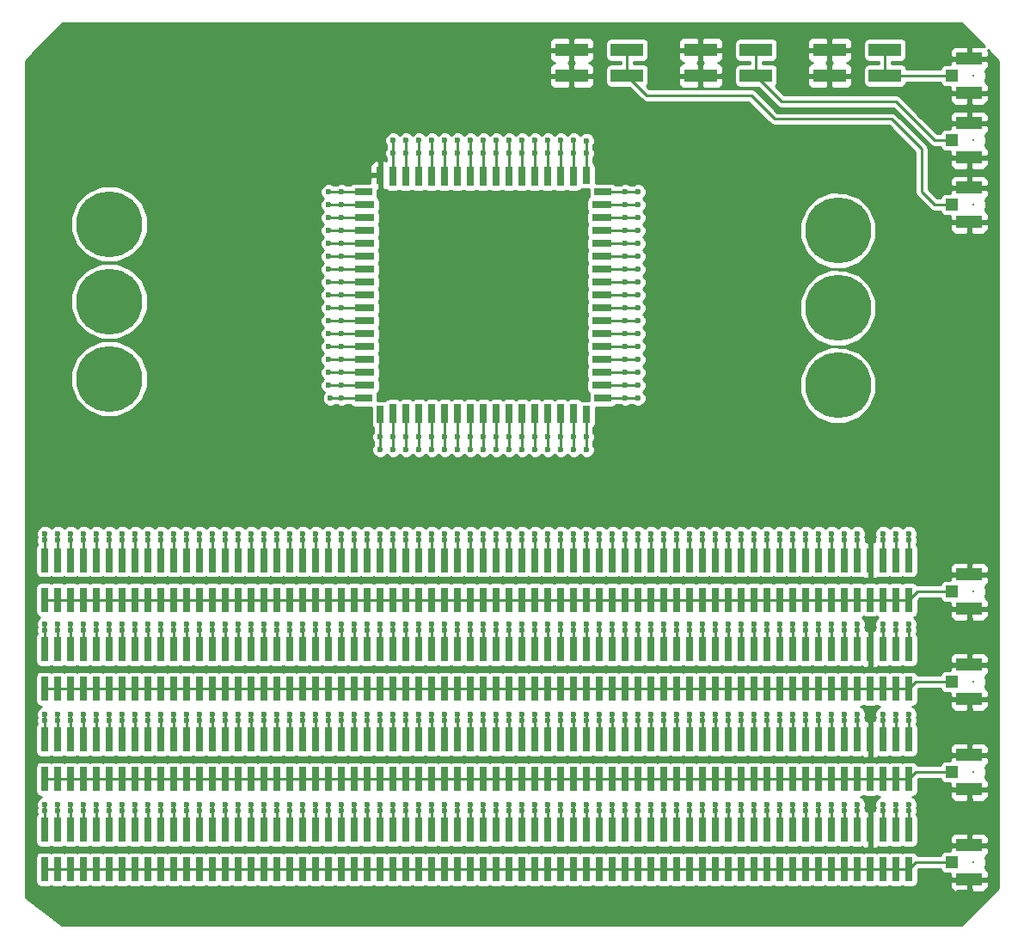
<source format=gbr>
G04 #@! TF.FileFunction,Copper,L1,Top,Signal*
%FSLAX46Y46*%
G04 Gerber Fmt 4.6, Leading zero omitted, Abs format (unit mm)*
G04 Created by KiCad (PCBNEW 4.0.5) date Monday, February 26, 2018 'PMt' 12:55:55 PM*
%MOMM*%
%LPD*%
G01*
G04 APERTURE LIST*
%ADD10C,0.100000*%
%ADD11C,6.500000*%
%ADD12R,0.700000X1.700000*%
%ADD13R,0.700000X1.910000*%
%ADD14R,1.700000X0.700000*%
%ADD15R,1.910000X0.700000*%
%ADD16R,3.180000X1.270000*%
%ADD17R,2.500000X1.200000*%
%ADD18R,1.200000X1.150000*%
%ADD19R,0.200000X0.200000*%
%ADD20R,0.760000X2.400000*%
%ADD21C,0.600000*%
%ADD22C,0.254000*%
G04 APERTURE END LIST*
D10*
D11*
X163830000Y-108585000D03*
X163830000Y-100965000D03*
X163830000Y-93345000D03*
X235585000Y-109220000D03*
X235585000Y-101600000D03*
D12*
X210820000Y-88550000D03*
D13*
X209550000Y-88650000D03*
X208280000Y-88650000D03*
X207010000Y-88650000D03*
X205740000Y-88650000D03*
X204470000Y-88650000D03*
X203200000Y-88650000D03*
X201930000Y-88650000D03*
X200660000Y-88650000D03*
X199390000Y-88650000D03*
X198120000Y-88650000D03*
X196850000Y-88650000D03*
X195580000Y-88650000D03*
X194310000Y-88650000D03*
X193040000Y-88650000D03*
X191770000Y-88650000D03*
D12*
X190500000Y-88550000D03*
D14*
X188880000Y-90170000D03*
D13*
X209550000Y-112010000D03*
X208280000Y-112010000D03*
X207010000Y-112010000D03*
X205740000Y-112010000D03*
X204470000Y-112010000D03*
X203200000Y-112010000D03*
X201930000Y-112010000D03*
X200660000Y-112010000D03*
X199390000Y-112010000D03*
X198120000Y-112010000D03*
X196850000Y-112010000D03*
X195580000Y-112010000D03*
X194310000Y-112010000D03*
X193040000Y-112010000D03*
X191770000Y-112010000D03*
D12*
X190500000Y-112110000D03*
D14*
X212440000Y-90170000D03*
D15*
X212340000Y-91440000D03*
X212340000Y-92710000D03*
X212340000Y-93980000D03*
X212340000Y-95250000D03*
X212340000Y-96520000D03*
X212340000Y-97790000D03*
X212340000Y-99060000D03*
X212340000Y-100330000D03*
X212340000Y-101600000D03*
X212340000Y-102870000D03*
X212340000Y-104140000D03*
X212340000Y-105410000D03*
X212340000Y-106680000D03*
X212340000Y-107950000D03*
X212340000Y-109220000D03*
D14*
X212440000Y-110490000D03*
D15*
X188980000Y-91440000D03*
X188980000Y-92710000D03*
X188980000Y-93980000D03*
X188980000Y-95250000D03*
X188980000Y-96520000D03*
X188980000Y-97790000D03*
X188980000Y-99060000D03*
X188980000Y-100330000D03*
X188980000Y-101600000D03*
X188980000Y-102870000D03*
X188980000Y-104140000D03*
X188980000Y-105410000D03*
X188980000Y-106680000D03*
X188980000Y-107950000D03*
X188980000Y-109220000D03*
D14*
X188880000Y-110490000D03*
D12*
X210820000Y-112110000D03*
D16*
X227520000Y-76200000D03*
X227520000Y-78740000D03*
X222060000Y-76200000D03*
X222060000Y-78740000D03*
X240220000Y-76200000D03*
X240220000Y-78740000D03*
X234760000Y-76200000D03*
X234760000Y-78740000D03*
X214820000Y-76200000D03*
X214820000Y-78740000D03*
X209360000Y-76200000D03*
X209360000Y-78740000D03*
D17*
X248520000Y-131225000D03*
X248520000Y-127855000D03*
D18*
X246790000Y-129540000D03*
D19*
X248920000Y-129540000D03*
D17*
X248520000Y-140115000D03*
X248520000Y-136745000D03*
D18*
X246790000Y-138430000D03*
D19*
X248920000Y-138430000D03*
D17*
X248520000Y-149005000D03*
X248520000Y-145635000D03*
D18*
X246790000Y-147320000D03*
D19*
X248920000Y-147320000D03*
D17*
X248520000Y-157895000D03*
X248520000Y-154525000D03*
D18*
X246790000Y-156210000D03*
D19*
X248920000Y-156210000D03*
D17*
X248520000Y-93125000D03*
X248520000Y-89755000D03*
D18*
X246790000Y-91440000D03*
D19*
X248920000Y-91440000D03*
D17*
X248520000Y-80425000D03*
X248520000Y-77055000D03*
D18*
X246790000Y-78740000D03*
D19*
X248920000Y-78740000D03*
D17*
X248520000Y-86775000D03*
X248520000Y-83405000D03*
D18*
X246790000Y-85090000D03*
D19*
X248920000Y-85090000D03*
D20*
X242570000Y-126462000D03*
X242570000Y-130362000D03*
X241300000Y-126462000D03*
X241300000Y-130362000D03*
X240030000Y-126462000D03*
X240030000Y-130362000D03*
X238760000Y-126462000D03*
X238760000Y-130362000D03*
X237490000Y-126462000D03*
X237490000Y-130362000D03*
X236220000Y-126462000D03*
X236220000Y-130362000D03*
X234950000Y-126462000D03*
X234950000Y-130362000D03*
X233680000Y-126462000D03*
X233680000Y-130362000D03*
X232410000Y-126462000D03*
X232410000Y-130362000D03*
X231140000Y-126462000D03*
X231140000Y-130362000D03*
X229870000Y-126462000D03*
X229870000Y-130362000D03*
X228600000Y-126462000D03*
X228600000Y-130362000D03*
X227330000Y-126462000D03*
X227330000Y-130362000D03*
X226060000Y-126462000D03*
X226060000Y-130362000D03*
X224790000Y-126462000D03*
X224790000Y-130362000D03*
X223520000Y-126462000D03*
X223520000Y-130362000D03*
X222250000Y-126462000D03*
X222250000Y-130362000D03*
X220980000Y-126462000D03*
X220980000Y-130362000D03*
X219710000Y-126462000D03*
X219710000Y-130362000D03*
X218440000Y-126462000D03*
X218440000Y-130362000D03*
X217170000Y-126462000D03*
X217170000Y-130362000D03*
X215900000Y-126462000D03*
X215900000Y-130362000D03*
X214630000Y-126462000D03*
X214630000Y-130362000D03*
X213360000Y-126462000D03*
X213360000Y-130362000D03*
X212090000Y-126462000D03*
X212090000Y-130362000D03*
X210820000Y-126462000D03*
X210820000Y-130362000D03*
X209550000Y-126462000D03*
X209550000Y-130362000D03*
X208280000Y-126462000D03*
X208280000Y-130362000D03*
X207010000Y-126462000D03*
X207010000Y-130362000D03*
X205740000Y-126462000D03*
X205740000Y-130362000D03*
X204470000Y-126462000D03*
X204470000Y-130362000D03*
X203200000Y-126462000D03*
X203200000Y-130362000D03*
X201930000Y-126462000D03*
X201930000Y-130362000D03*
X200660000Y-126462000D03*
X200660000Y-130362000D03*
X199390000Y-126462000D03*
X199390000Y-130362000D03*
X198120000Y-126462000D03*
X198120000Y-130362000D03*
X196850000Y-126462000D03*
X196850000Y-130362000D03*
X195580000Y-126462000D03*
X195580000Y-130362000D03*
X194310000Y-126462000D03*
X194310000Y-130362000D03*
X193040000Y-126462000D03*
X193040000Y-130362000D03*
X191770000Y-126462000D03*
X191770000Y-130362000D03*
X190500000Y-126462000D03*
X190500000Y-130362000D03*
X189230000Y-126462000D03*
X189230000Y-130362000D03*
X187960000Y-126462000D03*
X187960000Y-130362000D03*
X186690000Y-126462000D03*
X186690000Y-130362000D03*
X185420000Y-126462000D03*
X185420000Y-130362000D03*
X184150000Y-126462000D03*
X184150000Y-130362000D03*
X182880000Y-126462000D03*
X182880000Y-130362000D03*
X181610000Y-126462000D03*
X181610000Y-130362000D03*
X180340000Y-126462000D03*
X180340000Y-130362000D03*
X179070000Y-126462000D03*
X179070000Y-130362000D03*
X177800000Y-126462000D03*
X177800000Y-130362000D03*
X176530000Y-126462000D03*
X176530000Y-130362000D03*
X175260000Y-126462000D03*
X175260000Y-130362000D03*
X173990000Y-126462000D03*
X173990000Y-130362000D03*
X172720000Y-126462000D03*
X172720000Y-130362000D03*
X171450000Y-126462000D03*
X171450000Y-130362000D03*
X170180000Y-126462000D03*
X170180000Y-130362000D03*
X168910000Y-126462000D03*
X168910000Y-130362000D03*
X167640000Y-126462000D03*
X167640000Y-130362000D03*
X166370000Y-126462000D03*
X166370000Y-130362000D03*
X165100000Y-126462000D03*
X165100000Y-130362000D03*
X163830000Y-126462000D03*
X163830000Y-130362000D03*
X162560000Y-126462000D03*
X162560000Y-130362000D03*
X161290000Y-126462000D03*
X161290000Y-130362000D03*
X160020000Y-126462000D03*
X160020000Y-130362000D03*
X158750000Y-126462000D03*
X158750000Y-130362000D03*
X157480000Y-126462000D03*
X157480000Y-130362000D03*
X242570000Y-135210000D03*
X242570000Y-139110000D03*
X241300000Y-135210000D03*
X241300000Y-139110000D03*
X240030000Y-135210000D03*
X240030000Y-139110000D03*
X238760000Y-135210000D03*
X238760000Y-139110000D03*
X237490000Y-135210000D03*
X237490000Y-139110000D03*
X236220000Y-135210000D03*
X236220000Y-139110000D03*
X234950000Y-135210000D03*
X234950000Y-139110000D03*
X233680000Y-135210000D03*
X233680000Y-139110000D03*
X232410000Y-135210000D03*
X232410000Y-139110000D03*
X231140000Y-135210000D03*
X231140000Y-139110000D03*
X229870000Y-135210000D03*
X229870000Y-139110000D03*
X228600000Y-135210000D03*
X228600000Y-139110000D03*
X227330000Y-135210000D03*
X227330000Y-139110000D03*
X226060000Y-135210000D03*
X226060000Y-139110000D03*
X224790000Y-135210000D03*
X224790000Y-139110000D03*
X223520000Y-135210000D03*
X223520000Y-139110000D03*
X222250000Y-135210000D03*
X222250000Y-139110000D03*
X220980000Y-135210000D03*
X220980000Y-139110000D03*
X219710000Y-135210000D03*
X219710000Y-139110000D03*
X218440000Y-135210000D03*
X218440000Y-139110000D03*
X217170000Y-135210000D03*
X217170000Y-139110000D03*
X215900000Y-135210000D03*
X215900000Y-139110000D03*
X214630000Y-135210000D03*
X214630000Y-139110000D03*
X213360000Y-135210000D03*
X213360000Y-139110000D03*
X212090000Y-135210000D03*
X212090000Y-139110000D03*
X210820000Y-135210000D03*
X210820000Y-139110000D03*
X209550000Y-135210000D03*
X209550000Y-139110000D03*
X208280000Y-135210000D03*
X208280000Y-139110000D03*
X207010000Y-135210000D03*
X207010000Y-139110000D03*
X205740000Y-135210000D03*
X205740000Y-139110000D03*
X204470000Y-135210000D03*
X204470000Y-139110000D03*
X203200000Y-135210000D03*
X203200000Y-139110000D03*
X201930000Y-135210000D03*
X201930000Y-139110000D03*
X200660000Y-135210000D03*
X200660000Y-139110000D03*
X199390000Y-135210000D03*
X199390000Y-139110000D03*
X198120000Y-135210000D03*
X198120000Y-139110000D03*
X196850000Y-135210000D03*
X196850000Y-139110000D03*
X195580000Y-135210000D03*
X195580000Y-139110000D03*
X194310000Y-135210000D03*
X194310000Y-139110000D03*
X193040000Y-135210000D03*
X193040000Y-139110000D03*
X191770000Y-135210000D03*
X191770000Y-139110000D03*
X190500000Y-135210000D03*
X190500000Y-139110000D03*
X189230000Y-135210000D03*
X189230000Y-139110000D03*
X187960000Y-135210000D03*
X187960000Y-139110000D03*
X186690000Y-135210000D03*
X186690000Y-139110000D03*
X185420000Y-135210000D03*
X185420000Y-139110000D03*
X184150000Y-135210000D03*
X184150000Y-139110000D03*
X182880000Y-135210000D03*
X182880000Y-139110000D03*
X181610000Y-135210000D03*
X181610000Y-139110000D03*
X180340000Y-135210000D03*
X180340000Y-139110000D03*
X179070000Y-135210000D03*
X179070000Y-139110000D03*
X177800000Y-135210000D03*
X177800000Y-139110000D03*
X176530000Y-135210000D03*
X176530000Y-139110000D03*
X175260000Y-135210000D03*
X175260000Y-139110000D03*
X173990000Y-135210000D03*
X173990000Y-139110000D03*
X172720000Y-135210000D03*
X172720000Y-139110000D03*
X171450000Y-135210000D03*
X171450000Y-139110000D03*
X170180000Y-135210000D03*
X170180000Y-139110000D03*
X168910000Y-135210000D03*
X168910000Y-139110000D03*
X167640000Y-135210000D03*
X167640000Y-139110000D03*
X166370000Y-135210000D03*
X166370000Y-139110000D03*
X165100000Y-135210000D03*
X165100000Y-139110000D03*
X163830000Y-135210000D03*
X163830000Y-139110000D03*
X162560000Y-135210000D03*
X162560000Y-139110000D03*
X161290000Y-135210000D03*
X161290000Y-139110000D03*
X160020000Y-135210000D03*
X160020000Y-139110000D03*
X158750000Y-135210000D03*
X158750000Y-139110000D03*
X157480000Y-135210000D03*
X157480000Y-139110000D03*
X242570000Y-144100000D03*
X242570000Y-148000000D03*
X241300000Y-144100000D03*
X241300000Y-148000000D03*
X240030000Y-144100000D03*
X240030000Y-148000000D03*
X238760000Y-144100000D03*
X238760000Y-148000000D03*
X237490000Y-144100000D03*
X237490000Y-148000000D03*
X236220000Y-144100000D03*
X236220000Y-148000000D03*
X234950000Y-144100000D03*
X234950000Y-148000000D03*
X233680000Y-144100000D03*
X233680000Y-148000000D03*
X232410000Y-144100000D03*
X232410000Y-148000000D03*
X231140000Y-144100000D03*
X231140000Y-148000000D03*
X229870000Y-144100000D03*
X229870000Y-148000000D03*
X228600000Y-144100000D03*
X228600000Y-148000000D03*
X227330000Y-144100000D03*
X227330000Y-148000000D03*
X226060000Y-144100000D03*
X226060000Y-148000000D03*
X224790000Y-144100000D03*
X224790000Y-148000000D03*
X223520000Y-144100000D03*
X223520000Y-148000000D03*
X222250000Y-144100000D03*
X222250000Y-148000000D03*
X220980000Y-144100000D03*
X220980000Y-148000000D03*
X219710000Y-144100000D03*
X219710000Y-148000000D03*
X218440000Y-144100000D03*
X218440000Y-148000000D03*
X217170000Y-144100000D03*
X217170000Y-148000000D03*
X215900000Y-144100000D03*
X215900000Y-148000000D03*
X214630000Y-144100000D03*
X214630000Y-148000000D03*
X213360000Y-144100000D03*
X213360000Y-148000000D03*
X212090000Y-144100000D03*
X212090000Y-148000000D03*
X210820000Y-144100000D03*
X210820000Y-148000000D03*
X209550000Y-144100000D03*
X209550000Y-148000000D03*
X208280000Y-144100000D03*
X208280000Y-148000000D03*
X207010000Y-144100000D03*
X207010000Y-148000000D03*
X205740000Y-144100000D03*
X205740000Y-148000000D03*
X204470000Y-144100000D03*
X204470000Y-148000000D03*
X203200000Y-144100000D03*
X203200000Y-148000000D03*
X201930000Y-144100000D03*
X201930000Y-148000000D03*
X200660000Y-144100000D03*
X200660000Y-148000000D03*
X199390000Y-144100000D03*
X199390000Y-148000000D03*
X198120000Y-144100000D03*
X198120000Y-148000000D03*
X196850000Y-144100000D03*
X196850000Y-148000000D03*
X195580000Y-144100000D03*
X195580000Y-148000000D03*
X194310000Y-144100000D03*
X194310000Y-148000000D03*
X193040000Y-144100000D03*
X193040000Y-148000000D03*
X191770000Y-144100000D03*
X191770000Y-148000000D03*
X190500000Y-144100000D03*
X190500000Y-148000000D03*
X189230000Y-144100000D03*
X189230000Y-148000000D03*
X187960000Y-144100000D03*
X187960000Y-148000000D03*
X186690000Y-144100000D03*
X186690000Y-148000000D03*
X185420000Y-144100000D03*
X185420000Y-148000000D03*
X184150000Y-144100000D03*
X184150000Y-148000000D03*
X182880000Y-144100000D03*
X182880000Y-148000000D03*
X181610000Y-144100000D03*
X181610000Y-148000000D03*
X180340000Y-144100000D03*
X180340000Y-148000000D03*
X179070000Y-144100000D03*
X179070000Y-148000000D03*
X177800000Y-144100000D03*
X177800000Y-148000000D03*
X176530000Y-144100000D03*
X176530000Y-148000000D03*
X175260000Y-144100000D03*
X175260000Y-148000000D03*
X173990000Y-144100000D03*
X173990000Y-148000000D03*
X172720000Y-144100000D03*
X172720000Y-148000000D03*
X171450000Y-144100000D03*
X171450000Y-148000000D03*
X170180000Y-144100000D03*
X170180000Y-148000000D03*
X168910000Y-144100000D03*
X168910000Y-148000000D03*
X167640000Y-144100000D03*
X167640000Y-148000000D03*
X166370000Y-144100000D03*
X166370000Y-148000000D03*
X165100000Y-144100000D03*
X165100000Y-148000000D03*
X163830000Y-144100000D03*
X163830000Y-148000000D03*
X162560000Y-144100000D03*
X162560000Y-148000000D03*
X161290000Y-144100000D03*
X161290000Y-148000000D03*
X160020000Y-144100000D03*
X160020000Y-148000000D03*
X158750000Y-144100000D03*
X158750000Y-148000000D03*
X157480000Y-144100000D03*
X157480000Y-148000000D03*
X242570000Y-152990000D03*
X242570000Y-156890000D03*
X241300000Y-152990000D03*
X241300000Y-156890000D03*
X240030000Y-152990000D03*
X240030000Y-156890000D03*
X238760000Y-152990000D03*
X238760000Y-156890000D03*
X237490000Y-152990000D03*
X237490000Y-156890000D03*
X236220000Y-152990000D03*
X236220000Y-156890000D03*
X234950000Y-152990000D03*
X234950000Y-156890000D03*
X233680000Y-152990000D03*
X233680000Y-156890000D03*
X232410000Y-152990000D03*
X232410000Y-156890000D03*
X231140000Y-152990000D03*
X231140000Y-156890000D03*
X229870000Y-152990000D03*
X229870000Y-156890000D03*
X228600000Y-152990000D03*
X228600000Y-156890000D03*
X227330000Y-152990000D03*
X227330000Y-156890000D03*
X226060000Y-152990000D03*
X226060000Y-156890000D03*
X224790000Y-152990000D03*
X224790000Y-156890000D03*
X223520000Y-152990000D03*
X223520000Y-156890000D03*
X222250000Y-152990000D03*
X222250000Y-156890000D03*
X220980000Y-152990000D03*
X220980000Y-156890000D03*
X219710000Y-152990000D03*
X219710000Y-156890000D03*
X218440000Y-152990000D03*
X218440000Y-156890000D03*
X217170000Y-152990000D03*
X217170000Y-156890000D03*
X215900000Y-152990000D03*
X215900000Y-156890000D03*
X214630000Y-152990000D03*
X214630000Y-156890000D03*
X213360000Y-152990000D03*
X213360000Y-156890000D03*
X212090000Y-152990000D03*
X212090000Y-156890000D03*
X210820000Y-152990000D03*
X210820000Y-156890000D03*
X209550000Y-152990000D03*
X209550000Y-156890000D03*
X208280000Y-152990000D03*
X208280000Y-156890000D03*
X207010000Y-152990000D03*
X207010000Y-156890000D03*
X205740000Y-152990000D03*
X205740000Y-156890000D03*
X204470000Y-152990000D03*
X204470000Y-156890000D03*
X203200000Y-152990000D03*
X203200000Y-156890000D03*
X201930000Y-152990000D03*
X201930000Y-156890000D03*
X200660000Y-152990000D03*
X200660000Y-156890000D03*
X199390000Y-152990000D03*
X199390000Y-156890000D03*
X198120000Y-152990000D03*
X198120000Y-156890000D03*
X196850000Y-152990000D03*
X196850000Y-156890000D03*
X195580000Y-152990000D03*
X195580000Y-156890000D03*
X194310000Y-152990000D03*
X194310000Y-156890000D03*
X193040000Y-152990000D03*
X193040000Y-156890000D03*
X191770000Y-152990000D03*
X191770000Y-156890000D03*
X190500000Y-152990000D03*
X190500000Y-156890000D03*
X189230000Y-152990000D03*
X189230000Y-156890000D03*
X187960000Y-152990000D03*
X187960000Y-156890000D03*
X186690000Y-152990000D03*
X186690000Y-156890000D03*
X185420000Y-152990000D03*
X185420000Y-156890000D03*
X184150000Y-152990000D03*
X184150000Y-156890000D03*
X182880000Y-152990000D03*
X182880000Y-156890000D03*
X181610000Y-152990000D03*
X181610000Y-156890000D03*
X180340000Y-152990000D03*
X180340000Y-156890000D03*
X179070000Y-152990000D03*
X179070000Y-156890000D03*
X177800000Y-152990000D03*
X177800000Y-156890000D03*
X176530000Y-152990000D03*
X176530000Y-156890000D03*
X175260000Y-152990000D03*
X175260000Y-156890000D03*
X173990000Y-152990000D03*
X173990000Y-156890000D03*
X172720000Y-152990000D03*
X172720000Y-156890000D03*
X171450000Y-152990000D03*
X171450000Y-156890000D03*
X170180000Y-152990000D03*
X170180000Y-156890000D03*
X168910000Y-152990000D03*
X168910000Y-156890000D03*
X167640000Y-152990000D03*
X167640000Y-156890000D03*
X166370000Y-152990000D03*
X166370000Y-156890000D03*
X165100000Y-152990000D03*
X165100000Y-156890000D03*
X163830000Y-152990000D03*
X163830000Y-156890000D03*
X162560000Y-152990000D03*
X162560000Y-156890000D03*
X161290000Y-152990000D03*
X161290000Y-156890000D03*
X160020000Y-152990000D03*
X160020000Y-156890000D03*
X158750000Y-152990000D03*
X158750000Y-156890000D03*
X157480000Y-152990000D03*
X157480000Y-156890000D03*
D11*
X235585000Y-93980000D03*
D21*
X157480000Y-160020000D03*
X160020000Y-160020000D03*
X162560000Y-160020000D03*
X165100000Y-160020000D03*
X167640000Y-160020000D03*
X170180000Y-160020000D03*
X172720000Y-160020000D03*
X175260000Y-160020000D03*
X177800000Y-160020000D03*
X180340000Y-160020000D03*
X182880000Y-160020000D03*
X185420000Y-160020000D03*
X187960000Y-160020000D03*
X190500000Y-160020000D03*
X193040000Y-160020000D03*
X195580000Y-160020000D03*
X198120000Y-160020000D03*
X200660000Y-160020000D03*
X203200000Y-160020000D03*
X205740000Y-160020000D03*
X208280000Y-160020000D03*
X210820000Y-160020000D03*
X213360000Y-160020000D03*
X215900000Y-160020000D03*
X218440000Y-160020000D03*
X220980000Y-160020000D03*
X223520000Y-160020000D03*
X226060000Y-160020000D03*
X228600000Y-160020000D03*
X231140000Y-160020000D03*
X233680000Y-160020000D03*
X236220000Y-160020000D03*
X238760000Y-160020000D03*
X241300000Y-160020000D03*
X243840000Y-160020000D03*
X246380000Y-160020000D03*
X157480000Y-121920000D03*
X157480000Y-119380000D03*
X157480000Y-116840000D03*
X160020000Y-116840000D03*
X157480000Y-91440000D03*
X157480000Y-93980000D03*
X157480000Y-96520000D03*
X157480000Y-99060000D03*
X157480000Y-101600000D03*
X157480000Y-104140000D03*
X157480000Y-106680000D03*
X157480000Y-109220000D03*
X157480000Y-111760000D03*
X157480000Y-114300000D03*
X160020000Y-114300000D03*
X162560000Y-114300000D03*
X165100000Y-114300000D03*
X167640000Y-111760000D03*
X170180000Y-109220000D03*
X170180000Y-106680000D03*
X170180000Y-104140000D03*
X170180000Y-101600000D03*
X170180000Y-99060000D03*
X170180000Y-96520000D03*
X170180000Y-93980000D03*
X170180000Y-91440000D03*
X172720000Y-88900000D03*
X170180000Y-88900000D03*
X167640000Y-88900000D03*
X165100000Y-88900000D03*
X162560000Y-88900000D03*
X160020000Y-88900000D03*
X157480000Y-88900000D03*
X157480000Y-86360000D03*
X160020000Y-86360000D03*
X162560000Y-86360000D03*
X165100000Y-86360000D03*
X167640000Y-86360000D03*
X170180000Y-86360000D03*
X172720000Y-86360000D03*
X175260000Y-86360000D03*
X180340000Y-81280000D03*
X177800000Y-81280000D03*
X177800000Y-83820000D03*
X175260000Y-83820000D03*
X175260000Y-81280000D03*
X172720000Y-81280000D03*
X172720000Y-83820000D03*
X170180000Y-83820000D03*
X170180000Y-81280000D03*
X167640000Y-81280000D03*
X167640000Y-83820000D03*
X165100000Y-83820000D03*
X165100000Y-81280000D03*
X162560000Y-81280000D03*
X162560000Y-83820000D03*
X160020000Y-83820000D03*
X157480000Y-83820000D03*
X157480000Y-81280000D03*
X160020000Y-81280000D03*
X160020000Y-78740000D03*
X160020000Y-76200000D03*
X157480000Y-76200000D03*
X157480000Y-78740000D03*
X162560000Y-78740000D03*
X162560000Y-76200000D03*
X165100000Y-76200000D03*
X165100000Y-78740000D03*
X167640000Y-78740000D03*
X167640000Y-76200000D03*
X170180000Y-76200000D03*
X170180000Y-78740000D03*
X172720000Y-78740000D03*
X172720000Y-76200000D03*
X175260000Y-76200000D03*
X175260000Y-78740000D03*
X177800000Y-78740000D03*
X177800000Y-76200000D03*
X180340000Y-76200000D03*
X180340000Y-78740000D03*
X182880000Y-78740000D03*
X182880000Y-76200000D03*
X185420000Y-76200000D03*
X185420000Y-78740000D03*
X187960000Y-78740000D03*
X187960000Y-76200000D03*
X190500000Y-76200000D03*
X190500000Y-78740000D03*
X193040000Y-78740000D03*
X193040000Y-76200000D03*
X195580000Y-76200000D03*
X195580000Y-78740000D03*
X198120000Y-78740000D03*
X198120000Y-76200000D03*
X200660000Y-76200000D03*
X203200000Y-76200000D03*
X205740000Y-76200000D03*
X205740000Y-78740000D03*
X203200000Y-78740000D03*
X200660000Y-78740000D03*
X200660000Y-81280000D03*
X203200000Y-81280000D03*
X223520000Y-83820000D03*
X226060000Y-83820000D03*
X226060000Y-86360000D03*
X228600000Y-86360000D03*
X241300000Y-119380000D03*
X241300000Y-116840000D03*
X238760000Y-116840000D03*
X236220000Y-116840000D03*
X233680000Y-114300000D03*
X236220000Y-114300000D03*
X238760000Y-114300000D03*
X241300000Y-114300000D03*
X231140000Y-86360000D03*
X233680000Y-86360000D03*
X236220000Y-86360000D03*
X238760000Y-86360000D03*
X241300000Y-86360000D03*
X241300000Y-88900000D03*
X241300000Y-91440000D03*
X243840000Y-93980000D03*
X243840000Y-96520000D03*
X243840000Y-99060000D03*
X243840000Y-101600000D03*
X243840000Y-104140000D03*
X243840000Y-106680000D03*
X243840000Y-109220000D03*
X243840000Y-111760000D03*
X243840000Y-114300000D03*
X243840000Y-116840000D03*
X243840000Y-119380000D03*
X246380000Y-121920000D03*
X246380000Y-119380000D03*
X246380000Y-116840000D03*
X246380000Y-114300000D03*
X246380000Y-111760000D03*
X246380000Y-109220000D03*
X246380000Y-106680000D03*
X246380000Y-104140000D03*
X246380000Y-101600000D03*
X246380000Y-99060000D03*
X246380000Y-96520000D03*
X248920000Y-96520000D03*
X248920000Y-99060000D03*
X248920000Y-101600000D03*
X248920000Y-104140000D03*
X248920000Y-106680000D03*
X248920000Y-109220000D03*
X248920000Y-111760000D03*
X248920000Y-114300000D03*
X248920000Y-116840000D03*
X248920000Y-119380000D03*
X248920000Y-121920000D03*
X200660000Y-101600000D03*
X200660000Y-99060000D03*
X198120000Y-99060000D03*
X198120000Y-101600000D03*
X198120000Y-104140000D03*
X200660000Y-104140000D03*
X203200000Y-104140000D03*
X203200000Y-101600000D03*
X203200000Y-99060000D03*
X203200000Y-96520000D03*
X200660000Y-96520000D03*
X198120000Y-96520000D03*
X195580000Y-96520000D03*
X195580000Y-99060000D03*
X195580000Y-101600000D03*
X195580000Y-104140000D03*
X195580000Y-106680000D03*
X198120000Y-106680000D03*
X200660000Y-106680000D03*
X203200000Y-106680000D03*
X205740000Y-106680000D03*
X205740000Y-104140000D03*
X205740000Y-101600000D03*
X205740000Y-99060000D03*
X205740000Y-96520000D03*
X205740000Y-93980000D03*
X203200000Y-93980000D03*
X200660000Y-93980000D03*
X198120000Y-93980000D03*
X195580000Y-93980000D03*
X193040000Y-93980000D03*
X193040000Y-96520000D03*
X193040000Y-99060000D03*
X193040000Y-101600000D03*
X193040000Y-104140000D03*
X193040000Y-106680000D03*
X193040000Y-109220000D03*
X195580000Y-109220000D03*
X198120000Y-109220000D03*
X200660000Y-109220000D03*
X203200000Y-109220000D03*
X205740000Y-109220000D03*
X208280000Y-109220000D03*
X208280000Y-106680000D03*
X208280000Y-104140000D03*
X208280000Y-101600000D03*
X208280000Y-99060000D03*
X208280000Y-96520000D03*
X208280000Y-93980000D03*
X208280000Y-91440000D03*
X205740000Y-91440000D03*
X203200000Y-91440000D03*
X200660000Y-91440000D03*
X198120000Y-91440000D03*
X195580000Y-91440000D03*
X193040000Y-91440000D03*
X248666000Y-159004000D03*
X248666000Y-153416000D03*
X248666000Y-150114000D03*
X248666000Y-144526000D03*
X248666000Y-141224000D03*
X248666000Y-135636000D03*
X248666000Y-132334000D03*
X248666000Y-126746000D03*
X190500000Y-85145379D03*
X238760000Y-123825000D03*
X238760000Y-124460000D03*
X238760000Y-132715000D03*
X238760000Y-133350000D03*
X238760000Y-141605000D03*
X238760000Y-142240000D03*
X238760000Y-150495000D03*
X238760000Y-151130000D03*
X190500000Y-86360000D03*
X242570000Y-124460000D03*
X242570000Y-123825000D03*
X242570000Y-132715000D03*
X242570000Y-133350000D03*
X242570000Y-141605000D03*
X242570000Y-142240000D03*
X242570000Y-150495000D03*
X242570000Y-151130000D03*
X201930000Y-115570000D03*
X201930000Y-114300000D03*
X241300000Y-124460000D03*
X241300000Y-123825000D03*
X241300000Y-132715000D03*
X241300000Y-133350000D03*
X241300000Y-141605000D03*
X241300000Y-142240000D03*
X241300000Y-150495000D03*
X241300000Y-151130000D03*
X200660000Y-115570000D03*
X200660000Y-114300000D03*
X240030000Y-123825000D03*
X240030000Y-124460000D03*
X240030000Y-132715000D03*
X240030000Y-133350000D03*
X240030000Y-141605000D03*
X240030000Y-142240000D03*
X240030000Y-150495000D03*
X240030000Y-151130000D03*
X190500000Y-115570000D03*
X190500000Y-114300000D03*
X237490000Y-123825000D03*
X237490000Y-124460000D03*
X237490000Y-132715000D03*
X237490000Y-133350000D03*
X237490000Y-141605000D03*
X237490000Y-142240000D03*
X237490000Y-150495000D03*
X237490000Y-151130000D03*
X201930000Y-85090000D03*
X201930000Y-86360000D03*
X236220000Y-123825000D03*
X236220000Y-124460000D03*
X236220000Y-132715000D03*
X236220000Y-133350000D03*
X236220000Y-141605000D03*
X236220000Y-142240000D03*
X236220000Y-150495000D03*
X236220000Y-151130000D03*
X203200000Y-85090000D03*
X203200000Y-86360000D03*
X234950000Y-123825000D03*
X234950000Y-124460000D03*
X234950000Y-132715000D03*
X234950000Y-133350000D03*
X234950000Y-141605000D03*
X234950000Y-142240000D03*
X234950000Y-150495000D03*
X234950000Y-151130000D03*
X204470000Y-85090000D03*
X204470000Y-86360000D03*
X233680000Y-123825000D03*
X233680000Y-124460000D03*
X233680000Y-132715000D03*
X233680000Y-133350000D03*
X233680000Y-141605000D03*
X233680000Y-142240000D03*
X233680000Y-150495000D03*
X233680000Y-151130000D03*
X205740000Y-85090000D03*
X205740000Y-86360000D03*
X232410000Y-123825000D03*
X232410000Y-124460000D03*
X232410000Y-132715000D03*
X232410000Y-133350000D03*
X232410000Y-141605000D03*
X232410000Y-142240000D03*
X232410000Y-150495000D03*
X232410000Y-151130000D03*
X207010000Y-85090000D03*
X207010000Y-86360000D03*
X231140000Y-123825000D03*
X231140000Y-124460000D03*
X231140000Y-132715000D03*
X231140000Y-133350000D03*
X231140000Y-141605000D03*
X231140000Y-142240000D03*
X231140000Y-150495000D03*
X231140000Y-151130000D03*
X208280000Y-85090000D03*
X208280000Y-86360000D03*
X229870000Y-123825000D03*
X229870000Y-124460000D03*
X229870000Y-132715000D03*
X229870000Y-133350000D03*
X229870000Y-141605000D03*
X229870000Y-142240000D03*
X229870000Y-150495000D03*
X229870000Y-151130000D03*
X209550000Y-85090000D03*
X209550000Y-86360000D03*
X210820000Y-85136010D03*
X228600000Y-123825000D03*
X228600000Y-124460000D03*
X228600000Y-132715000D03*
X228600000Y-133350000D03*
X228600000Y-141605000D03*
X228600000Y-142240000D03*
X228600000Y-150495000D03*
X228600000Y-151130000D03*
X210820000Y-86360000D03*
X227330000Y-123825000D03*
X227330000Y-124460000D03*
X227330000Y-132715000D03*
X227330000Y-133350000D03*
X227330000Y-141605000D03*
X227330000Y-142240000D03*
X227330000Y-150495000D03*
X227330000Y-151130000D03*
X215900000Y-90170000D03*
X214630000Y-90170000D03*
X226060000Y-123825000D03*
X226060000Y-124460000D03*
X226060000Y-132715000D03*
X226060000Y-133350000D03*
X226060000Y-141605000D03*
X226060000Y-142240000D03*
X226060000Y-150495000D03*
X226060000Y-151130000D03*
X215900000Y-91440000D03*
X214630000Y-91440000D03*
X224790000Y-123825000D03*
X224790000Y-124460000D03*
X224790000Y-132715000D03*
X224790000Y-133350000D03*
X224790000Y-141605000D03*
X224790000Y-142240000D03*
X224790000Y-150495000D03*
X224790000Y-151130000D03*
X215900000Y-92710000D03*
X214630000Y-92710000D03*
X223520000Y-123825000D03*
X223520000Y-124460000D03*
X223520000Y-132715000D03*
X223520000Y-133350000D03*
X223520000Y-141605000D03*
X223520000Y-142240000D03*
X223520000Y-150495000D03*
X223520000Y-151130000D03*
X215900000Y-93980000D03*
X214630000Y-93980000D03*
X222250000Y-123825000D03*
X222250000Y-124460000D03*
X222250000Y-132715000D03*
X222250000Y-133350000D03*
X222250000Y-141605000D03*
X222250000Y-142240000D03*
X222250000Y-150495000D03*
X222250000Y-151130000D03*
X215900000Y-95250000D03*
X214630000Y-95250000D03*
X220980000Y-123825000D03*
X220980000Y-124460000D03*
X220980000Y-132715000D03*
X220980000Y-133350000D03*
X220980000Y-141605000D03*
X220980000Y-142240000D03*
X220980000Y-150495000D03*
X220980000Y-151130000D03*
X215900000Y-96520000D03*
X214630000Y-96520000D03*
X219710000Y-123825000D03*
X219710000Y-124460000D03*
X219710000Y-132715000D03*
X219710000Y-133350000D03*
X219710000Y-141605000D03*
X219710000Y-142240000D03*
X219710000Y-150495000D03*
X219710000Y-151130000D03*
X215900000Y-97790000D03*
X214630000Y-97790000D03*
X218440000Y-123825000D03*
X218440000Y-124460000D03*
X218440000Y-132715000D03*
X218440000Y-133350000D03*
X218440000Y-141605000D03*
X218440000Y-142240000D03*
X218440000Y-150495000D03*
X218440000Y-151130000D03*
X215900000Y-99060000D03*
X214630000Y-99060000D03*
X217170000Y-123825000D03*
X217170000Y-124460000D03*
X217170000Y-132715000D03*
X217170000Y-133350000D03*
X217170000Y-141605000D03*
X217170000Y-142240000D03*
X217170000Y-150495000D03*
X217170000Y-151130000D03*
X215900000Y-100330000D03*
X214630000Y-100330000D03*
X215900000Y-123825000D03*
X215900000Y-124460000D03*
X215900000Y-132715000D03*
X215900000Y-133350000D03*
X215900000Y-141605000D03*
X215900000Y-142240000D03*
X215900000Y-150495000D03*
X215900000Y-151130000D03*
X215900000Y-101600000D03*
X214630000Y-101600000D03*
X214630000Y-123825000D03*
X214630000Y-124460000D03*
X214630000Y-132715000D03*
X214630000Y-133350000D03*
X214630000Y-141605000D03*
X214630000Y-142240000D03*
X214630000Y-150495000D03*
X214630000Y-151130000D03*
X215900000Y-102870000D03*
X214630000Y-102870000D03*
X213360000Y-123825000D03*
X213360000Y-124460000D03*
X213360000Y-132715000D03*
X213360000Y-133350000D03*
X213360000Y-141605000D03*
X213360000Y-142240000D03*
X213360000Y-150495000D03*
X213360000Y-151130000D03*
X215900000Y-104140000D03*
X214630000Y-104140000D03*
X212090000Y-123825000D03*
X212090000Y-124460000D03*
X212090000Y-132715000D03*
X212090000Y-133350000D03*
X212090000Y-141605000D03*
X212090000Y-142240000D03*
X212090000Y-150495000D03*
X212090000Y-151130000D03*
X215900000Y-105410000D03*
X214630000Y-105410000D03*
X210820000Y-123825000D03*
X210820000Y-124460000D03*
X210820000Y-132715000D03*
X210820000Y-133350000D03*
X210820000Y-141605000D03*
X210820000Y-142240000D03*
X210820000Y-150495000D03*
X210820000Y-151130000D03*
X215900000Y-106680000D03*
X214630000Y-106680000D03*
X209550000Y-123825000D03*
X209550000Y-124460000D03*
X209550000Y-132715000D03*
X209550000Y-133350000D03*
X209550000Y-141605000D03*
X209550000Y-142240000D03*
X209550000Y-150495000D03*
X209550000Y-151130000D03*
X215900000Y-107950000D03*
X214630000Y-107950000D03*
X208280000Y-123825000D03*
X208280000Y-124460000D03*
X208280000Y-132715000D03*
X208280000Y-133350000D03*
X208280000Y-141605000D03*
X208280000Y-142240000D03*
X208280000Y-150495000D03*
X208280000Y-151130000D03*
X215900000Y-109220000D03*
X214630000Y-109220000D03*
X215880263Y-110490000D03*
X207010000Y-123825000D03*
X207010000Y-124460000D03*
X207010000Y-132715000D03*
X207010000Y-133350000D03*
X207010000Y-141605000D03*
X207010000Y-142240000D03*
X207010000Y-150495000D03*
X207010000Y-151130000D03*
X214630000Y-110490000D03*
X205740000Y-123825000D03*
X205740000Y-124460000D03*
X205740000Y-132715000D03*
X205740000Y-133350000D03*
X205740000Y-141605000D03*
X205740000Y-142240000D03*
X205740000Y-150495000D03*
X205740000Y-151130000D03*
X210820000Y-115570000D03*
X210820000Y-114300000D03*
X204470000Y-123825000D03*
X204470000Y-124460000D03*
X204470000Y-132715000D03*
X204470000Y-133350000D03*
X204470000Y-141605000D03*
X204470000Y-142240000D03*
X204470000Y-150495000D03*
X204470000Y-151130000D03*
X209550000Y-115570000D03*
X209550000Y-114300000D03*
X203200000Y-123825000D03*
X203200000Y-124460000D03*
X203200000Y-132715000D03*
X203200000Y-133350000D03*
X203200000Y-141605000D03*
X203200000Y-142240000D03*
X203200000Y-150495000D03*
X203200000Y-151130000D03*
X208280000Y-115570000D03*
X208280000Y-114300000D03*
X201930000Y-123825000D03*
X201930000Y-124460000D03*
X201930000Y-132715000D03*
X201930000Y-133350000D03*
X201930000Y-141605000D03*
X201930000Y-142240000D03*
X201930000Y-150495000D03*
X201930000Y-151130000D03*
X207010000Y-115570000D03*
X207010000Y-114300000D03*
X200660000Y-123825000D03*
X200660000Y-124460000D03*
X200660000Y-132715000D03*
X200660000Y-133350000D03*
X200660000Y-141605000D03*
X200660000Y-142240000D03*
X200660000Y-150495000D03*
X200660000Y-151130000D03*
X205740000Y-115570000D03*
X205740000Y-114300000D03*
X199390000Y-123825000D03*
X199390000Y-124460000D03*
X199390000Y-132715000D03*
X199390000Y-133350000D03*
X199390000Y-141605000D03*
X199390000Y-142240000D03*
X199390000Y-150495000D03*
X199390000Y-151130000D03*
X204470000Y-115570000D03*
X204470000Y-114300000D03*
X198120000Y-123825000D03*
X198120000Y-124460000D03*
X198120000Y-132715000D03*
X198120000Y-133350000D03*
X198120000Y-141605000D03*
X198120000Y-142240000D03*
X198120000Y-150495000D03*
X198120000Y-151130000D03*
X203200000Y-115570000D03*
X203200000Y-114300000D03*
X196850000Y-123825000D03*
X196850000Y-124460000D03*
X196850000Y-132715000D03*
X196850000Y-133350000D03*
X196850000Y-141605000D03*
X196850000Y-142240000D03*
X196850000Y-150495000D03*
X196850000Y-151130000D03*
X199390000Y-115570000D03*
X199390000Y-114300000D03*
X195580000Y-123825000D03*
X195580000Y-124460000D03*
X195580000Y-132715000D03*
X195580000Y-133350000D03*
X195580000Y-141605000D03*
X195580000Y-142240000D03*
X195580000Y-150495000D03*
X195580000Y-151130000D03*
X198120000Y-115570000D03*
X198120000Y-114300000D03*
X194310000Y-123825000D03*
X194310000Y-124460000D03*
X194310000Y-132715000D03*
X194310000Y-133350000D03*
X194310000Y-141605000D03*
X194310000Y-142240000D03*
X194310000Y-150495000D03*
X194310000Y-151130000D03*
X196850000Y-115570000D03*
X196850000Y-114300000D03*
X193040000Y-123825000D03*
X193040000Y-124460000D03*
X193040000Y-132715000D03*
X193040000Y-133350000D03*
X193040000Y-141605000D03*
X193040000Y-142240000D03*
X193040000Y-150495000D03*
X193040000Y-151130000D03*
X195580000Y-115570000D03*
X195580000Y-114300000D03*
X191770000Y-123825000D03*
X191770000Y-124460000D03*
X191770000Y-132715000D03*
X191770000Y-133350000D03*
X191770000Y-141605000D03*
X191770000Y-142240000D03*
X191770000Y-150495000D03*
X191770000Y-151130000D03*
X194310000Y-115570000D03*
X194310000Y-114300000D03*
X190500000Y-123825000D03*
X190500000Y-124460000D03*
X190500000Y-132715000D03*
X190500000Y-133350000D03*
X190500000Y-141605000D03*
X190500000Y-142240000D03*
X190500000Y-150495000D03*
X190500000Y-151130000D03*
X193040000Y-115570000D03*
X193040000Y-114300000D03*
X189230000Y-123825000D03*
X189230000Y-124460000D03*
X189230000Y-132715000D03*
X189230000Y-133350000D03*
X189230000Y-141605000D03*
X189230000Y-142240000D03*
X189230000Y-150495000D03*
X189230000Y-151130000D03*
X191770000Y-115570000D03*
X191770000Y-114300000D03*
X185619404Y-110490000D03*
X187960000Y-123825000D03*
X187960000Y-124460000D03*
X187960000Y-132715000D03*
X187960000Y-133350000D03*
X187960000Y-141605000D03*
X187960000Y-142240000D03*
X187960000Y-150495000D03*
X187960000Y-151130000D03*
X186690000Y-110490000D03*
X186690000Y-123825000D03*
X186690000Y-124460000D03*
X186690000Y-132715000D03*
X186690000Y-133350000D03*
X186690000Y-141605000D03*
X186690000Y-142240000D03*
X186690000Y-150495000D03*
X186690000Y-151130000D03*
X185420000Y-109220000D03*
X186690000Y-109220000D03*
X185420000Y-123825000D03*
X185420000Y-124460000D03*
X185420000Y-132715000D03*
X185420000Y-133350000D03*
X185420000Y-141605000D03*
X185420000Y-142240000D03*
X185420000Y-150495000D03*
X185420000Y-151130000D03*
X185420000Y-107950000D03*
X186690000Y-107950000D03*
X184150000Y-123825000D03*
X184150000Y-124460000D03*
X184150000Y-132715000D03*
X184150000Y-133350000D03*
X184150000Y-141605000D03*
X184150000Y-142240000D03*
X184150000Y-150495000D03*
X184150000Y-151130000D03*
X185420000Y-106680000D03*
X186690000Y-106680000D03*
X182880000Y-123825000D03*
X182880000Y-124460000D03*
X182880000Y-132715000D03*
X182880000Y-133350000D03*
X182880000Y-141605000D03*
X182880000Y-142240000D03*
X182880000Y-150495000D03*
X182880000Y-151130000D03*
X185420000Y-105410000D03*
X186690000Y-105410000D03*
X181610000Y-123825000D03*
X181610000Y-124460000D03*
X181610000Y-132715000D03*
X181610000Y-133350000D03*
X181610000Y-141605000D03*
X181610000Y-142240000D03*
X181610000Y-150495000D03*
X181610000Y-151130000D03*
X185420000Y-104140000D03*
X186690000Y-104140000D03*
X180340000Y-123825000D03*
X180340000Y-124460000D03*
X180340000Y-132715000D03*
X180340000Y-133350000D03*
X180340000Y-141605000D03*
X180340000Y-142240000D03*
X180340000Y-150495000D03*
X180340000Y-151130000D03*
X185420000Y-102870000D03*
X186690000Y-102870000D03*
X179070000Y-123825000D03*
X179070000Y-124460000D03*
X179070000Y-132715000D03*
X179070000Y-133350000D03*
X179070000Y-141605000D03*
X179070000Y-142240000D03*
X179070000Y-150495000D03*
X179070000Y-151130000D03*
X185420000Y-101600000D03*
X186690000Y-101600000D03*
X177800000Y-123825000D03*
X177800000Y-124460000D03*
X177800000Y-132715000D03*
X177800000Y-133350000D03*
X177800000Y-141605000D03*
X177800000Y-142240000D03*
X177800000Y-150495000D03*
X177800000Y-151130000D03*
X185420000Y-100330000D03*
X186690000Y-100330000D03*
X176530000Y-123825000D03*
X176530000Y-124460000D03*
X176530000Y-132715000D03*
X176530000Y-133350000D03*
X176530000Y-141605000D03*
X176530000Y-142240000D03*
X176530000Y-150495000D03*
X176530000Y-151130000D03*
X185420000Y-99060000D03*
X186690000Y-99060000D03*
X175260000Y-123825000D03*
X175260000Y-124460000D03*
X175260000Y-132715000D03*
X175260000Y-133350000D03*
X175260000Y-141605000D03*
X175260000Y-142240000D03*
X175260000Y-150495000D03*
X175260000Y-151130000D03*
X185420000Y-97790000D03*
X186690000Y-97790000D03*
X173990000Y-123825000D03*
X173990000Y-124460000D03*
X173990000Y-132715000D03*
X173990000Y-133350000D03*
X173990000Y-141605000D03*
X173990000Y-142240000D03*
X173990000Y-150495000D03*
X173990000Y-151130000D03*
X185420000Y-96520000D03*
X186690000Y-96520000D03*
X172720000Y-123825000D03*
X172720000Y-124460000D03*
X172720000Y-132715000D03*
X172720000Y-133350000D03*
X172720000Y-141605000D03*
X172720000Y-142240000D03*
X172720000Y-150495000D03*
X172720000Y-151130000D03*
X185420000Y-95250000D03*
X186690000Y-95250000D03*
X171450000Y-123825000D03*
X171450000Y-124460000D03*
X171450000Y-132715000D03*
X171450000Y-133350000D03*
X171450000Y-141605000D03*
X171450000Y-142240000D03*
X171450000Y-150495000D03*
X171450000Y-151130000D03*
X185420000Y-93980000D03*
X186690000Y-93980000D03*
X170180000Y-123825000D03*
X170180000Y-124460000D03*
X170180000Y-132715000D03*
X170180000Y-133350000D03*
X170180000Y-141605000D03*
X170180000Y-142240000D03*
X170180000Y-150495000D03*
X170180000Y-151130000D03*
X185420000Y-92710000D03*
X186690000Y-92710000D03*
X168910000Y-123825000D03*
X168910000Y-124460000D03*
X168910000Y-132715000D03*
X168910000Y-133350000D03*
X168910000Y-141605000D03*
X168910000Y-142240000D03*
X168910000Y-150495000D03*
X168910000Y-151130000D03*
X185420000Y-91440000D03*
X186690000Y-91440000D03*
X167640000Y-123825000D03*
X167640000Y-124460000D03*
X167640000Y-132715000D03*
X167640000Y-133350000D03*
X167640000Y-141605000D03*
X167640000Y-142240000D03*
X167640000Y-150495000D03*
X167640000Y-151130000D03*
X185420000Y-90170000D03*
X186690000Y-90170000D03*
X166370000Y-123825000D03*
X166370000Y-124460000D03*
X166370000Y-132715000D03*
X166370000Y-133350000D03*
X166370000Y-141605000D03*
X166370000Y-142240000D03*
X166370000Y-150495000D03*
X166370000Y-151130000D03*
X191770000Y-85090000D03*
X191770000Y-86360000D03*
X165100000Y-123825000D03*
X165100000Y-124460000D03*
X165100000Y-132715000D03*
X165100000Y-133350000D03*
X165100000Y-141605000D03*
X165100000Y-142240000D03*
X165100000Y-150495000D03*
X165100000Y-151130000D03*
X193040000Y-85090000D03*
X193040000Y-86360000D03*
X163830000Y-123825000D03*
X163830000Y-124460000D03*
X163830000Y-132715000D03*
X163830000Y-133350000D03*
X163830000Y-141605000D03*
X163830000Y-142240000D03*
X163830000Y-150495000D03*
X163830000Y-151130000D03*
X194310000Y-85090000D03*
X194310000Y-86360000D03*
X162560000Y-123825000D03*
X162560000Y-124460000D03*
X162560000Y-132715000D03*
X162560000Y-133350000D03*
X162560000Y-141605000D03*
X162560000Y-142240000D03*
X162560000Y-150495000D03*
X162560000Y-151130000D03*
X195580000Y-85090000D03*
X195580000Y-86360000D03*
X161290000Y-123825000D03*
X161290000Y-124460000D03*
X161290000Y-132715000D03*
X161290000Y-133350000D03*
X161290000Y-141605000D03*
X161290000Y-142240000D03*
X161290000Y-150495000D03*
X161290000Y-151130000D03*
X196850000Y-85090000D03*
X196850000Y-86360000D03*
X160020000Y-123825000D03*
X160020000Y-124460000D03*
X160020000Y-132715000D03*
X160020000Y-133350000D03*
X160020000Y-141605000D03*
X160020000Y-142240000D03*
X160020000Y-150495000D03*
X160020000Y-151130000D03*
X198120000Y-85090000D03*
X198120000Y-86360000D03*
X158750000Y-123825000D03*
X158750000Y-124460000D03*
X158750000Y-132715000D03*
X158750000Y-133350000D03*
X158750000Y-141605000D03*
X158750000Y-142240000D03*
X158750000Y-150495000D03*
X158750000Y-151130000D03*
X199390000Y-85090000D03*
X199390000Y-86360000D03*
X157480000Y-123825000D03*
X157480000Y-124460000D03*
X157480000Y-132715000D03*
X157480000Y-133350000D03*
X157480000Y-141605000D03*
X157480000Y-142240000D03*
X157480000Y-150495000D03*
X157480000Y-151130000D03*
X200660000Y-85090000D03*
X200660000Y-86360000D03*
D22*
X162560000Y-160020000D02*
X160020000Y-160020000D01*
X167640000Y-160020000D02*
X165100000Y-160020000D01*
X172720000Y-160020000D02*
X170180000Y-160020000D01*
X177800000Y-160020000D02*
X175260000Y-160020000D01*
X182880000Y-160020000D02*
X180340000Y-160020000D01*
X187960000Y-160020000D02*
X185420000Y-160020000D01*
X193040000Y-160020000D02*
X190500000Y-160020000D01*
X198120000Y-160020000D02*
X195580000Y-160020000D01*
X203200000Y-160020000D02*
X200660000Y-160020000D01*
X208280000Y-160020000D02*
X205740000Y-160020000D01*
X213360000Y-160020000D02*
X210820000Y-160020000D01*
X218440000Y-160020000D02*
X215900000Y-160020000D01*
X223520000Y-160020000D02*
X220980000Y-160020000D01*
X228600000Y-160020000D02*
X226060000Y-160020000D01*
X233680000Y-160020000D02*
X231140000Y-160020000D01*
X238760000Y-160020000D02*
X236220000Y-160020000D01*
X243840000Y-160020000D02*
X241300000Y-160020000D01*
X248666000Y-159004000D02*
X247396000Y-159004000D01*
X247396000Y-159004000D02*
X246380000Y-160020000D01*
X157480000Y-116840000D02*
X157480000Y-119380000D01*
X160020000Y-114300000D02*
X160020000Y-116840000D01*
X157480000Y-96520000D02*
X157480000Y-93980000D01*
X157480000Y-101600000D02*
X157480000Y-99060000D01*
X157480000Y-106680000D02*
X157480000Y-104140000D01*
X157480000Y-111760000D02*
X157480000Y-109220000D01*
X160020000Y-114300000D02*
X157480000Y-114300000D01*
X165100000Y-114300000D02*
X162560000Y-114300000D01*
X170180000Y-109220000D02*
X167640000Y-111760000D01*
X170180000Y-104140000D02*
X170180000Y-106680000D01*
X170180000Y-99060000D02*
X170180000Y-101600000D01*
X170180000Y-93980000D02*
X170180000Y-96520000D01*
X172720000Y-88900000D02*
X170180000Y-91440000D01*
X167640000Y-88900000D02*
X170180000Y-88900000D01*
X162560000Y-88900000D02*
X165100000Y-88900000D01*
X157480000Y-88900000D02*
X160020000Y-88900000D01*
X160020000Y-86360000D02*
X157480000Y-86360000D01*
X165100000Y-86360000D02*
X162560000Y-86360000D01*
X170180000Y-86360000D02*
X167640000Y-86360000D01*
X175260000Y-86360000D02*
X172720000Y-86360000D01*
X177800000Y-81280000D02*
X180340000Y-81280000D01*
X175260000Y-83820000D02*
X177800000Y-83820000D01*
X172720000Y-81280000D02*
X175260000Y-81280000D01*
X170180000Y-83820000D02*
X172720000Y-83820000D01*
X167640000Y-81280000D02*
X170180000Y-81280000D01*
X165100000Y-83820000D02*
X167640000Y-83820000D01*
X162560000Y-81280000D02*
X165100000Y-81280000D01*
X160020000Y-83820000D02*
X162560000Y-83820000D01*
X157480000Y-81280000D02*
X157480000Y-83820000D01*
X160020000Y-78740000D02*
X160020000Y-81280000D01*
X157480000Y-76200000D02*
X160020000Y-76200000D01*
X162560000Y-78740000D02*
X157480000Y-78740000D01*
X165100000Y-76200000D02*
X162560000Y-76200000D01*
X167640000Y-78740000D02*
X165100000Y-78740000D01*
X170180000Y-76200000D02*
X167640000Y-76200000D01*
X172720000Y-78740000D02*
X170180000Y-78740000D01*
X175260000Y-76200000D02*
X172720000Y-76200000D01*
X177800000Y-78740000D02*
X175260000Y-78740000D01*
X180340000Y-76200000D02*
X177800000Y-76200000D01*
X182880000Y-78740000D02*
X180340000Y-78740000D01*
X185420000Y-76200000D02*
X182880000Y-76200000D01*
X187960000Y-78740000D02*
X185420000Y-78740000D01*
X190500000Y-76200000D02*
X187960000Y-76200000D01*
X193040000Y-78740000D02*
X190500000Y-78740000D01*
X195580000Y-76200000D02*
X193040000Y-76200000D01*
X198120000Y-78740000D02*
X195580000Y-78740000D01*
X200660000Y-76200000D02*
X198120000Y-76200000D01*
X205740000Y-76200000D02*
X203200000Y-76200000D01*
X203200000Y-78740000D02*
X205740000Y-78740000D01*
X200660000Y-81280000D02*
X200660000Y-78740000D01*
X223520000Y-83820000D02*
X205740000Y-83820000D01*
X205740000Y-83820000D02*
X203200000Y-81280000D01*
X226060000Y-86360000D02*
X226060000Y-83820000D01*
X231140000Y-86360000D02*
X228600000Y-86360000D01*
X238760000Y-116840000D02*
X241300000Y-116840000D01*
X233680000Y-114300000D02*
X236220000Y-116840000D01*
X238760000Y-114300000D02*
X236220000Y-114300000D01*
X243840000Y-114300000D02*
X241300000Y-114300000D01*
X236220000Y-86360000D02*
X233680000Y-86360000D01*
X241300000Y-86360000D02*
X238760000Y-86360000D01*
X241300000Y-91440000D02*
X241300000Y-88900000D01*
X243840000Y-96520000D02*
X243840000Y-93980000D01*
X243840000Y-101600000D02*
X243840000Y-99060000D01*
X243840000Y-106680000D02*
X243840000Y-104140000D01*
X243840000Y-111760000D02*
X243840000Y-109220000D01*
X243840000Y-116840000D02*
X243840000Y-114300000D01*
X246380000Y-121920000D02*
X243840000Y-119380000D01*
X246380000Y-116840000D02*
X246380000Y-119380000D01*
X246380000Y-111760000D02*
X246380000Y-114300000D01*
X246380000Y-106680000D02*
X246380000Y-109220000D01*
X246380000Y-101600000D02*
X246380000Y-104140000D01*
X246380000Y-96520000D02*
X246380000Y-99060000D01*
X248920000Y-99060000D02*
X248920000Y-96520000D01*
X248920000Y-104140000D02*
X248920000Y-101600000D01*
X248920000Y-109220000D02*
X248920000Y-106680000D01*
X248920000Y-114300000D02*
X248920000Y-111760000D01*
X248920000Y-119380000D02*
X248920000Y-116840000D01*
X248666000Y-126746000D02*
X248666000Y-122174000D01*
X248666000Y-122174000D02*
X248920000Y-121920000D01*
X198120000Y-99060000D02*
X200660000Y-99060000D01*
X198120000Y-104140000D02*
X198120000Y-101600000D01*
X203200000Y-104140000D02*
X200660000Y-104140000D01*
X203200000Y-99060000D02*
X203200000Y-101600000D01*
X200660000Y-96520000D02*
X203200000Y-96520000D01*
X195580000Y-96520000D02*
X198120000Y-96520000D01*
X195580000Y-101600000D02*
X195580000Y-99060000D01*
X195580000Y-106680000D02*
X195580000Y-104140000D01*
X200660000Y-106680000D02*
X198120000Y-106680000D01*
X205740000Y-106680000D02*
X203200000Y-106680000D01*
X205740000Y-101600000D02*
X205740000Y-104140000D01*
X205740000Y-96520000D02*
X205740000Y-99060000D01*
X203200000Y-93980000D02*
X205740000Y-93980000D01*
X198120000Y-93980000D02*
X200660000Y-93980000D01*
X193040000Y-93980000D02*
X195580000Y-93980000D01*
X193040000Y-99060000D02*
X193040000Y-96520000D01*
X193040000Y-104140000D02*
X193040000Y-101600000D01*
X193040000Y-109220000D02*
X193040000Y-106680000D01*
X198120000Y-109220000D02*
X195580000Y-109220000D01*
X203200000Y-109220000D02*
X200660000Y-109220000D01*
X208280000Y-109220000D02*
X205740000Y-109220000D01*
X208280000Y-104140000D02*
X208280000Y-106680000D01*
X208280000Y-99060000D02*
X208280000Y-101600000D01*
X208280000Y-93980000D02*
X208280000Y-96520000D01*
X205740000Y-91440000D02*
X208280000Y-91440000D01*
X200660000Y-91440000D02*
X203200000Y-91440000D01*
X195580000Y-91440000D02*
X198120000Y-91440000D01*
X190500000Y-88550000D02*
X190500000Y-89654000D01*
X190500000Y-89654000D02*
X192286000Y-91440000D01*
X192286000Y-91440000D02*
X193040000Y-91440000D01*
X248520000Y-157895000D02*
X248520000Y-158858000D01*
X248520000Y-158858000D02*
X248666000Y-159004000D01*
X248520000Y-154525000D02*
X248520000Y-153562000D01*
X248520000Y-153562000D02*
X248666000Y-153416000D01*
X248520000Y-149005000D02*
X248520000Y-149968000D01*
X248520000Y-149968000D02*
X248666000Y-150114000D01*
X248520000Y-145635000D02*
X248520000Y-144672000D01*
X248520000Y-144672000D02*
X248666000Y-144526000D01*
X248520000Y-140115000D02*
X248520000Y-141078000D01*
X248520000Y-141078000D02*
X248666000Y-141224000D01*
X248520000Y-136745000D02*
X248520000Y-135782000D01*
X248520000Y-135782000D02*
X248666000Y-135636000D01*
X248520000Y-131225000D02*
X248520000Y-132188000D01*
X248520000Y-132188000D02*
X248666000Y-132334000D01*
X248520000Y-127855000D02*
X248520000Y-126892000D01*
X248520000Y-126892000D02*
X248666000Y-126746000D01*
X190500000Y-86360000D02*
X190500000Y-85145379D01*
X238760000Y-124460000D02*
X238760000Y-123825000D01*
X238760000Y-142240000D02*
X238760000Y-141605000D01*
X238760000Y-133350000D02*
X238760000Y-132715000D01*
X238760000Y-135210000D02*
X238760000Y-133350000D01*
X238760000Y-144100000D02*
X238760000Y-142240000D01*
X238760000Y-151130000D02*
X238760000Y-150495000D01*
X238760000Y-126462000D02*
X238760000Y-124460000D01*
X238760000Y-152990000D02*
X238760000Y-151130000D01*
X190500000Y-88550000D02*
X190500000Y-86360000D01*
X246790000Y-129540000D02*
X243392000Y-129540000D01*
X243392000Y-129540000D02*
X242570000Y-130362000D01*
X242570000Y-130362000D02*
X157480000Y-130362000D01*
X246790000Y-138430000D02*
X243250000Y-138430000D01*
X243250000Y-138430000D02*
X242570000Y-139110000D01*
X242570000Y-139110000D02*
X157480000Y-139110000D01*
X246790000Y-147320000D02*
X243250000Y-147320000D01*
X243250000Y-147320000D02*
X242570000Y-148000000D01*
X242570000Y-148000000D02*
X157480000Y-148000000D01*
X246790000Y-156210000D02*
X243250000Y-156210000D01*
X243250000Y-156210000D02*
X242570000Y-156890000D01*
X242570000Y-156890000D02*
X157480000Y-156890000D01*
X246790000Y-91440000D02*
X245110000Y-91440000D01*
X216748558Y-80668558D02*
X214820000Y-78740000D01*
X245110000Y-91440000D02*
X243840000Y-90170000D01*
X243840000Y-90170000D02*
X243840000Y-85969256D01*
X243840000Y-85969256D02*
X240859455Y-82988711D01*
X240859455Y-82988711D02*
X229365739Y-82988711D01*
X229365739Y-82988711D02*
X227045586Y-80668558D01*
X227045586Y-80668558D02*
X216748558Y-80668558D01*
X214820000Y-78740000D02*
X214820000Y-76200000D01*
X240220000Y-78740000D02*
X240220000Y-76200000D01*
X246790000Y-78740000D02*
X240220000Y-78740000D01*
X227520000Y-78740000D02*
X227520000Y-76200000D01*
X241300000Y-81280000D02*
X230060000Y-81280000D01*
X230060000Y-81280000D02*
X227520000Y-78740000D01*
X245110000Y-85090000D02*
X241300000Y-81280000D01*
X246790000Y-85090000D02*
X245110000Y-85090000D01*
X242570000Y-124460000D02*
X242570000Y-123825000D01*
X242570000Y-151130000D02*
X242570000Y-150495000D01*
X242570000Y-142240000D02*
X242570000Y-141605000D01*
X242570000Y-133350000D02*
X242570000Y-132715000D01*
X242570000Y-126462000D02*
X242570000Y-124460000D01*
X242570000Y-135210000D02*
X242570000Y-133350000D01*
X242570000Y-144100000D02*
X242570000Y-142240000D01*
X242570000Y-152990000D02*
X242570000Y-151130000D01*
X201930000Y-114300000D02*
X201930000Y-115570000D01*
X201930000Y-112110000D02*
X201930000Y-114300000D01*
X241300000Y-124460000D02*
X241300000Y-123825000D01*
X241300000Y-142240000D02*
X241300000Y-141605000D01*
X241300000Y-133350000D02*
X241300000Y-132715000D01*
X241300000Y-135210000D02*
X241300000Y-133350000D01*
X241300000Y-144100000D02*
X241300000Y-142240000D01*
X241300000Y-151130000D02*
X241300000Y-150495000D01*
X241300000Y-126462000D02*
X241300000Y-124460000D01*
X241300000Y-152990000D02*
X241300000Y-151130000D01*
X200660000Y-114300000D02*
X200660000Y-115570000D01*
X200660000Y-112110000D02*
X200660000Y-114300000D01*
X240030000Y-124460000D02*
X240030000Y-123825000D01*
X240030000Y-142240000D02*
X240030000Y-141605000D01*
X240030000Y-133350000D02*
X240030000Y-132715000D01*
X240030000Y-135210000D02*
X240030000Y-133350000D01*
X240030000Y-144100000D02*
X240030000Y-142240000D01*
X240030000Y-151130000D02*
X240030000Y-150495000D01*
X240030000Y-126462000D02*
X240030000Y-124460000D01*
X240030000Y-152990000D02*
X240030000Y-151130000D01*
X190500000Y-114300000D02*
X190500000Y-115570000D01*
X190500000Y-112110000D02*
X190500000Y-114300000D01*
X237490000Y-124460000D02*
X237490000Y-123825000D01*
X237490000Y-142240000D02*
X237490000Y-141605000D01*
X237490000Y-133350000D02*
X237490000Y-132715000D01*
X237490000Y-135210000D02*
X237490000Y-133350000D01*
X237490000Y-144100000D02*
X237490000Y-142240000D01*
X237490000Y-151130000D02*
X237490000Y-150495000D01*
X237490000Y-126462000D02*
X237490000Y-124460000D01*
X237490000Y-152990000D02*
X237490000Y-151130000D01*
X201930000Y-86360000D02*
X201930000Y-85090000D01*
X201930000Y-88550000D02*
X201930000Y-86360000D01*
X236220000Y-124460000D02*
X236220000Y-123825000D01*
X236220000Y-142240000D02*
X236220000Y-141605000D01*
X236220000Y-133350000D02*
X236220000Y-132715000D01*
X236220000Y-135210000D02*
X236220000Y-133350000D01*
X236220000Y-144100000D02*
X236220000Y-142240000D01*
X236220000Y-151130000D02*
X236220000Y-150495000D01*
X236220000Y-126462000D02*
X236220000Y-124460000D01*
X236220000Y-152990000D02*
X236220000Y-151130000D01*
X203200000Y-86360000D02*
X203200000Y-85090000D01*
X203200000Y-88550000D02*
X203200000Y-86360000D01*
X234950000Y-124460000D02*
X234950000Y-123825000D01*
X234950000Y-142240000D02*
X234950000Y-141605000D01*
X234950000Y-133350000D02*
X234950000Y-132715000D01*
X234950000Y-135210000D02*
X234950000Y-133350000D01*
X234950000Y-144100000D02*
X234950000Y-142240000D01*
X234950000Y-151130000D02*
X234950000Y-150495000D01*
X234950000Y-126462000D02*
X234950000Y-124460000D01*
X234950000Y-152990000D02*
X234950000Y-151130000D01*
X204470000Y-86360000D02*
X204470000Y-85090000D01*
X204470000Y-88550000D02*
X204470000Y-86360000D01*
X233680000Y-124460000D02*
X233680000Y-123825000D01*
X233680000Y-142240000D02*
X233680000Y-141605000D01*
X233680000Y-133350000D02*
X233680000Y-132715000D01*
X233680000Y-135210000D02*
X233680000Y-133350000D01*
X233680000Y-144100000D02*
X233680000Y-142240000D01*
X233680000Y-151130000D02*
X233680000Y-150495000D01*
X233680000Y-126462000D02*
X233680000Y-124460000D01*
X233680000Y-152990000D02*
X233680000Y-151130000D01*
X205740000Y-86360000D02*
X205740000Y-85090000D01*
X205740000Y-88550000D02*
X205740000Y-86360000D01*
X232410000Y-124460000D02*
X232410000Y-123825000D01*
X232410000Y-142240000D02*
X232410000Y-141605000D01*
X232410000Y-133350000D02*
X232410000Y-132715000D01*
X232410000Y-135210000D02*
X232410000Y-133350000D01*
X232410000Y-144100000D02*
X232410000Y-142240000D01*
X232410000Y-151130000D02*
X232410000Y-150495000D01*
X232410000Y-126462000D02*
X232410000Y-124460000D01*
X232410000Y-152990000D02*
X232410000Y-151130000D01*
X207010000Y-86360000D02*
X207010000Y-85090000D01*
X207010000Y-88550000D02*
X207010000Y-86360000D01*
X231140000Y-124460000D02*
X231140000Y-123825000D01*
X231140000Y-142240000D02*
X231140000Y-141605000D01*
X231140000Y-133350000D02*
X231140000Y-132715000D01*
X231140000Y-135210000D02*
X231140000Y-133350000D01*
X231140000Y-144100000D02*
X231140000Y-142240000D01*
X231140000Y-151130000D02*
X231140000Y-150495000D01*
X231140000Y-126462000D02*
X231140000Y-124460000D01*
X231140000Y-152990000D02*
X231140000Y-151130000D01*
X208280000Y-86360000D02*
X208280000Y-85090000D01*
X208280000Y-88550000D02*
X208280000Y-86360000D01*
X229870000Y-124460000D02*
X229870000Y-123825000D01*
X229870000Y-142240000D02*
X229870000Y-141605000D01*
X229870000Y-133350000D02*
X229870000Y-132715000D01*
X229870000Y-135210000D02*
X229870000Y-133350000D01*
X229870000Y-144100000D02*
X229870000Y-142240000D01*
X229870000Y-151130000D02*
X229870000Y-150495000D01*
X229870000Y-126462000D02*
X229870000Y-124460000D01*
X229870000Y-152990000D02*
X229870000Y-151130000D01*
X209550000Y-86360000D02*
X209550000Y-85090000D01*
X209550000Y-88550000D02*
X209550000Y-86360000D01*
X210820000Y-86360000D02*
X210820000Y-85136010D01*
X228600000Y-124460000D02*
X228600000Y-123825000D01*
X228600000Y-142240000D02*
X228600000Y-141605000D01*
X228600000Y-133350000D02*
X228600000Y-132715000D01*
X228600000Y-135210000D02*
X228600000Y-133350000D01*
X228600000Y-144100000D02*
X228600000Y-142240000D01*
X228600000Y-151130000D02*
X228600000Y-150495000D01*
X228600000Y-126462000D02*
X228600000Y-124460000D01*
X228600000Y-152990000D02*
X228600000Y-151130000D01*
X210820000Y-88550000D02*
X210820000Y-86360000D01*
X227330000Y-124460000D02*
X227330000Y-123825000D01*
X227330000Y-142240000D02*
X227330000Y-141605000D01*
X227330000Y-133350000D02*
X227330000Y-132715000D01*
X227330000Y-135210000D02*
X227330000Y-133350000D01*
X227330000Y-144100000D02*
X227330000Y-142240000D01*
X227330000Y-151130000D02*
X227330000Y-150495000D01*
X227330000Y-126462000D02*
X227330000Y-124460000D01*
X227330000Y-152990000D02*
X227330000Y-151130000D01*
X215900000Y-90170000D02*
X214630000Y-90170000D01*
X212440000Y-90170000D02*
X214630000Y-90170000D01*
X226060000Y-124460000D02*
X226060000Y-123825000D01*
X226060000Y-142240000D02*
X226060000Y-141605000D01*
X226060000Y-133350000D02*
X226060000Y-132715000D01*
X226060000Y-135210000D02*
X226060000Y-133350000D01*
X226060000Y-144100000D02*
X226060000Y-142240000D01*
X226060000Y-151130000D02*
X226060000Y-150495000D01*
X226060000Y-126462000D02*
X226060000Y-124460000D01*
X226060000Y-152990000D02*
X226060000Y-151130000D01*
X215900000Y-91440000D02*
X214630000Y-91440000D01*
X212340000Y-91440000D02*
X214630000Y-91440000D01*
X224790000Y-124460000D02*
X224790000Y-123825000D01*
X224790000Y-142240000D02*
X224790000Y-141605000D01*
X224790000Y-133350000D02*
X224790000Y-132715000D01*
X224790000Y-135210000D02*
X224790000Y-133350000D01*
X224790000Y-144100000D02*
X224790000Y-142240000D01*
X224790000Y-151130000D02*
X224790000Y-150495000D01*
X224790000Y-126462000D02*
X224790000Y-124460000D01*
X224790000Y-152990000D02*
X224790000Y-151130000D01*
X215900000Y-92710000D02*
X214630000Y-92710000D01*
X212340000Y-92710000D02*
X214630000Y-92710000D01*
X223520000Y-124460000D02*
X223520000Y-123825000D01*
X223520000Y-142240000D02*
X223520000Y-141605000D01*
X223520000Y-133350000D02*
X223520000Y-132715000D01*
X223520000Y-135210000D02*
X223520000Y-133350000D01*
X223520000Y-144100000D02*
X223520000Y-142240000D01*
X223520000Y-151130000D02*
X223520000Y-150495000D01*
X223520000Y-126462000D02*
X223520000Y-124460000D01*
X223520000Y-152990000D02*
X223520000Y-151130000D01*
X215900000Y-93980000D02*
X214630000Y-93980000D01*
X212340000Y-93980000D02*
X214630000Y-93980000D01*
X222250000Y-124460000D02*
X222250000Y-123825000D01*
X222250000Y-142240000D02*
X222250000Y-141605000D01*
X222250000Y-133350000D02*
X222250000Y-132715000D01*
X222250000Y-135210000D02*
X222250000Y-133350000D01*
X222250000Y-144100000D02*
X222250000Y-142240000D01*
X222250000Y-151130000D02*
X222250000Y-150495000D01*
X222250000Y-126462000D02*
X222250000Y-124460000D01*
X222250000Y-152990000D02*
X222250000Y-151130000D01*
X215900000Y-95250000D02*
X214630000Y-95250000D01*
X212340000Y-95250000D02*
X214630000Y-95250000D01*
X220980000Y-124460000D02*
X220980000Y-123825000D01*
X220980000Y-142240000D02*
X220980000Y-141605000D01*
X220980000Y-133350000D02*
X220980000Y-132715000D01*
X220980000Y-135210000D02*
X220980000Y-133350000D01*
X220980000Y-144100000D02*
X220980000Y-142240000D01*
X220980000Y-151130000D02*
X220980000Y-150495000D01*
X220980000Y-126462000D02*
X220980000Y-124460000D01*
X220980000Y-152990000D02*
X220980000Y-151130000D01*
X215900000Y-96520000D02*
X214630000Y-96520000D01*
X212340000Y-96520000D02*
X214630000Y-96520000D01*
X219710000Y-124460000D02*
X219710000Y-123825000D01*
X219710000Y-142240000D02*
X219710000Y-141605000D01*
X219710000Y-133350000D02*
X219710000Y-132715000D01*
X219710000Y-135210000D02*
X219710000Y-133350000D01*
X219710000Y-144100000D02*
X219710000Y-142240000D01*
X219710000Y-151130000D02*
X219710000Y-150495000D01*
X219710000Y-126462000D02*
X219710000Y-124460000D01*
X219710000Y-152990000D02*
X219710000Y-151130000D01*
X215900000Y-97790000D02*
X214630000Y-97790000D01*
X212340000Y-97790000D02*
X214630000Y-97790000D01*
X218440000Y-124460000D02*
X218440000Y-123825000D01*
X218440000Y-142240000D02*
X218440000Y-141605000D01*
X218440000Y-133350000D02*
X218440000Y-132715000D01*
X218440000Y-135210000D02*
X218440000Y-133350000D01*
X218440000Y-144100000D02*
X218440000Y-142240000D01*
X218440000Y-151130000D02*
X218440000Y-150495000D01*
X218440000Y-126462000D02*
X218440000Y-124460000D01*
X218440000Y-152990000D02*
X218440000Y-151130000D01*
X215900000Y-99060000D02*
X214630000Y-99060000D01*
X212340000Y-99060000D02*
X214630000Y-99060000D01*
X217170000Y-124460000D02*
X217170000Y-123825000D01*
X217170000Y-142240000D02*
X217170000Y-141605000D01*
X217170000Y-133350000D02*
X217170000Y-132715000D01*
X217170000Y-135210000D02*
X217170000Y-133350000D01*
X217170000Y-144100000D02*
X217170000Y-142240000D01*
X217170000Y-151130000D02*
X217170000Y-150495000D01*
X217170000Y-126462000D02*
X217170000Y-124460000D01*
X217170000Y-152990000D02*
X217170000Y-151130000D01*
X215900000Y-100330000D02*
X214630000Y-100330000D01*
X212340000Y-100330000D02*
X214630000Y-100330000D01*
X215900000Y-124460000D02*
X215900000Y-123825000D01*
X215900000Y-142240000D02*
X215900000Y-141605000D01*
X215900000Y-133350000D02*
X215900000Y-132715000D01*
X215900000Y-135210000D02*
X215900000Y-133350000D01*
X215900000Y-144100000D02*
X215900000Y-142240000D01*
X215900000Y-151130000D02*
X215900000Y-150495000D01*
X215900000Y-126462000D02*
X215900000Y-124460000D01*
X215900000Y-152990000D02*
X215900000Y-151130000D01*
X215900000Y-101600000D02*
X214630000Y-101600000D01*
X212340000Y-101600000D02*
X214630000Y-101600000D01*
X214630000Y-124460000D02*
X214630000Y-123825000D01*
X214630000Y-142240000D02*
X214630000Y-141605000D01*
X214630000Y-133350000D02*
X214630000Y-132715000D01*
X214630000Y-135210000D02*
X214630000Y-133350000D01*
X214630000Y-144100000D02*
X214630000Y-142240000D01*
X214630000Y-151130000D02*
X214630000Y-150495000D01*
X214630000Y-126462000D02*
X214630000Y-124460000D01*
X214630000Y-152990000D02*
X214630000Y-151130000D01*
X215900000Y-102870000D02*
X214630000Y-102870000D01*
X212340000Y-102870000D02*
X214630000Y-102870000D01*
X213360000Y-124460000D02*
X213360000Y-123825000D01*
X213360000Y-142240000D02*
X213360000Y-141605000D01*
X213360000Y-133350000D02*
X213360000Y-132715000D01*
X213360000Y-135210000D02*
X213360000Y-133350000D01*
X213360000Y-144100000D02*
X213360000Y-142240000D01*
X213360000Y-151130000D02*
X213360000Y-150495000D01*
X213360000Y-126462000D02*
X213360000Y-124460000D01*
X213360000Y-152990000D02*
X213360000Y-151130000D01*
X215900000Y-104140000D02*
X214630000Y-104140000D01*
X212340000Y-104140000D02*
X214630000Y-104140000D01*
X212090000Y-124460000D02*
X212090000Y-123825000D01*
X212090000Y-142240000D02*
X212090000Y-141605000D01*
X212090000Y-133350000D02*
X212090000Y-132715000D01*
X212090000Y-135210000D02*
X212090000Y-133350000D01*
X212090000Y-144100000D02*
X212090000Y-142240000D01*
X212090000Y-151130000D02*
X212090000Y-150495000D01*
X212090000Y-126462000D02*
X212090000Y-124460000D01*
X212090000Y-152990000D02*
X212090000Y-151130000D01*
X215900000Y-105410000D02*
X214630000Y-105410000D01*
X212340000Y-105410000D02*
X214630000Y-105410000D01*
X210820000Y-124460000D02*
X210820000Y-123825000D01*
X210820000Y-142240000D02*
X210820000Y-141605000D01*
X210820000Y-133350000D02*
X210820000Y-132715000D01*
X210820000Y-135210000D02*
X210820000Y-133350000D01*
X210820000Y-144100000D02*
X210820000Y-142240000D01*
X210820000Y-151130000D02*
X210820000Y-150495000D01*
X210820000Y-126462000D02*
X210820000Y-124460000D01*
X210820000Y-152990000D02*
X210820000Y-151130000D01*
X215900000Y-106680000D02*
X214630000Y-106680000D01*
X212340000Y-106680000D02*
X214630000Y-106680000D01*
X209550000Y-124460000D02*
X209550000Y-123825000D01*
X209550000Y-142240000D02*
X209550000Y-141605000D01*
X209550000Y-133350000D02*
X209550000Y-132715000D01*
X209550000Y-135210000D02*
X209550000Y-133350000D01*
X209550000Y-144100000D02*
X209550000Y-142240000D01*
X209550000Y-151130000D02*
X209550000Y-150495000D01*
X209550000Y-126462000D02*
X209550000Y-124460000D01*
X209550000Y-152990000D02*
X209550000Y-151130000D01*
X215900000Y-107950000D02*
X214630000Y-107950000D01*
X212340000Y-107950000D02*
X214630000Y-107950000D01*
X208280000Y-124460000D02*
X208280000Y-123825000D01*
X208280000Y-142240000D02*
X208280000Y-141605000D01*
X208280000Y-133350000D02*
X208280000Y-132715000D01*
X208280000Y-135210000D02*
X208280000Y-133350000D01*
X208280000Y-144100000D02*
X208280000Y-142240000D01*
X208280000Y-151130000D02*
X208280000Y-150495000D01*
X208280000Y-126462000D02*
X208280000Y-124460000D01*
X208280000Y-152990000D02*
X208280000Y-151130000D01*
X215900000Y-109220000D02*
X214630000Y-109220000D01*
X212340000Y-109220000D02*
X214630000Y-109220000D01*
X214630000Y-110490000D02*
X215880263Y-110490000D01*
X207010000Y-124460000D02*
X207010000Y-123825000D01*
X207010000Y-142240000D02*
X207010000Y-141605000D01*
X207010000Y-133350000D02*
X207010000Y-132715000D01*
X207010000Y-135210000D02*
X207010000Y-133350000D01*
X207010000Y-144100000D02*
X207010000Y-142240000D01*
X207010000Y-151130000D02*
X207010000Y-150495000D01*
X207010000Y-126462000D02*
X207010000Y-124460000D01*
X207010000Y-152990000D02*
X207010000Y-151130000D01*
X212440000Y-110490000D02*
X214630000Y-110490000D01*
X205740000Y-124460000D02*
X205740000Y-123825000D01*
X205740000Y-142240000D02*
X205740000Y-141605000D01*
X205740000Y-133350000D02*
X205740000Y-132715000D01*
X205740000Y-135210000D02*
X205740000Y-133350000D01*
X205740000Y-144100000D02*
X205740000Y-142240000D01*
X205740000Y-151130000D02*
X205740000Y-150495000D01*
X205740000Y-126462000D02*
X205740000Y-124460000D01*
X205740000Y-152990000D02*
X205740000Y-151130000D01*
X210820000Y-114300000D02*
X210820000Y-115570000D01*
X210820000Y-112110000D02*
X210820000Y-114300000D01*
X204470000Y-124460000D02*
X204470000Y-123825000D01*
X204470000Y-142240000D02*
X204470000Y-141605000D01*
X204470000Y-133350000D02*
X204470000Y-132715000D01*
X204470000Y-135210000D02*
X204470000Y-133350000D01*
X204470000Y-144100000D02*
X204470000Y-142240000D01*
X204470000Y-151130000D02*
X204470000Y-150495000D01*
X204470000Y-126462000D02*
X204470000Y-124460000D01*
X204470000Y-152990000D02*
X204470000Y-151130000D01*
X209550000Y-114300000D02*
X209550000Y-115570000D01*
X209550000Y-112110000D02*
X209550000Y-114300000D01*
X203200000Y-124460000D02*
X203200000Y-123825000D01*
X203200000Y-142240000D02*
X203200000Y-141605000D01*
X203200000Y-133350000D02*
X203200000Y-132715000D01*
X203200000Y-135210000D02*
X203200000Y-133350000D01*
X203200000Y-144100000D02*
X203200000Y-142240000D01*
X203200000Y-151130000D02*
X203200000Y-150495000D01*
X203200000Y-126462000D02*
X203200000Y-124460000D01*
X203200000Y-152990000D02*
X203200000Y-151130000D01*
X208280000Y-114300000D02*
X208280000Y-115570000D01*
X208280000Y-112110000D02*
X208280000Y-114300000D01*
X201930000Y-124460000D02*
X201930000Y-123825000D01*
X201930000Y-142240000D02*
X201930000Y-141605000D01*
X201930000Y-133350000D02*
X201930000Y-132715000D01*
X201930000Y-135210000D02*
X201930000Y-133350000D01*
X201930000Y-144100000D02*
X201930000Y-142240000D01*
X201930000Y-151130000D02*
X201930000Y-150495000D01*
X201930000Y-126462000D02*
X201930000Y-124460000D01*
X201930000Y-152990000D02*
X201930000Y-151130000D01*
X207010000Y-114300000D02*
X207010000Y-115570000D01*
X207010000Y-112110000D02*
X207010000Y-114300000D01*
X200660000Y-124460000D02*
X200660000Y-123825000D01*
X200660000Y-142240000D02*
X200660000Y-141605000D01*
X200660000Y-133350000D02*
X200660000Y-132715000D01*
X200660000Y-135210000D02*
X200660000Y-133350000D01*
X200660000Y-144100000D02*
X200660000Y-142240000D01*
X200660000Y-151130000D02*
X200660000Y-150495000D01*
X200660000Y-126462000D02*
X200660000Y-124460000D01*
X200660000Y-152990000D02*
X200660000Y-151130000D01*
X205740000Y-114300000D02*
X205740000Y-115570000D01*
X205740000Y-112110000D02*
X205740000Y-114300000D01*
X199390000Y-124460000D02*
X199390000Y-123825000D01*
X199390000Y-142240000D02*
X199390000Y-141605000D01*
X199390000Y-133350000D02*
X199390000Y-132715000D01*
X199390000Y-135210000D02*
X199390000Y-133350000D01*
X199390000Y-144100000D02*
X199390000Y-142240000D01*
X199390000Y-151130000D02*
X199390000Y-150495000D01*
X199390000Y-126462000D02*
X199390000Y-124460000D01*
X199390000Y-152990000D02*
X199390000Y-151130000D01*
X204470000Y-114300000D02*
X204470000Y-115570000D01*
X204470000Y-112110000D02*
X204470000Y-114300000D01*
X198120000Y-124460000D02*
X198120000Y-123825000D01*
X198120000Y-142240000D02*
X198120000Y-141605000D01*
X198120000Y-133350000D02*
X198120000Y-132715000D01*
X198120000Y-135210000D02*
X198120000Y-133350000D01*
X198120000Y-144100000D02*
X198120000Y-142240000D01*
X198120000Y-151130000D02*
X198120000Y-150495000D01*
X198120000Y-126462000D02*
X198120000Y-124460000D01*
X198120000Y-152990000D02*
X198120000Y-151130000D01*
X203200000Y-114300000D02*
X203200000Y-115570000D01*
X203200000Y-112110000D02*
X203200000Y-114300000D01*
X196850000Y-124460000D02*
X196850000Y-123825000D01*
X196850000Y-142240000D02*
X196850000Y-141605000D01*
X196850000Y-133350000D02*
X196850000Y-132715000D01*
X196850000Y-135210000D02*
X196850000Y-133350000D01*
X196850000Y-144100000D02*
X196850000Y-142240000D01*
X196850000Y-151130000D02*
X196850000Y-150495000D01*
X196850000Y-126462000D02*
X196850000Y-124460000D01*
X196850000Y-152990000D02*
X196850000Y-151130000D01*
X199390000Y-114300000D02*
X199390000Y-115570000D01*
X199390000Y-112110000D02*
X199390000Y-114300000D01*
X195580000Y-124460000D02*
X195580000Y-123825000D01*
X195580000Y-142240000D02*
X195580000Y-141605000D01*
X195580000Y-133350000D02*
X195580000Y-132715000D01*
X195580000Y-135210000D02*
X195580000Y-133350000D01*
X195580000Y-144100000D02*
X195580000Y-142240000D01*
X195580000Y-151130000D02*
X195580000Y-150495000D01*
X195580000Y-126462000D02*
X195580000Y-124460000D01*
X195580000Y-152990000D02*
X195580000Y-151130000D01*
X198120000Y-114300000D02*
X198120000Y-115570000D01*
X198120000Y-112110000D02*
X198120000Y-114300000D01*
X194310000Y-124460000D02*
X194310000Y-123825000D01*
X194310000Y-142240000D02*
X194310000Y-141605000D01*
X194310000Y-133350000D02*
X194310000Y-132715000D01*
X194310000Y-135210000D02*
X194310000Y-133350000D01*
X194310000Y-144100000D02*
X194310000Y-142240000D01*
X194310000Y-151130000D02*
X194310000Y-150495000D01*
X194310000Y-126462000D02*
X194310000Y-124460000D01*
X194310000Y-152990000D02*
X194310000Y-151130000D01*
X196850000Y-114300000D02*
X196850000Y-115570000D01*
X196850000Y-112110000D02*
X196850000Y-114300000D01*
X193040000Y-124460000D02*
X193040000Y-123825000D01*
X193040000Y-142240000D02*
X193040000Y-141605000D01*
X193040000Y-133350000D02*
X193040000Y-132715000D01*
X193040000Y-135210000D02*
X193040000Y-133350000D01*
X193040000Y-144100000D02*
X193040000Y-142240000D01*
X193040000Y-151130000D02*
X193040000Y-150495000D01*
X193040000Y-126462000D02*
X193040000Y-124460000D01*
X193040000Y-152990000D02*
X193040000Y-151130000D01*
X195580000Y-114300000D02*
X195580000Y-115570000D01*
X195580000Y-112110000D02*
X195580000Y-114300000D01*
X191770000Y-124460000D02*
X191770000Y-123825000D01*
X191770000Y-142240000D02*
X191770000Y-141605000D01*
X191770000Y-133350000D02*
X191770000Y-132715000D01*
X191770000Y-135210000D02*
X191770000Y-133350000D01*
X191770000Y-144100000D02*
X191770000Y-142240000D01*
X191770000Y-151130000D02*
X191770000Y-150495000D01*
X191770000Y-126462000D02*
X191770000Y-124460000D01*
X191770000Y-152990000D02*
X191770000Y-151130000D01*
X194310000Y-114300000D02*
X194310000Y-115570000D01*
X194310000Y-112110000D02*
X194310000Y-114300000D01*
X190500000Y-124460000D02*
X190500000Y-123825000D01*
X190500000Y-142240000D02*
X190500000Y-141605000D01*
X190500000Y-133350000D02*
X190500000Y-132715000D01*
X190500000Y-135210000D02*
X190500000Y-133350000D01*
X190500000Y-144100000D02*
X190500000Y-142240000D01*
X190500000Y-151130000D02*
X190500000Y-150495000D01*
X190500000Y-126462000D02*
X190500000Y-124460000D01*
X190500000Y-152990000D02*
X190500000Y-151130000D01*
X193040000Y-114300000D02*
X193040000Y-115570000D01*
X193040000Y-112110000D02*
X193040000Y-114300000D01*
X189230000Y-124460000D02*
X189230000Y-123825000D01*
X189230000Y-142240000D02*
X189230000Y-141605000D01*
X189230000Y-133350000D02*
X189230000Y-132715000D01*
X189230000Y-135210000D02*
X189230000Y-133350000D01*
X189230000Y-144100000D02*
X189230000Y-142240000D01*
X189230000Y-151130000D02*
X189230000Y-150495000D01*
X189230000Y-126462000D02*
X189230000Y-124460000D01*
X189230000Y-152990000D02*
X189230000Y-151130000D01*
X191770000Y-114300000D02*
X191770000Y-115570000D01*
X191770000Y-112110000D02*
X191770000Y-114300000D01*
X186690000Y-110490000D02*
X185619404Y-110490000D01*
X187960000Y-124460000D02*
X187960000Y-123825000D01*
X187960000Y-142240000D02*
X187960000Y-141605000D01*
X187960000Y-133350000D02*
X187960000Y-132715000D01*
X187960000Y-135210000D02*
X187960000Y-133350000D01*
X187960000Y-144100000D02*
X187960000Y-142240000D01*
X187960000Y-151130000D02*
X187960000Y-150495000D01*
X187960000Y-126462000D02*
X187960000Y-124460000D01*
X187960000Y-152990000D02*
X187960000Y-151130000D01*
X188880000Y-110490000D02*
X186690000Y-110490000D01*
X186690000Y-124460000D02*
X186690000Y-123825000D01*
X186690000Y-142240000D02*
X186690000Y-141605000D01*
X186690000Y-133350000D02*
X186690000Y-132715000D01*
X186690000Y-135210000D02*
X186690000Y-133350000D01*
X186690000Y-144100000D02*
X186690000Y-142240000D01*
X186690000Y-151130000D02*
X186690000Y-150495000D01*
X186690000Y-126462000D02*
X186690000Y-124460000D01*
X186690000Y-152990000D02*
X186690000Y-151130000D01*
X185420000Y-109220000D02*
X186690000Y-109220000D01*
X188880000Y-109220000D02*
X186690000Y-109220000D01*
X185420000Y-124460000D02*
X185420000Y-123825000D01*
X185420000Y-142240000D02*
X185420000Y-141605000D01*
X185420000Y-133350000D02*
X185420000Y-132715000D01*
X185420000Y-135210000D02*
X185420000Y-133350000D01*
X185420000Y-144100000D02*
X185420000Y-142240000D01*
X185420000Y-151130000D02*
X185420000Y-150495000D01*
X185420000Y-126462000D02*
X185420000Y-124460000D01*
X185420000Y-152990000D02*
X185420000Y-151130000D01*
X185420000Y-107950000D02*
X186690000Y-107950000D01*
X188880000Y-107950000D02*
X186690000Y-107950000D01*
X184150000Y-124460000D02*
X184150000Y-123825000D01*
X184150000Y-142240000D02*
X184150000Y-141605000D01*
X184150000Y-133350000D02*
X184150000Y-132715000D01*
X184150000Y-135210000D02*
X184150000Y-133350000D01*
X184150000Y-144100000D02*
X184150000Y-142240000D01*
X184150000Y-151130000D02*
X184150000Y-150495000D01*
X184150000Y-126462000D02*
X184150000Y-124460000D01*
X184150000Y-152990000D02*
X184150000Y-151130000D01*
X185420000Y-106680000D02*
X186690000Y-106680000D01*
X188880000Y-106680000D02*
X186690000Y-106680000D01*
X182880000Y-124460000D02*
X182880000Y-123825000D01*
X182880000Y-142240000D02*
X182880000Y-141605000D01*
X182880000Y-133350000D02*
X182880000Y-132715000D01*
X182880000Y-135210000D02*
X182880000Y-133350000D01*
X182880000Y-144100000D02*
X182880000Y-142240000D01*
X182880000Y-151130000D02*
X182880000Y-150495000D01*
X182880000Y-126462000D02*
X182880000Y-124460000D01*
X182880000Y-152990000D02*
X182880000Y-151130000D01*
X185420000Y-105410000D02*
X186690000Y-105410000D01*
X188880000Y-105410000D02*
X186690000Y-105410000D01*
X181610000Y-124460000D02*
X181610000Y-123825000D01*
X181610000Y-142240000D02*
X181610000Y-141605000D01*
X181610000Y-133350000D02*
X181610000Y-132715000D01*
X181610000Y-135210000D02*
X181610000Y-133350000D01*
X181610000Y-144100000D02*
X181610000Y-142240000D01*
X181610000Y-151130000D02*
X181610000Y-150495000D01*
X181610000Y-126462000D02*
X181610000Y-124460000D01*
X181610000Y-152990000D02*
X181610000Y-151130000D01*
X185420000Y-104140000D02*
X186690000Y-104140000D01*
X188880000Y-104140000D02*
X186690000Y-104140000D01*
X180340000Y-124460000D02*
X180340000Y-123825000D01*
X180340000Y-142240000D02*
X180340000Y-141605000D01*
X180340000Y-133350000D02*
X180340000Y-132715000D01*
X180340000Y-135210000D02*
X180340000Y-133350000D01*
X180340000Y-144100000D02*
X180340000Y-142240000D01*
X180340000Y-151130000D02*
X180340000Y-150495000D01*
X180340000Y-126462000D02*
X180340000Y-124460000D01*
X180340000Y-152990000D02*
X180340000Y-151130000D01*
X185420000Y-102870000D02*
X186690000Y-102870000D01*
X188880000Y-102870000D02*
X186690000Y-102870000D01*
X179070000Y-124460000D02*
X179070000Y-123825000D01*
X179070000Y-142240000D02*
X179070000Y-141605000D01*
X179070000Y-133350000D02*
X179070000Y-132715000D01*
X179070000Y-135210000D02*
X179070000Y-133350000D01*
X179070000Y-144100000D02*
X179070000Y-142240000D01*
X179070000Y-151130000D02*
X179070000Y-150495000D01*
X179070000Y-126462000D02*
X179070000Y-124460000D01*
X179070000Y-152990000D02*
X179070000Y-151130000D01*
X185420000Y-101600000D02*
X186690000Y-101600000D01*
X188880000Y-101600000D02*
X186690000Y-101600000D01*
X177800000Y-124460000D02*
X177800000Y-123825000D01*
X177800000Y-142240000D02*
X177800000Y-141605000D01*
X177800000Y-133350000D02*
X177800000Y-132715000D01*
X177800000Y-135210000D02*
X177800000Y-133350000D01*
X177800000Y-144100000D02*
X177800000Y-142240000D01*
X177800000Y-151130000D02*
X177800000Y-150495000D01*
X177800000Y-126462000D02*
X177800000Y-124460000D01*
X177800000Y-152990000D02*
X177800000Y-151130000D01*
X185420000Y-100330000D02*
X186690000Y-100330000D01*
X188880000Y-100330000D02*
X186690000Y-100330000D01*
X176530000Y-124460000D02*
X176530000Y-123825000D01*
X176530000Y-142240000D02*
X176530000Y-141605000D01*
X176530000Y-133350000D02*
X176530000Y-132715000D01*
X176530000Y-135210000D02*
X176530000Y-133350000D01*
X176530000Y-144100000D02*
X176530000Y-142240000D01*
X176530000Y-151130000D02*
X176530000Y-150495000D01*
X176530000Y-126462000D02*
X176530000Y-124460000D01*
X176530000Y-152990000D02*
X176530000Y-151130000D01*
X185420000Y-99060000D02*
X186690000Y-99060000D01*
X188880000Y-99060000D02*
X186690000Y-99060000D01*
X175260000Y-124460000D02*
X175260000Y-123825000D01*
X175260000Y-142240000D02*
X175260000Y-141605000D01*
X175260000Y-133350000D02*
X175260000Y-132715000D01*
X175260000Y-135210000D02*
X175260000Y-133350000D01*
X175260000Y-144100000D02*
X175260000Y-142240000D01*
X175260000Y-151130000D02*
X175260000Y-150495000D01*
X175260000Y-126462000D02*
X175260000Y-124460000D01*
X175260000Y-152990000D02*
X175260000Y-151130000D01*
X185420000Y-97790000D02*
X186690000Y-97790000D01*
X188880000Y-97790000D02*
X186690000Y-97790000D01*
X173990000Y-124460000D02*
X173990000Y-123825000D01*
X173990000Y-142240000D02*
X173990000Y-141605000D01*
X173990000Y-133350000D02*
X173990000Y-132715000D01*
X173990000Y-135210000D02*
X173990000Y-133350000D01*
X173990000Y-144100000D02*
X173990000Y-142240000D01*
X173990000Y-151130000D02*
X173990000Y-150495000D01*
X173990000Y-126462000D02*
X173990000Y-124460000D01*
X173990000Y-152990000D02*
X173990000Y-151130000D01*
X185420000Y-96520000D02*
X186690000Y-96520000D01*
X188880000Y-96520000D02*
X186690000Y-96520000D01*
X172720000Y-124460000D02*
X172720000Y-123825000D01*
X172720000Y-142240000D02*
X172720000Y-141605000D01*
X172720000Y-133350000D02*
X172720000Y-132715000D01*
X172720000Y-135210000D02*
X172720000Y-133350000D01*
X172720000Y-144100000D02*
X172720000Y-142240000D01*
X172720000Y-151130000D02*
X172720000Y-150495000D01*
X172720000Y-126462000D02*
X172720000Y-124460000D01*
X172720000Y-152990000D02*
X172720000Y-151130000D01*
X185420000Y-95250000D02*
X186690000Y-95250000D01*
X188880000Y-95250000D02*
X186690000Y-95250000D01*
X171450000Y-124460000D02*
X171450000Y-123825000D01*
X171450000Y-142240000D02*
X171450000Y-141605000D01*
X171450000Y-133350000D02*
X171450000Y-132715000D01*
X171450000Y-135210000D02*
X171450000Y-133350000D01*
X171450000Y-144100000D02*
X171450000Y-142240000D01*
X171450000Y-151130000D02*
X171450000Y-150495000D01*
X171450000Y-126462000D02*
X171450000Y-124460000D01*
X171450000Y-152990000D02*
X171450000Y-151130000D01*
X185420000Y-93980000D02*
X186690000Y-93980000D01*
X188880000Y-93980000D02*
X186690000Y-93980000D01*
X170180000Y-124460000D02*
X170180000Y-123825000D01*
X170180000Y-142240000D02*
X170180000Y-141605000D01*
X170180000Y-133350000D02*
X170180000Y-132715000D01*
X170180000Y-135210000D02*
X170180000Y-133350000D01*
X170180000Y-144100000D02*
X170180000Y-142240000D01*
X170180000Y-151130000D02*
X170180000Y-150495000D01*
X170180000Y-126462000D02*
X170180000Y-124460000D01*
X170180000Y-152990000D02*
X170180000Y-151130000D01*
X185420000Y-92710000D02*
X186690000Y-92710000D01*
X188880000Y-92710000D02*
X186690000Y-92710000D01*
X168910000Y-124460000D02*
X168910000Y-123825000D01*
X168910000Y-142240000D02*
X168910000Y-141605000D01*
X168910000Y-133350000D02*
X168910000Y-132715000D01*
X168910000Y-135210000D02*
X168910000Y-133350000D01*
X168910000Y-144100000D02*
X168910000Y-142240000D01*
X168910000Y-151130000D02*
X168910000Y-150495000D01*
X168910000Y-126462000D02*
X168910000Y-124460000D01*
X168910000Y-152990000D02*
X168910000Y-151130000D01*
X185420000Y-91440000D02*
X186690000Y-91440000D01*
X188880000Y-91440000D02*
X186690000Y-91440000D01*
X167640000Y-124460000D02*
X167640000Y-123825000D01*
X167640000Y-142240000D02*
X167640000Y-141605000D01*
X167640000Y-133350000D02*
X167640000Y-132715000D01*
X167640000Y-135210000D02*
X167640000Y-133350000D01*
X167640000Y-144100000D02*
X167640000Y-142240000D01*
X167640000Y-151130000D02*
X167640000Y-150495000D01*
X167640000Y-126462000D02*
X167640000Y-124460000D01*
X167640000Y-152990000D02*
X167640000Y-151130000D01*
X185420000Y-90170000D02*
X186690000Y-90170000D01*
X188880000Y-90170000D02*
X186690000Y-90170000D01*
X166370000Y-124460000D02*
X166370000Y-123825000D01*
X166370000Y-142240000D02*
X166370000Y-141605000D01*
X166370000Y-133350000D02*
X166370000Y-132715000D01*
X166370000Y-135210000D02*
X166370000Y-133350000D01*
X166370000Y-144100000D02*
X166370000Y-142240000D01*
X166370000Y-151130000D02*
X166370000Y-150495000D01*
X166370000Y-126462000D02*
X166370000Y-124460000D01*
X166370000Y-152990000D02*
X166370000Y-151130000D01*
X191770000Y-86360000D02*
X191770000Y-85090000D01*
X191770000Y-88550000D02*
X191770000Y-86360000D01*
X165100000Y-124460000D02*
X165100000Y-123825000D01*
X165100000Y-142240000D02*
X165100000Y-141605000D01*
X165100000Y-133350000D02*
X165100000Y-132715000D01*
X165100000Y-135210000D02*
X165100000Y-133350000D01*
X165100000Y-144100000D02*
X165100000Y-142240000D01*
X165100000Y-151130000D02*
X165100000Y-150495000D01*
X165100000Y-126462000D02*
X165100000Y-124460000D01*
X165100000Y-152990000D02*
X165100000Y-151130000D01*
X193040000Y-86360000D02*
X193040000Y-85090000D01*
X193040000Y-88550000D02*
X193040000Y-86360000D01*
X163830000Y-124460000D02*
X163830000Y-123825000D01*
X163830000Y-142240000D02*
X163830000Y-141605000D01*
X163830000Y-133350000D02*
X163830000Y-132715000D01*
X163830000Y-135210000D02*
X163830000Y-133350000D01*
X163830000Y-144100000D02*
X163830000Y-142240000D01*
X163830000Y-151130000D02*
X163830000Y-150495000D01*
X163830000Y-126462000D02*
X163830000Y-124460000D01*
X163830000Y-152990000D02*
X163830000Y-151130000D01*
X194310000Y-86360000D02*
X194310000Y-85090000D01*
X194310000Y-88550000D02*
X194310000Y-86360000D01*
X162560000Y-124460000D02*
X162560000Y-123825000D01*
X162560000Y-142240000D02*
X162560000Y-141605000D01*
X162560000Y-133350000D02*
X162560000Y-132715000D01*
X162560000Y-135210000D02*
X162560000Y-133350000D01*
X162560000Y-144100000D02*
X162560000Y-142240000D01*
X162560000Y-151130000D02*
X162560000Y-150495000D01*
X162560000Y-126462000D02*
X162560000Y-124460000D01*
X162560000Y-152990000D02*
X162560000Y-151130000D01*
X195580000Y-86360000D02*
X195580000Y-85090000D01*
X195580000Y-88550000D02*
X195580000Y-86360000D01*
X161290000Y-124460000D02*
X161290000Y-123825000D01*
X161290000Y-142240000D02*
X161290000Y-141605000D01*
X161290000Y-133350000D02*
X161290000Y-132715000D01*
X161290000Y-135210000D02*
X161290000Y-133350000D01*
X161290000Y-144100000D02*
X161290000Y-142240000D01*
X161290000Y-151130000D02*
X161290000Y-150495000D01*
X161290000Y-126462000D02*
X161290000Y-124460000D01*
X161290000Y-152990000D02*
X161290000Y-151130000D01*
X196850000Y-86360000D02*
X196850000Y-85090000D01*
X196850000Y-88550000D02*
X196850000Y-86360000D01*
X160020000Y-124460000D02*
X160020000Y-123825000D01*
X160020000Y-142240000D02*
X160020000Y-141605000D01*
X160020000Y-133350000D02*
X160020000Y-132715000D01*
X160020000Y-135210000D02*
X160020000Y-133350000D01*
X160020000Y-144100000D02*
X160020000Y-142240000D01*
X160020000Y-151130000D02*
X160020000Y-150495000D01*
X160020000Y-126462000D02*
X160020000Y-124460000D01*
X160020000Y-152990000D02*
X160020000Y-151130000D01*
X198120000Y-86360000D02*
X198120000Y-85090000D01*
X198120000Y-88550000D02*
X198120000Y-86360000D01*
X158750000Y-124460000D02*
X158750000Y-123825000D01*
X158750000Y-142240000D02*
X158750000Y-141605000D01*
X158750000Y-133350000D02*
X158750000Y-132715000D01*
X158750000Y-135210000D02*
X158750000Y-133350000D01*
X158750000Y-144100000D02*
X158750000Y-142240000D01*
X158750000Y-151130000D02*
X158750000Y-150495000D01*
X158750000Y-126462000D02*
X158750000Y-124460000D01*
X158750000Y-152990000D02*
X158750000Y-151130000D01*
X199390000Y-86360000D02*
X199390000Y-85090000D01*
X199390000Y-88550000D02*
X199390000Y-86360000D01*
X157480000Y-124460000D02*
X157480000Y-123825000D01*
X157480000Y-142240000D02*
X157480000Y-141605000D01*
X157480000Y-133350000D02*
X157480000Y-132715000D01*
X157480000Y-135210000D02*
X157480000Y-133350000D01*
X157480000Y-144100000D02*
X157480000Y-142240000D01*
X157480000Y-151130000D02*
X157480000Y-150495000D01*
X157480000Y-126462000D02*
X157480000Y-124460000D01*
X157480000Y-152990000D02*
X157480000Y-151130000D01*
X200660000Y-86360000D02*
X200660000Y-85090000D01*
X200660000Y-88550000D02*
X200660000Y-86360000D01*
G36*
X250019792Y-75871148D02*
X249896310Y-75820000D01*
X248805750Y-75820000D01*
X248647000Y-75978750D01*
X248647000Y-76928000D01*
X250246250Y-76928000D01*
X250405000Y-76769250D01*
X250405000Y-76328691D01*
X250353851Y-76205207D01*
X251398000Y-77249356D01*
X251398000Y-158750644D01*
X247750644Y-162398000D01*
X159200667Y-162398000D01*
X155602000Y-159699000D01*
X155602000Y-155690000D01*
X156562676Y-155690000D01*
X156562676Y-158090000D01*
X156599423Y-158285294D01*
X156714842Y-158464660D01*
X156890951Y-158584990D01*
X157100000Y-158627324D01*
X157860000Y-158627324D01*
X158055294Y-158590577D01*
X158113918Y-158552854D01*
X158160951Y-158584990D01*
X158370000Y-158627324D01*
X159130000Y-158627324D01*
X159325294Y-158590577D01*
X159383918Y-158552854D01*
X159430951Y-158584990D01*
X159640000Y-158627324D01*
X160400000Y-158627324D01*
X160595294Y-158590577D01*
X160653918Y-158552854D01*
X160700951Y-158584990D01*
X160910000Y-158627324D01*
X161670000Y-158627324D01*
X161865294Y-158590577D01*
X161923918Y-158552854D01*
X161970951Y-158584990D01*
X162180000Y-158627324D01*
X162940000Y-158627324D01*
X163135294Y-158590577D01*
X163193918Y-158552854D01*
X163240951Y-158584990D01*
X163450000Y-158627324D01*
X164210000Y-158627324D01*
X164405294Y-158590577D01*
X164463918Y-158552854D01*
X164510951Y-158584990D01*
X164720000Y-158627324D01*
X165480000Y-158627324D01*
X165675294Y-158590577D01*
X165733918Y-158552854D01*
X165780951Y-158584990D01*
X165990000Y-158627324D01*
X166750000Y-158627324D01*
X166945294Y-158590577D01*
X167003918Y-158552854D01*
X167050951Y-158584990D01*
X167260000Y-158627324D01*
X168020000Y-158627324D01*
X168215294Y-158590577D01*
X168273918Y-158552854D01*
X168320951Y-158584990D01*
X168530000Y-158627324D01*
X169290000Y-158627324D01*
X169485294Y-158590577D01*
X169543918Y-158552854D01*
X169590951Y-158584990D01*
X169800000Y-158627324D01*
X170560000Y-158627324D01*
X170755294Y-158590577D01*
X170813918Y-158552854D01*
X170860951Y-158584990D01*
X171070000Y-158627324D01*
X171830000Y-158627324D01*
X172025294Y-158590577D01*
X172083918Y-158552854D01*
X172130951Y-158584990D01*
X172340000Y-158627324D01*
X173100000Y-158627324D01*
X173295294Y-158590577D01*
X173353918Y-158552854D01*
X173400951Y-158584990D01*
X173610000Y-158627324D01*
X174370000Y-158627324D01*
X174565294Y-158590577D01*
X174623918Y-158552854D01*
X174670951Y-158584990D01*
X174880000Y-158627324D01*
X175640000Y-158627324D01*
X175835294Y-158590577D01*
X175893918Y-158552854D01*
X175940951Y-158584990D01*
X176150000Y-158627324D01*
X176910000Y-158627324D01*
X177105294Y-158590577D01*
X177163918Y-158552854D01*
X177210951Y-158584990D01*
X177420000Y-158627324D01*
X178180000Y-158627324D01*
X178375294Y-158590577D01*
X178433918Y-158552854D01*
X178480951Y-158584990D01*
X178690000Y-158627324D01*
X179450000Y-158627324D01*
X179645294Y-158590577D01*
X179703918Y-158552854D01*
X179750951Y-158584990D01*
X179960000Y-158627324D01*
X180720000Y-158627324D01*
X180915294Y-158590577D01*
X180973918Y-158552854D01*
X181020951Y-158584990D01*
X181230000Y-158627324D01*
X181990000Y-158627324D01*
X182185294Y-158590577D01*
X182243918Y-158552854D01*
X182290951Y-158584990D01*
X182500000Y-158627324D01*
X183260000Y-158627324D01*
X183455294Y-158590577D01*
X183513918Y-158552854D01*
X183560951Y-158584990D01*
X183770000Y-158627324D01*
X184530000Y-158627324D01*
X184725294Y-158590577D01*
X184783918Y-158552854D01*
X184830951Y-158584990D01*
X185040000Y-158627324D01*
X185800000Y-158627324D01*
X185995294Y-158590577D01*
X186053918Y-158552854D01*
X186100951Y-158584990D01*
X186310000Y-158627324D01*
X187070000Y-158627324D01*
X187265294Y-158590577D01*
X187323918Y-158552854D01*
X187370951Y-158584990D01*
X187580000Y-158627324D01*
X188340000Y-158627324D01*
X188535294Y-158590577D01*
X188593918Y-158552854D01*
X188640951Y-158584990D01*
X188850000Y-158627324D01*
X189610000Y-158627324D01*
X189805294Y-158590577D01*
X189863918Y-158552854D01*
X189910951Y-158584990D01*
X190120000Y-158627324D01*
X190880000Y-158627324D01*
X191075294Y-158590577D01*
X191133918Y-158552854D01*
X191180951Y-158584990D01*
X191390000Y-158627324D01*
X192150000Y-158627324D01*
X192345294Y-158590577D01*
X192403918Y-158552854D01*
X192450951Y-158584990D01*
X192660000Y-158627324D01*
X193420000Y-158627324D01*
X193615294Y-158590577D01*
X193673918Y-158552854D01*
X193720951Y-158584990D01*
X193930000Y-158627324D01*
X194690000Y-158627324D01*
X194885294Y-158590577D01*
X194943918Y-158552854D01*
X194990951Y-158584990D01*
X195200000Y-158627324D01*
X195960000Y-158627324D01*
X196155294Y-158590577D01*
X196213918Y-158552854D01*
X196260951Y-158584990D01*
X196470000Y-158627324D01*
X197230000Y-158627324D01*
X197425294Y-158590577D01*
X197483918Y-158552854D01*
X197530951Y-158584990D01*
X197740000Y-158627324D01*
X198500000Y-158627324D01*
X198695294Y-158590577D01*
X198753918Y-158552854D01*
X198800951Y-158584990D01*
X199010000Y-158627324D01*
X199770000Y-158627324D01*
X199965294Y-158590577D01*
X200023918Y-158552854D01*
X200070951Y-158584990D01*
X200280000Y-158627324D01*
X201040000Y-158627324D01*
X201235294Y-158590577D01*
X201293918Y-158552854D01*
X201340951Y-158584990D01*
X201550000Y-158627324D01*
X202310000Y-158627324D01*
X202505294Y-158590577D01*
X202563918Y-158552854D01*
X202610951Y-158584990D01*
X202820000Y-158627324D01*
X203580000Y-158627324D01*
X203775294Y-158590577D01*
X203833918Y-158552854D01*
X203880951Y-158584990D01*
X204090000Y-158627324D01*
X204850000Y-158627324D01*
X205045294Y-158590577D01*
X205103918Y-158552854D01*
X205150951Y-158584990D01*
X205360000Y-158627324D01*
X206120000Y-158627324D01*
X206315294Y-158590577D01*
X206373918Y-158552854D01*
X206420951Y-158584990D01*
X206630000Y-158627324D01*
X207390000Y-158627324D01*
X207585294Y-158590577D01*
X207643918Y-158552854D01*
X207690951Y-158584990D01*
X207900000Y-158627324D01*
X208660000Y-158627324D01*
X208855294Y-158590577D01*
X208913918Y-158552854D01*
X208960951Y-158584990D01*
X209170000Y-158627324D01*
X209930000Y-158627324D01*
X210125294Y-158590577D01*
X210183918Y-158552854D01*
X210230951Y-158584990D01*
X210440000Y-158627324D01*
X211200000Y-158627324D01*
X211395294Y-158590577D01*
X211453918Y-158552854D01*
X211500951Y-158584990D01*
X211710000Y-158627324D01*
X212470000Y-158627324D01*
X212665294Y-158590577D01*
X212723918Y-158552854D01*
X212770951Y-158584990D01*
X212980000Y-158627324D01*
X213740000Y-158627324D01*
X213935294Y-158590577D01*
X213993918Y-158552854D01*
X214040951Y-158584990D01*
X214250000Y-158627324D01*
X215010000Y-158627324D01*
X215205294Y-158590577D01*
X215263918Y-158552854D01*
X215310951Y-158584990D01*
X215520000Y-158627324D01*
X216280000Y-158627324D01*
X216475294Y-158590577D01*
X216533918Y-158552854D01*
X216580951Y-158584990D01*
X216790000Y-158627324D01*
X217550000Y-158627324D01*
X217745294Y-158590577D01*
X217803918Y-158552854D01*
X217850951Y-158584990D01*
X218060000Y-158627324D01*
X218820000Y-158627324D01*
X219015294Y-158590577D01*
X219073918Y-158552854D01*
X219120951Y-158584990D01*
X219330000Y-158627324D01*
X220090000Y-158627324D01*
X220285294Y-158590577D01*
X220343918Y-158552854D01*
X220390951Y-158584990D01*
X220600000Y-158627324D01*
X221360000Y-158627324D01*
X221555294Y-158590577D01*
X221613918Y-158552854D01*
X221660951Y-158584990D01*
X221870000Y-158627324D01*
X222630000Y-158627324D01*
X222825294Y-158590577D01*
X222883918Y-158552854D01*
X222930951Y-158584990D01*
X223140000Y-158627324D01*
X223900000Y-158627324D01*
X224095294Y-158590577D01*
X224153918Y-158552854D01*
X224200951Y-158584990D01*
X224410000Y-158627324D01*
X225170000Y-158627324D01*
X225365294Y-158590577D01*
X225423918Y-158552854D01*
X225470951Y-158584990D01*
X225680000Y-158627324D01*
X226440000Y-158627324D01*
X226635294Y-158590577D01*
X226693918Y-158552854D01*
X226740951Y-158584990D01*
X226950000Y-158627324D01*
X227710000Y-158627324D01*
X227905294Y-158590577D01*
X227963918Y-158552854D01*
X228010951Y-158584990D01*
X228220000Y-158627324D01*
X228980000Y-158627324D01*
X229175294Y-158590577D01*
X229233918Y-158552854D01*
X229280951Y-158584990D01*
X229490000Y-158627324D01*
X230250000Y-158627324D01*
X230445294Y-158590577D01*
X230503918Y-158552854D01*
X230550951Y-158584990D01*
X230760000Y-158627324D01*
X231520000Y-158627324D01*
X231715294Y-158590577D01*
X231773918Y-158552854D01*
X231820951Y-158584990D01*
X232030000Y-158627324D01*
X232790000Y-158627324D01*
X232985294Y-158590577D01*
X233043918Y-158552854D01*
X233090951Y-158584990D01*
X233300000Y-158627324D01*
X234060000Y-158627324D01*
X234255294Y-158590577D01*
X234313918Y-158552854D01*
X234360951Y-158584990D01*
X234570000Y-158627324D01*
X235330000Y-158627324D01*
X235525294Y-158590577D01*
X235583918Y-158552854D01*
X235630951Y-158584990D01*
X235840000Y-158627324D01*
X236600000Y-158627324D01*
X236795294Y-158590577D01*
X236853918Y-158552854D01*
X236900951Y-158584990D01*
X237110000Y-158627324D01*
X237870000Y-158627324D01*
X238065294Y-158590577D01*
X238123918Y-158552854D01*
X238170951Y-158584990D01*
X238380000Y-158627324D01*
X239140000Y-158627324D01*
X239335294Y-158590577D01*
X239393918Y-158552854D01*
X239440951Y-158584990D01*
X239650000Y-158627324D01*
X240410000Y-158627324D01*
X240605294Y-158590577D01*
X240663918Y-158552854D01*
X240710951Y-158584990D01*
X240920000Y-158627324D01*
X241680000Y-158627324D01*
X241875294Y-158590577D01*
X241933918Y-158552854D01*
X241980951Y-158584990D01*
X242190000Y-158627324D01*
X242950000Y-158627324D01*
X243145294Y-158590577D01*
X243324660Y-158475158D01*
X243444990Y-158299049D01*
X243468946Y-158180750D01*
X246635000Y-158180750D01*
X246635000Y-158621309D01*
X246731673Y-158854698D01*
X246910301Y-159033327D01*
X247143690Y-159130000D01*
X248234250Y-159130000D01*
X248393000Y-158971250D01*
X248393000Y-158022000D01*
X248647000Y-158022000D01*
X248647000Y-158971250D01*
X248805750Y-159130000D01*
X249896310Y-159130000D01*
X250129699Y-159033327D01*
X250308327Y-158854698D01*
X250405000Y-158621309D01*
X250405000Y-158180750D01*
X250246250Y-158022000D01*
X248647000Y-158022000D01*
X248393000Y-158022000D01*
X246793750Y-158022000D01*
X246635000Y-158180750D01*
X243468946Y-158180750D01*
X243487324Y-158090000D01*
X243487324Y-156897572D01*
X243520896Y-156864000D01*
X245667541Y-156864000D01*
X245689423Y-156980294D01*
X245804842Y-157159660D01*
X245980951Y-157279990D01*
X246190000Y-157322324D01*
X246635000Y-157322324D01*
X246635000Y-157609250D01*
X246793750Y-157768000D01*
X248393000Y-157768000D01*
X248393000Y-157748000D01*
X248647000Y-157748000D01*
X248647000Y-157768000D01*
X250246250Y-157768000D01*
X250405000Y-157609250D01*
X250405000Y-157168691D01*
X250308327Y-156935302D01*
X250129699Y-156756673D01*
X250063764Y-156729362D01*
X250148687Y-156310000D01*
X250148687Y-156110000D01*
X250071497Y-155699770D01*
X250065230Y-155690031D01*
X250129699Y-155663327D01*
X250308327Y-155484698D01*
X250405000Y-155251309D01*
X250405000Y-154810750D01*
X250246250Y-154652000D01*
X248647000Y-154652000D01*
X248647000Y-154672000D01*
X248393000Y-154672000D01*
X248393000Y-154652000D01*
X246793750Y-154652000D01*
X246635000Y-154810750D01*
X246635000Y-155097676D01*
X246190000Y-155097676D01*
X245994706Y-155134423D01*
X245815340Y-155249842D01*
X245695010Y-155425951D01*
X245668674Y-155556000D01*
X243462110Y-155556000D01*
X243450577Y-155494706D01*
X243335158Y-155315340D01*
X243159049Y-155195010D01*
X242950000Y-155152676D01*
X242190000Y-155152676D01*
X241994706Y-155189423D01*
X241936082Y-155227146D01*
X241889049Y-155195010D01*
X241680000Y-155152676D01*
X240920000Y-155152676D01*
X240724706Y-155189423D01*
X240666082Y-155227146D01*
X240619049Y-155195010D01*
X240410000Y-155152676D01*
X239650000Y-155152676D01*
X239454706Y-155189423D01*
X239396082Y-155227146D01*
X239349049Y-155195010D01*
X239140000Y-155152676D01*
X238380000Y-155152676D01*
X238184706Y-155189423D01*
X238126082Y-155227146D01*
X238079049Y-155195010D01*
X237870000Y-155152676D01*
X237110000Y-155152676D01*
X236914706Y-155189423D01*
X236856082Y-155227146D01*
X236809049Y-155195010D01*
X236600000Y-155152676D01*
X235840000Y-155152676D01*
X235644706Y-155189423D01*
X235586082Y-155227146D01*
X235539049Y-155195010D01*
X235330000Y-155152676D01*
X234570000Y-155152676D01*
X234374706Y-155189423D01*
X234316082Y-155227146D01*
X234269049Y-155195010D01*
X234060000Y-155152676D01*
X233300000Y-155152676D01*
X233104706Y-155189423D01*
X233046082Y-155227146D01*
X232999049Y-155195010D01*
X232790000Y-155152676D01*
X232030000Y-155152676D01*
X231834706Y-155189423D01*
X231776082Y-155227146D01*
X231729049Y-155195010D01*
X231520000Y-155152676D01*
X230760000Y-155152676D01*
X230564706Y-155189423D01*
X230506082Y-155227146D01*
X230459049Y-155195010D01*
X230250000Y-155152676D01*
X229490000Y-155152676D01*
X229294706Y-155189423D01*
X229236082Y-155227146D01*
X229189049Y-155195010D01*
X228980000Y-155152676D01*
X228220000Y-155152676D01*
X228024706Y-155189423D01*
X227966082Y-155227146D01*
X227919049Y-155195010D01*
X227710000Y-155152676D01*
X226950000Y-155152676D01*
X226754706Y-155189423D01*
X226696082Y-155227146D01*
X226649049Y-155195010D01*
X226440000Y-155152676D01*
X225680000Y-155152676D01*
X225484706Y-155189423D01*
X225426082Y-155227146D01*
X225379049Y-155195010D01*
X225170000Y-155152676D01*
X224410000Y-155152676D01*
X224214706Y-155189423D01*
X224156082Y-155227146D01*
X224109049Y-155195010D01*
X223900000Y-155152676D01*
X223140000Y-155152676D01*
X222944706Y-155189423D01*
X222886082Y-155227146D01*
X222839049Y-155195010D01*
X222630000Y-155152676D01*
X221870000Y-155152676D01*
X221674706Y-155189423D01*
X221616082Y-155227146D01*
X221569049Y-155195010D01*
X221360000Y-155152676D01*
X220600000Y-155152676D01*
X220404706Y-155189423D01*
X220346082Y-155227146D01*
X220299049Y-155195010D01*
X220090000Y-155152676D01*
X219330000Y-155152676D01*
X219134706Y-155189423D01*
X219076082Y-155227146D01*
X219029049Y-155195010D01*
X218820000Y-155152676D01*
X218060000Y-155152676D01*
X217864706Y-155189423D01*
X217806082Y-155227146D01*
X217759049Y-155195010D01*
X217550000Y-155152676D01*
X216790000Y-155152676D01*
X216594706Y-155189423D01*
X216536082Y-155227146D01*
X216489049Y-155195010D01*
X216280000Y-155152676D01*
X215520000Y-155152676D01*
X215324706Y-155189423D01*
X215266082Y-155227146D01*
X215219049Y-155195010D01*
X215010000Y-155152676D01*
X214250000Y-155152676D01*
X214054706Y-155189423D01*
X213996082Y-155227146D01*
X213949049Y-155195010D01*
X213740000Y-155152676D01*
X212980000Y-155152676D01*
X212784706Y-155189423D01*
X212726082Y-155227146D01*
X212679049Y-155195010D01*
X212470000Y-155152676D01*
X211710000Y-155152676D01*
X211514706Y-155189423D01*
X211456082Y-155227146D01*
X211409049Y-155195010D01*
X211200000Y-155152676D01*
X210440000Y-155152676D01*
X210244706Y-155189423D01*
X210186082Y-155227146D01*
X210139049Y-155195010D01*
X209930000Y-155152676D01*
X209170000Y-155152676D01*
X208974706Y-155189423D01*
X208916082Y-155227146D01*
X208869049Y-155195010D01*
X208660000Y-155152676D01*
X207900000Y-155152676D01*
X207704706Y-155189423D01*
X207646082Y-155227146D01*
X207599049Y-155195010D01*
X207390000Y-155152676D01*
X206630000Y-155152676D01*
X206434706Y-155189423D01*
X206376082Y-155227146D01*
X206329049Y-155195010D01*
X206120000Y-155152676D01*
X205360000Y-155152676D01*
X205164706Y-155189423D01*
X205106082Y-155227146D01*
X205059049Y-155195010D01*
X204850000Y-155152676D01*
X204090000Y-155152676D01*
X203894706Y-155189423D01*
X203836082Y-155227146D01*
X203789049Y-155195010D01*
X203580000Y-155152676D01*
X202820000Y-155152676D01*
X202624706Y-155189423D01*
X202566082Y-155227146D01*
X202519049Y-155195010D01*
X202310000Y-155152676D01*
X201550000Y-155152676D01*
X201354706Y-155189423D01*
X201296082Y-155227146D01*
X201249049Y-155195010D01*
X201040000Y-155152676D01*
X200280000Y-155152676D01*
X200084706Y-155189423D01*
X200026082Y-155227146D01*
X199979049Y-155195010D01*
X199770000Y-155152676D01*
X199010000Y-155152676D01*
X198814706Y-155189423D01*
X198756082Y-155227146D01*
X198709049Y-155195010D01*
X198500000Y-155152676D01*
X197740000Y-155152676D01*
X197544706Y-155189423D01*
X197486082Y-155227146D01*
X197439049Y-155195010D01*
X197230000Y-155152676D01*
X196470000Y-155152676D01*
X196274706Y-155189423D01*
X196216082Y-155227146D01*
X196169049Y-155195010D01*
X195960000Y-155152676D01*
X195200000Y-155152676D01*
X195004706Y-155189423D01*
X194946082Y-155227146D01*
X194899049Y-155195010D01*
X194690000Y-155152676D01*
X193930000Y-155152676D01*
X193734706Y-155189423D01*
X193676082Y-155227146D01*
X193629049Y-155195010D01*
X193420000Y-155152676D01*
X192660000Y-155152676D01*
X192464706Y-155189423D01*
X192406082Y-155227146D01*
X192359049Y-155195010D01*
X192150000Y-155152676D01*
X191390000Y-155152676D01*
X191194706Y-155189423D01*
X191136082Y-155227146D01*
X191089049Y-155195010D01*
X190880000Y-155152676D01*
X190120000Y-155152676D01*
X189924706Y-155189423D01*
X189866082Y-155227146D01*
X189819049Y-155195010D01*
X189610000Y-155152676D01*
X188850000Y-155152676D01*
X188654706Y-155189423D01*
X188596082Y-155227146D01*
X188549049Y-155195010D01*
X188340000Y-155152676D01*
X187580000Y-155152676D01*
X187384706Y-155189423D01*
X187326082Y-155227146D01*
X187279049Y-155195010D01*
X187070000Y-155152676D01*
X186310000Y-155152676D01*
X186114706Y-155189423D01*
X186056082Y-155227146D01*
X186009049Y-155195010D01*
X185800000Y-155152676D01*
X185040000Y-155152676D01*
X184844706Y-155189423D01*
X184786082Y-155227146D01*
X184739049Y-155195010D01*
X184530000Y-155152676D01*
X183770000Y-155152676D01*
X183574706Y-155189423D01*
X183516082Y-155227146D01*
X183469049Y-155195010D01*
X183260000Y-155152676D01*
X182500000Y-155152676D01*
X182304706Y-155189423D01*
X182246082Y-155227146D01*
X182199049Y-155195010D01*
X181990000Y-155152676D01*
X181230000Y-155152676D01*
X181034706Y-155189423D01*
X180976082Y-155227146D01*
X180929049Y-155195010D01*
X180720000Y-155152676D01*
X179960000Y-155152676D01*
X179764706Y-155189423D01*
X179706082Y-155227146D01*
X179659049Y-155195010D01*
X179450000Y-155152676D01*
X178690000Y-155152676D01*
X178494706Y-155189423D01*
X178436082Y-155227146D01*
X178389049Y-155195010D01*
X178180000Y-155152676D01*
X177420000Y-155152676D01*
X177224706Y-155189423D01*
X177166082Y-155227146D01*
X177119049Y-155195010D01*
X176910000Y-155152676D01*
X176150000Y-155152676D01*
X175954706Y-155189423D01*
X175896082Y-155227146D01*
X175849049Y-155195010D01*
X175640000Y-155152676D01*
X174880000Y-155152676D01*
X174684706Y-155189423D01*
X174626082Y-155227146D01*
X174579049Y-155195010D01*
X174370000Y-155152676D01*
X173610000Y-155152676D01*
X173414706Y-155189423D01*
X173356082Y-155227146D01*
X173309049Y-155195010D01*
X173100000Y-155152676D01*
X172340000Y-155152676D01*
X172144706Y-155189423D01*
X172086082Y-155227146D01*
X172039049Y-155195010D01*
X171830000Y-155152676D01*
X171070000Y-155152676D01*
X170874706Y-155189423D01*
X170816082Y-155227146D01*
X170769049Y-155195010D01*
X170560000Y-155152676D01*
X169800000Y-155152676D01*
X169604706Y-155189423D01*
X169546082Y-155227146D01*
X169499049Y-155195010D01*
X169290000Y-155152676D01*
X168530000Y-155152676D01*
X168334706Y-155189423D01*
X168276082Y-155227146D01*
X168229049Y-155195010D01*
X168020000Y-155152676D01*
X167260000Y-155152676D01*
X167064706Y-155189423D01*
X167006082Y-155227146D01*
X166959049Y-155195010D01*
X166750000Y-155152676D01*
X165990000Y-155152676D01*
X165794706Y-155189423D01*
X165736082Y-155227146D01*
X165689049Y-155195010D01*
X165480000Y-155152676D01*
X164720000Y-155152676D01*
X164524706Y-155189423D01*
X164466082Y-155227146D01*
X164419049Y-155195010D01*
X164210000Y-155152676D01*
X163450000Y-155152676D01*
X163254706Y-155189423D01*
X163196082Y-155227146D01*
X163149049Y-155195010D01*
X162940000Y-155152676D01*
X162180000Y-155152676D01*
X161984706Y-155189423D01*
X161926082Y-155227146D01*
X161879049Y-155195010D01*
X161670000Y-155152676D01*
X160910000Y-155152676D01*
X160714706Y-155189423D01*
X160656082Y-155227146D01*
X160609049Y-155195010D01*
X160400000Y-155152676D01*
X159640000Y-155152676D01*
X159444706Y-155189423D01*
X159386082Y-155227146D01*
X159339049Y-155195010D01*
X159130000Y-155152676D01*
X158370000Y-155152676D01*
X158174706Y-155189423D01*
X158116082Y-155227146D01*
X158069049Y-155195010D01*
X157860000Y-155152676D01*
X157100000Y-155152676D01*
X156904706Y-155189423D01*
X156725340Y-155304842D01*
X156605010Y-155480951D01*
X156562676Y-155690000D01*
X155602000Y-155690000D01*
X155602000Y-146800000D01*
X156562676Y-146800000D01*
X156562676Y-149200000D01*
X156599423Y-149395294D01*
X156714842Y-149574660D01*
X156890951Y-149694990D01*
X157100000Y-149737324D01*
X157148098Y-149737324D01*
X157012154Y-149793495D01*
X156779312Y-150025930D01*
X156653144Y-150329778D01*
X156652857Y-150658779D01*
X156716374Y-150812502D01*
X156653144Y-150964778D01*
X156652857Y-151293779D01*
X156708769Y-151429095D01*
X156605010Y-151580951D01*
X156562676Y-151790000D01*
X156562676Y-154190000D01*
X156599423Y-154385294D01*
X156714842Y-154564660D01*
X156890951Y-154684990D01*
X157100000Y-154727324D01*
X157860000Y-154727324D01*
X158055294Y-154690577D01*
X158113918Y-154652854D01*
X158160951Y-154684990D01*
X158370000Y-154727324D01*
X159130000Y-154727324D01*
X159325294Y-154690577D01*
X159383918Y-154652854D01*
X159430951Y-154684990D01*
X159640000Y-154727324D01*
X160400000Y-154727324D01*
X160595294Y-154690577D01*
X160653918Y-154652854D01*
X160700951Y-154684990D01*
X160910000Y-154727324D01*
X161670000Y-154727324D01*
X161865294Y-154690577D01*
X161923918Y-154652854D01*
X161970951Y-154684990D01*
X162180000Y-154727324D01*
X162940000Y-154727324D01*
X163135294Y-154690577D01*
X163193918Y-154652854D01*
X163240951Y-154684990D01*
X163450000Y-154727324D01*
X164210000Y-154727324D01*
X164405294Y-154690577D01*
X164463918Y-154652854D01*
X164510951Y-154684990D01*
X164720000Y-154727324D01*
X165480000Y-154727324D01*
X165675294Y-154690577D01*
X165733918Y-154652854D01*
X165780951Y-154684990D01*
X165990000Y-154727324D01*
X166750000Y-154727324D01*
X166945294Y-154690577D01*
X167003918Y-154652854D01*
X167050951Y-154684990D01*
X167260000Y-154727324D01*
X168020000Y-154727324D01*
X168215294Y-154690577D01*
X168273918Y-154652854D01*
X168320951Y-154684990D01*
X168530000Y-154727324D01*
X169290000Y-154727324D01*
X169485294Y-154690577D01*
X169543918Y-154652854D01*
X169590951Y-154684990D01*
X169800000Y-154727324D01*
X170560000Y-154727324D01*
X170755294Y-154690577D01*
X170813918Y-154652854D01*
X170860951Y-154684990D01*
X171070000Y-154727324D01*
X171830000Y-154727324D01*
X172025294Y-154690577D01*
X172083918Y-154652854D01*
X172130951Y-154684990D01*
X172340000Y-154727324D01*
X173100000Y-154727324D01*
X173295294Y-154690577D01*
X173353918Y-154652854D01*
X173400951Y-154684990D01*
X173610000Y-154727324D01*
X174370000Y-154727324D01*
X174565294Y-154690577D01*
X174623918Y-154652854D01*
X174670951Y-154684990D01*
X174880000Y-154727324D01*
X175640000Y-154727324D01*
X175835294Y-154690577D01*
X175893918Y-154652854D01*
X175940951Y-154684990D01*
X176150000Y-154727324D01*
X176910000Y-154727324D01*
X177105294Y-154690577D01*
X177163918Y-154652854D01*
X177210951Y-154684990D01*
X177420000Y-154727324D01*
X178180000Y-154727324D01*
X178375294Y-154690577D01*
X178433918Y-154652854D01*
X178480951Y-154684990D01*
X178690000Y-154727324D01*
X179450000Y-154727324D01*
X179645294Y-154690577D01*
X179703918Y-154652854D01*
X179750951Y-154684990D01*
X179960000Y-154727324D01*
X180720000Y-154727324D01*
X180915294Y-154690577D01*
X180973918Y-154652854D01*
X181020951Y-154684990D01*
X181230000Y-154727324D01*
X181990000Y-154727324D01*
X182185294Y-154690577D01*
X182243918Y-154652854D01*
X182290951Y-154684990D01*
X182500000Y-154727324D01*
X183260000Y-154727324D01*
X183455294Y-154690577D01*
X183513918Y-154652854D01*
X183560951Y-154684990D01*
X183770000Y-154727324D01*
X184530000Y-154727324D01*
X184725294Y-154690577D01*
X184783918Y-154652854D01*
X184830951Y-154684990D01*
X185040000Y-154727324D01*
X185800000Y-154727324D01*
X185995294Y-154690577D01*
X186053918Y-154652854D01*
X186100951Y-154684990D01*
X186310000Y-154727324D01*
X187070000Y-154727324D01*
X187265294Y-154690577D01*
X187323918Y-154652854D01*
X187370951Y-154684990D01*
X187580000Y-154727324D01*
X188340000Y-154727324D01*
X188535294Y-154690577D01*
X188593918Y-154652854D01*
X188640951Y-154684990D01*
X188850000Y-154727324D01*
X189610000Y-154727324D01*
X189805294Y-154690577D01*
X189863918Y-154652854D01*
X189910951Y-154684990D01*
X190120000Y-154727324D01*
X190880000Y-154727324D01*
X191075294Y-154690577D01*
X191133918Y-154652854D01*
X191180951Y-154684990D01*
X191390000Y-154727324D01*
X192150000Y-154727324D01*
X192345294Y-154690577D01*
X192403918Y-154652854D01*
X192450951Y-154684990D01*
X192660000Y-154727324D01*
X193420000Y-154727324D01*
X193615294Y-154690577D01*
X193673918Y-154652854D01*
X193720951Y-154684990D01*
X193930000Y-154727324D01*
X194690000Y-154727324D01*
X194885294Y-154690577D01*
X194943918Y-154652854D01*
X194990951Y-154684990D01*
X195200000Y-154727324D01*
X195960000Y-154727324D01*
X196155294Y-154690577D01*
X196213918Y-154652854D01*
X196260951Y-154684990D01*
X196470000Y-154727324D01*
X197230000Y-154727324D01*
X197425294Y-154690577D01*
X197483918Y-154652854D01*
X197530951Y-154684990D01*
X197740000Y-154727324D01*
X198500000Y-154727324D01*
X198695294Y-154690577D01*
X198753918Y-154652854D01*
X198800951Y-154684990D01*
X199010000Y-154727324D01*
X199770000Y-154727324D01*
X199965294Y-154690577D01*
X200023918Y-154652854D01*
X200070951Y-154684990D01*
X200280000Y-154727324D01*
X201040000Y-154727324D01*
X201235294Y-154690577D01*
X201293918Y-154652854D01*
X201340951Y-154684990D01*
X201550000Y-154727324D01*
X202310000Y-154727324D01*
X202505294Y-154690577D01*
X202563918Y-154652854D01*
X202610951Y-154684990D01*
X202820000Y-154727324D01*
X203580000Y-154727324D01*
X203775294Y-154690577D01*
X203833918Y-154652854D01*
X203880951Y-154684990D01*
X204090000Y-154727324D01*
X204850000Y-154727324D01*
X205045294Y-154690577D01*
X205103918Y-154652854D01*
X205150951Y-154684990D01*
X205360000Y-154727324D01*
X206120000Y-154727324D01*
X206315294Y-154690577D01*
X206373918Y-154652854D01*
X206420951Y-154684990D01*
X206630000Y-154727324D01*
X207390000Y-154727324D01*
X207585294Y-154690577D01*
X207643918Y-154652854D01*
X207690951Y-154684990D01*
X207900000Y-154727324D01*
X208660000Y-154727324D01*
X208855294Y-154690577D01*
X208913918Y-154652854D01*
X208960951Y-154684990D01*
X209170000Y-154727324D01*
X209930000Y-154727324D01*
X210125294Y-154690577D01*
X210183918Y-154652854D01*
X210230951Y-154684990D01*
X210440000Y-154727324D01*
X211200000Y-154727324D01*
X211395294Y-154690577D01*
X211453918Y-154652854D01*
X211500951Y-154684990D01*
X211710000Y-154727324D01*
X212470000Y-154727324D01*
X212665294Y-154690577D01*
X212723918Y-154652854D01*
X212770951Y-154684990D01*
X212980000Y-154727324D01*
X213740000Y-154727324D01*
X213935294Y-154690577D01*
X213993918Y-154652854D01*
X214040951Y-154684990D01*
X214250000Y-154727324D01*
X215010000Y-154727324D01*
X215205294Y-154690577D01*
X215263918Y-154652854D01*
X215310951Y-154684990D01*
X215520000Y-154727324D01*
X216280000Y-154727324D01*
X216475294Y-154690577D01*
X216533918Y-154652854D01*
X216580951Y-154684990D01*
X216790000Y-154727324D01*
X217550000Y-154727324D01*
X217745294Y-154690577D01*
X217803918Y-154652854D01*
X217850951Y-154684990D01*
X218060000Y-154727324D01*
X218820000Y-154727324D01*
X219015294Y-154690577D01*
X219073918Y-154652854D01*
X219120951Y-154684990D01*
X219330000Y-154727324D01*
X220090000Y-154727324D01*
X220285294Y-154690577D01*
X220343918Y-154652854D01*
X220390951Y-154684990D01*
X220600000Y-154727324D01*
X221360000Y-154727324D01*
X221555294Y-154690577D01*
X221613918Y-154652854D01*
X221660951Y-154684990D01*
X221870000Y-154727324D01*
X222630000Y-154727324D01*
X222825294Y-154690577D01*
X222883918Y-154652854D01*
X222930951Y-154684990D01*
X223140000Y-154727324D01*
X223900000Y-154727324D01*
X224095294Y-154690577D01*
X224153918Y-154652854D01*
X224200951Y-154684990D01*
X224410000Y-154727324D01*
X225170000Y-154727324D01*
X225365294Y-154690577D01*
X225423918Y-154652854D01*
X225470951Y-154684990D01*
X225680000Y-154727324D01*
X226440000Y-154727324D01*
X226635294Y-154690577D01*
X226693918Y-154652854D01*
X226740951Y-154684990D01*
X226950000Y-154727324D01*
X227710000Y-154727324D01*
X227905294Y-154690577D01*
X227963918Y-154652854D01*
X228010951Y-154684990D01*
X228220000Y-154727324D01*
X228980000Y-154727324D01*
X229175294Y-154690577D01*
X229233918Y-154652854D01*
X229280951Y-154684990D01*
X229490000Y-154727324D01*
X230250000Y-154727324D01*
X230445294Y-154690577D01*
X230503918Y-154652854D01*
X230550951Y-154684990D01*
X230760000Y-154727324D01*
X231520000Y-154727324D01*
X231715294Y-154690577D01*
X231773918Y-154652854D01*
X231820951Y-154684990D01*
X232030000Y-154727324D01*
X232790000Y-154727324D01*
X232985294Y-154690577D01*
X233043918Y-154652854D01*
X233090951Y-154684990D01*
X233300000Y-154727324D01*
X234060000Y-154727324D01*
X234255294Y-154690577D01*
X234313918Y-154652854D01*
X234360951Y-154684990D01*
X234570000Y-154727324D01*
X235330000Y-154727324D01*
X235525294Y-154690577D01*
X235583918Y-154652854D01*
X235630951Y-154684990D01*
X235840000Y-154727324D01*
X236600000Y-154727324D01*
X236795294Y-154690577D01*
X236853918Y-154652854D01*
X236900951Y-154684990D01*
X237110000Y-154727324D01*
X237870000Y-154727324D01*
X237995655Y-154703680D01*
X238020302Y-154728327D01*
X238253691Y-154825000D01*
X238474250Y-154825000D01*
X238633000Y-154666250D01*
X238633000Y-153117000D01*
X238613000Y-153117000D01*
X238613000Y-152863000D01*
X238633000Y-152863000D01*
X238633000Y-151313750D01*
X238474250Y-151155000D01*
X238316978Y-151155000D01*
X238317143Y-150966221D01*
X238253626Y-150812498D01*
X238316856Y-150660222D01*
X238317143Y-150331221D01*
X238191505Y-150027154D01*
X237959070Y-149794312D01*
X237821827Y-149737324D01*
X237870000Y-149737324D01*
X238065294Y-149700577D01*
X238123918Y-149662854D01*
X238170951Y-149694990D01*
X238380000Y-149737324D01*
X239140000Y-149737324D01*
X239335294Y-149700577D01*
X239393918Y-149662854D01*
X239440951Y-149694990D01*
X239650000Y-149737324D01*
X239698098Y-149737324D01*
X239562154Y-149793495D01*
X239329312Y-150025930D01*
X239203144Y-150329778D01*
X239202857Y-150658779D01*
X239266374Y-150812502D01*
X239203144Y-150964778D01*
X239202978Y-151155000D01*
X239045750Y-151155000D01*
X238887000Y-151313750D01*
X238887000Y-152863000D01*
X238907000Y-152863000D01*
X238907000Y-153117000D01*
X238887000Y-153117000D01*
X238887000Y-154666250D01*
X239045750Y-154825000D01*
X239266309Y-154825000D01*
X239499698Y-154728327D01*
X239525844Y-154702181D01*
X239650000Y-154727324D01*
X240410000Y-154727324D01*
X240605294Y-154690577D01*
X240663918Y-154652854D01*
X240710951Y-154684990D01*
X240920000Y-154727324D01*
X241680000Y-154727324D01*
X241875294Y-154690577D01*
X241933918Y-154652854D01*
X241980951Y-154684990D01*
X242190000Y-154727324D01*
X242950000Y-154727324D01*
X243145294Y-154690577D01*
X243324660Y-154575158D01*
X243444990Y-154399049D01*
X243487324Y-154190000D01*
X243487324Y-153798691D01*
X246635000Y-153798691D01*
X246635000Y-154239250D01*
X246793750Y-154398000D01*
X248393000Y-154398000D01*
X248393000Y-153448750D01*
X248647000Y-153448750D01*
X248647000Y-154398000D01*
X250246250Y-154398000D01*
X250405000Y-154239250D01*
X250405000Y-153798691D01*
X250308327Y-153565302D01*
X250129699Y-153386673D01*
X249896310Y-153290000D01*
X248805750Y-153290000D01*
X248647000Y-153448750D01*
X248393000Y-153448750D01*
X248234250Y-153290000D01*
X247143690Y-153290000D01*
X246910301Y-153386673D01*
X246731673Y-153565302D01*
X246635000Y-153798691D01*
X243487324Y-153798691D01*
X243487324Y-151790000D01*
X243450577Y-151594706D01*
X243342343Y-151426505D01*
X243396856Y-151295222D01*
X243397143Y-150966221D01*
X243333626Y-150812498D01*
X243396856Y-150660222D01*
X243397143Y-150331221D01*
X243271505Y-150027154D01*
X243039070Y-149794312D01*
X242901827Y-149737324D01*
X242950000Y-149737324D01*
X243145294Y-149700577D01*
X243324660Y-149585158D01*
X243444990Y-149409049D01*
X243468946Y-149290750D01*
X246635000Y-149290750D01*
X246635000Y-149731309D01*
X246731673Y-149964698D01*
X246910301Y-150143327D01*
X247143690Y-150240000D01*
X248234250Y-150240000D01*
X248393000Y-150081250D01*
X248393000Y-149132000D01*
X248647000Y-149132000D01*
X248647000Y-150081250D01*
X248805750Y-150240000D01*
X249896310Y-150240000D01*
X250129699Y-150143327D01*
X250308327Y-149964698D01*
X250405000Y-149731309D01*
X250405000Y-149290750D01*
X250246250Y-149132000D01*
X248647000Y-149132000D01*
X248393000Y-149132000D01*
X246793750Y-149132000D01*
X246635000Y-149290750D01*
X243468946Y-149290750D01*
X243487324Y-149200000D01*
X243487324Y-148007572D01*
X243520896Y-147974000D01*
X245667541Y-147974000D01*
X245689423Y-148090294D01*
X245804842Y-148269660D01*
X245980951Y-148389990D01*
X246190000Y-148432324D01*
X246635000Y-148432324D01*
X246635000Y-148719250D01*
X246793750Y-148878000D01*
X248393000Y-148878000D01*
X248393000Y-148858000D01*
X248647000Y-148858000D01*
X248647000Y-148878000D01*
X250246250Y-148878000D01*
X250405000Y-148719250D01*
X250405000Y-148278691D01*
X250308327Y-148045302D01*
X250129699Y-147866673D01*
X250063764Y-147839362D01*
X250148687Y-147420000D01*
X250148687Y-147220000D01*
X250071497Y-146809770D01*
X250065230Y-146800031D01*
X250129699Y-146773327D01*
X250308327Y-146594698D01*
X250405000Y-146361309D01*
X250405000Y-145920750D01*
X250246250Y-145762000D01*
X248647000Y-145762000D01*
X248647000Y-145782000D01*
X248393000Y-145782000D01*
X248393000Y-145762000D01*
X246793750Y-145762000D01*
X246635000Y-145920750D01*
X246635000Y-146207676D01*
X246190000Y-146207676D01*
X245994706Y-146244423D01*
X245815340Y-146359842D01*
X245695010Y-146535951D01*
X245668674Y-146666000D01*
X243462110Y-146666000D01*
X243450577Y-146604706D01*
X243335158Y-146425340D01*
X243159049Y-146305010D01*
X242950000Y-146262676D01*
X242190000Y-146262676D01*
X241994706Y-146299423D01*
X241936082Y-146337146D01*
X241889049Y-146305010D01*
X241680000Y-146262676D01*
X240920000Y-146262676D01*
X240724706Y-146299423D01*
X240666082Y-146337146D01*
X240619049Y-146305010D01*
X240410000Y-146262676D01*
X239650000Y-146262676D01*
X239454706Y-146299423D01*
X239396082Y-146337146D01*
X239349049Y-146305010D01*
X239140000Y-146262676D01*
X238380000Y-146262676D01*
X238184706Y-146299423D01*
X238126082Y-146337146D01*
X238079049Y-146305010D01*
X237870000Y-146262676D01*
X237110000Y-146262676D01*
X236914706Y-146299423D01*
X236856082Y-146337146D01*
X236809049Y-146305010D01*
X236600000Y-146262676D01*
X235840000Y-146262676D01*
X235644706Y-146299423D01*
X235586082Y-146337146D01*
X235539049Y-146305010D01*
X235330000Y-146262676D01*
X234570000Y-146262676D01*
X234374706Y-146299423D01*
X234316082Y-146337146D01*
X234269049Y-146305010D01*
X234060000Y-146262676D01*
X233300000Y-146262676D01*
X233104706Y-146299423D01*
X233046082Y-146337146D01*
X232999049Y-146305010D01*
X232790000Y-146262676D01*
X232030000Y-146262676D01*
X231834706Y-146299423D01*
X231776082Y-146337146D01*
X231729049Y-146305010D01*
X231520000Y-146262676D01*
X230760000Y-146262676D01*
X230564706Y-146299423D01*
X230506082Y-146337146D01*
X230459049Y-146305010D01*
X230250000Y-146262676D01*
X229490000Y-146262676D01*
X229294706Y-146299423D01*
X229236082Y-146337146D01*
X229189049Y-146305010D01*
X228980000Y-146262676D01*
X228220000Y-146262676D01*
X228024706Y-146299423D01*
X227966082Y-146337146D01*
X227919049Y-146305010D01*
X227710000Y-146262676D01*
X226950000Y-146262676D01*
X226754706Y-146299423D01*
X226696082Y-146337146D01*
X226649049Y-146305010D01*
X226440000Y-146262676D01*
X225680000Y-146262676D01*
X225484706Y-146299423D01*
X225426082Y-146337146D01*
X225379049Y-146305010D01*
X225170000Y-146262676D01*
X224410000Y-146262676D01*
X224214706Y-146299423D01*
X224156082Y-146337146D01*
X224109049Y-146305010D01*
X223900000Y-146262676D01*
X223140000Y-146262676D01*
X222944706Y-146299423D01*
X222886082Y-146337146D01*
X222839049Y-146305010D01*
X222630000Y-146262676D01*
X221870000Y-146262676D01*
X221674706Y-146299423D01*
X221616082Y-146337146D01*
X221569049Y-146305010D01*
X221360000Y-146262676D01*
X220600000Y-146262676D01*
X220404706Y-146299423D01*
X220346082Y-146337146D01*
X220299049Y-146305010D01*
X220090000Y-146262676D01*
X219330000Y-146262676D01*
X219134706Y-146299423D01*
X219076082Y-146337146D01*
X219029049Y-146305010D01*
X218820000Y-146262676D01*
X218060000Y-146262676D01*
X217864706Y-146299423D01*
X217806082Y-146337146D01*
X217759049Y-146305010D01*
X217550000Y-146262676D01*
X216790000Y-146262676D01*
X216594706Y-146299423D01*
X216536082Y-146337146D01*
X216489049Y-146305010D01*
X216280000Y-146262676D01*
X215520000Y-146262676D01*
X215324706Y-146299423D01*
X215266082Y-146337146D01*
X215219049Y-146305010D01*
X215010000Y-146262676D01*
X214250000Y-146262676D01*
X214054706Y-146299423D01*
X213996082Y-146337146D01*
X213949049Y-146305010D01*
X213740000Y-146262676D01*
X212980000Y-146262676D01*
X212784706Y-146299423D01*
X212726082Y-146337146D01*
X212679049Y-146305010D01*
X212470000Y-146262676D01*
X211710000Y-146262676D01*
X211514706Y-146299423D01*
X211456082Y-146337146D01*
X211409049Y-146305010D01*
X211200000Y-146262676D01*
X210440000Y-146262676D01*
X210244706Y-146299423D01*
X210186082Y-146337146D01*
X210139049Y-146305010D01*
X209930000Y-146262676D01*
X209170000Y-146262676D01*
X208974706Y-146299423D01*
X208916082Y-146337146D01*
X208869049Y-146305010D01*
X208660000Y-146262676D01*
X207900000Y-146262676D01*
X207704706Y-146299423D01*
X207646082Y-146337146D01*
X207599049Y-146305010D01*
X207390000Y-146262676D01*
X206630000Y-146262676D01*
X206434706Y-146299423D01*
X206376082Y-146337146D01*
X206329049Y-146305010D01*
X206120000Y-146262676D01*
X205360000Y-146262676D01*
X205164706Y-146299423D01*
X205106082Y-146337146D01*
X205059049Y-146305010D01*
X204850000Y-146262676D01*
X204090000Y-146262676D01*
X203894706Y-146299423D01*
X203836082Y-146337146D01*
X203789049Y-146305010D01*
X203580000Y-146262676D01*
X202820000Y-146262676D01*
X202624706Y-146299423D01*
X202566082Y-146337146D01*
X202519049Y-146305010D01*
X202310000Y-146262676D01*
X201550000Y-146262676D01*
X201354706Y-146299423D01*
X201296082Y-146337146D01*
X201249049Y-146305010D01*
X201040000Y-146262676D01*
X200280000Y-146262676D01*
X200084706Y-146299423D01*
X200026082Y-146337146D01*
X199979049Y-146305010D01*
X199770000Y-146262676D01*
X199010000Y-146262676D01*
X198814706Y-146299423D01*
X198756082Y-146337146D01*
X198709049Y-146305010D01*
X198500000Y-146262676D01*
X197740000Y-146262676D01*
X197544706Y-146299423D01*
X197486082Y-146337146D01*
X197439049Y-146305010D01*
X197230000Y-146262676D01*
X196470000Y-146262676D01*
X196274706Y-146299423D01*
X196216082Y-146337146D01*
X196169049Y-146305010D01*
X195960000Y-146262676D01*
X195200000Y-146262676D01*
X195004706Y-146299423D01*
X194946082Y-146337146D01*
X194899049Y-146305010D01*
X194690000Y-146262676D01*
X193930000Y-146262676D01*
X193734706Y-146299423D01*
X193676082Y-146337146D01*
X193629049Y-146305010D01*
X193420000Y-146262676D01*
X192660000Y-146262676D01*
X192464706Y-146299423D01*
X192406082Y-146337146D01*
X192359049Y-146305010D01*
X192150000Y-146262676D01*
X191390000Y-146262676D01*
X191194706Y-146299423D01*
X191136082Y-146337146D01*
X191089049Y-146305010D01*
X190880000Y-146262676D01*
X190120000Y-146262676D01*
X189924706Y-146299423D01*
X189866082Y-146337146D01*
X189819049Y-146305010D01*
X189610000Y-146262676D01*
X188850000Y-146262676D01*
X188654706Y-146299423D01*
X188596082Y-146337146D01*
X188549049Y-146305010D01*
X188340000Y-146262676D01*
X187580000Y-146262676D01*
X187384706Y-146299423D01*
X187326082Y-146337146D01*
X187279049Y-146305010D01*
X187070000Y-146262676D01*
X186310000Y-146262676D01*
X186114706Y-146299423D01*
X186056082Y-146337146D01*
X186009049Y-146305010D01*
X185800000Y-146262676D01*
X185040000Y-146262676D01*
X184844706Y-146299423D01*
X184786082Y-146337146D01*
X184739049Y-146305010D01*
X184530000Y-146262676D01*
X183770000Y-146262676D01*
X183574706Y-146299423D01*
X183516082Y-146337146D01*
X183469049Y-146305010D01*
X183260000Y-146262676D01*
X182500000Y-146262676D01*
X182304706Y-146299423D01*
X182246082Y-146337146D01*
X182199049Y-146305010D01*
X181990000Y-146262676D01*
X181230000Y-146262676D01*
X181034706Y-146299423D01*
X180976082Y-146337146D01*
X180929049Y-146305010D01*
X180720000Y-146262676D01*
X179960000Y-146262676D01*
X179764706Y-146299423D01*
X179706082Y-146337146D01*
X179659049Y-146305010D01*
X179450000Y-146262676D01*
X178690000Y-146262676D01*
X178494706Y-146299423D01*
X178436082Y-146337146D01*
X178389049Y-146305010D01*
X178180000Y-146262676D01*
X177420000Y-146262676D01*
X177224706Y-146299423D01*
X177166082Y-146337146D01*
X177119049Y-146305010D01*
X176910000Y-146262676D01*
X176150000Y-146262676D01*
X175954706Y-146299423D01*
X175896082Y-146337146D01*
X175849049Y-146305010D01*
X175640000Y-146262676D01*
X174880000Y-146262676D01*
X174684706Y-146299423D01*
X174626082Y-146337146D01*
X174579049Y-146305010D01*
X174370000Y-146262676D01*
X173610000Y-146262676D01*
X173414706Y-146299423D01*
X173356082Y-146337146D01*
X173309049Y-146305010D01*
X173100000Y-146262676D01*
X172340000Y-146262676D01*
X172144706Y-146299423D01*
X172086082Y-146337146D01*
X172039049Y-146305010D01*
X171830000Y-146262676D01*
X171070000Y-146262676D01*
X170874706Y-146299423D01*
X170816082Y-146337146D01*
X170769049Y-146305010D01*
X170560000Y-146262676D01*
X169800000Y-146262676D01*
X169604706Y-146299423D01*
X169546082Y-146337146D01*
X169499049Y-146305010D01*
X169290000Y-146262676D01*
X168530000Y-146262676D01*
X168334706Y-146299423D01*
X168276082Y-146337146D01*
X168229049Y-146305010D01*
X168020000Y-146262676D01*
X167260000Y-146262676D01*
X167064706Y-146299423D01*
X167006082Y-146337146D01*
X166959049Y-146305010D01*
X166750000Y-146262676D01*
X165990000Y-146262676D01*
X165794706Y-146299423D01*
X165736082Y-146337146D01*
X165689049Y-146305010D01*
X165480000Y-146262676D01*
X164720000Y-146262676D01*
X164524706Y-146299423D01*
X164466082Y-146337146D01*
X164419049Y-146305010D01*
X164210000Y-146262676D01*
X163450000Y-146262676D01*
X163254706Y-146299423D01*
X163196082Y-146337146D01*
X163149049Y-146305010D01*
X162940000Y-146262676D01*
X162180000Y-146262676D01*
X161984706Y-146299423D01*
X161926082Y-146337146D01*
X161879049Y-146305010D01*
X161670000Y-146262676D01*
X160910000Y-146262676D01*
X160714706Y-146299423D01*
X160656082Y-146337146D01*
X160609049Y-146305010D01*
X160400000Y-146262676D01*
X159640000Y-146262676D01*
X159444706Y-146299423D01*
X159386082Y-146337146D01*
X159339049Y-146305010D01*
X159130000Y-146262676D01*
X158370000Y-146262676D01*
X158174706Y-146299423D01*
X158116082Y-146337146D01*
X158069049Y-146305010D01*
X157860000Y-146262676D01*
X157100000Y-146262676D01*
X156904706Y-146299423D01*
X156725340Y-146414842D01*
X156605010Y-146590951D01*
X156562676Y-146800000D01*
X155602000Y-146800000D01*
X155602000Y-137910000D01*
X156562676Y-137910000D01*
X156562676Y-140310000D01*
X156599423Y-140505294D01*
X156714842Y-140684660D01*
X156890951Y-140804990D01*
X157100000Y-140847324D01*
X157148098Y-140847324D01*
X157012154Y-140903495D01*
X156779312Y-141135930D01*
X156653144Y-141439778D01*
X156652857Y-141768779D01*
X156716374Y-141922502D01*
X156653144Y-142074778D01*
X156652857Y-142403779D01*
X156708769Y-142539095D01*
X156605010Y-142690951D01*
X156562676Y-142900000D01*
X156562676Y-145300000D01*
X156599423Y-145495294D01*
X156714842Y-145674660D01*
X156890951Y-145794990D01*
X157100000Y-145837324D01*
X157860000Y-145837324D01*
X158055294Y-145800577D01*
X158113918Y-145762854D01*
X158160951Y-145794990D01*
X158370000Y-145837324D01*
X159130000Y-145837324D01*
X159325294Y-145800577D01*
X159383918Y-145762854D01*
X159430951Y-145794990D01*
X159640000Y-145837324D01*
X160400000Y-145837324D01*
X160595294Y-145800577D01*
X160653918Y-145762854D01*
X160700951Y-145794990D01*
X160910000Y-145837324D01*
X161670000Y-145837324D01*
X161865294Y-145800577D01*
X161923918Y-145762854D01*
X161970951Y-145794990D01*
X162180000Y-145837324D01*
X162940000Y-145837324D01*
X163135294Y-145800577D01*
X163193918Y-145762854D01*
X163240951Y-145794990D01*
X163450000Y-145837324D01*
X164210000Y-145837324D01*
X164405294Y-145800577D01*
X164463918Y-145762854D01*
X164510951Y-145794990D01*
X164720000Y-145837324D01*
X165480000Y-145837324D01*
X165675294Y-145800577D01*
X165733918Y-145762854D01*
X165780951Y-145794990D01*
X165990000Y-145837324D01*
X166750000Y-145837324D01*
X166945294Y-145800577D01*
X167003918Y-145762854D01*
X167050951Y-145794990D01*
X167260000Y-145837324D01*
X168020000Y-145837324D01*
X168215294Y-145800577D01*
X168273918Y-145762854D01*
X168320951Y-145794990D01*
X168530000Y-145837324D01*
X169290000Y-145837324D01*
X169485294Y-145800577D01*
X169543918Y-145762854D01*
X169590951Y-145794990D01*
X169800000Y-145837324D01*
X170560000Y-145837324D01*
X170755294Y-145800577D01*
X170813918Y-145762854D01*
X170860951Y-145794990D01*
X171070000Y-145837324D01*
X171830000Y-145837324D01*
X172025294Y-145800577D01*
X172083918Y-145762854D01*
X172130951Y-145794990D01*
X172340000Y-145837324D01*
X173100000Y-145837324D01*
X173295294Y-145800577D01*
X173353918Y-145762854D01*
X173400951Y-145794990D01*
X173610000Y-145837324D01*
X174370000Y-145837324D01*
X174565294Y-145800577D01*
X174623918Y-145762854D01*
X174670951Y-145794990D01*
X174880000Y-145837324D01*
X175640000Y-145837324D01*
X175835294Y-145800577D01*
X175893918Y-145762854D01*
X175940951Y-145794990D01*
X176150000Y-145837324D01*
X176910000Y-145837324D01*
X177105294Y-145800577D01*
X177163918Y-145762854D01*
X177210951Y-145794990D01*
X177420000Y-145837324D01*
X178180000Y-145837324D01*
X178375294Y-145800577D01*
X178433918Y-145762854D01*
X178480951Y-145794990D01*
X178690000Y-145837324D01*
X179450000Y-145837324D01*
X179645294Y-145800577D01*
X179703918Y-145762854D01*
X179750951Y-145794990D01*
X179960000Y-145837324D01*
X180720000Y-145837324D01*
X180915294Y-145800577D01*
X180973918Y-145762854D01*
X181020951Y-145794990D01*
X181230000Y-145837324D01*
X181990000Y-145837324D01*
X182185294Y-145800577D01*
X182243918Y-145762854D01*
X182290951Y-145794990D01*
X182500000Y-145837324D01*
X183260000Y-145837324D01*
X183455294Y-145800577D01*
X183513918Y-145762854D01*
X183560951Y-145794990D01*
X183770000Y-145837324D01*
X184530000Y-145837324D01*
X184725294Y-145800577D01*
X184783918Y-145762854D01*
X184830951Y-145794990D01*
X185040000Y-145837324D01*
X185800000Y-145837324D01*
X185995294Y-145800577D01*
X186053918Y-145762854D01*
X186100951Y-145794990D01*
X186310000Y-145837324D01*
X187070000Y-145837324D01*
X187265294Y-145800577D01*
X187323918Y-145762854D01*
X187370951Y-145794990D01*
X187580000Y-145837324D01*
X188340000Y-145837324D01*
X188535294Y-145800577D01*
X188593918Y-145762854D01*
X188640951Y-145794990D01*
X188850000Y-145837324D01*
X189610000Y-145837324D01*
X189805294Y-145800577D01*
X189863918Y-145762854D01*
X189910951Y-145794990D01*
X190120000Y-145837324D01*
X190880000Y-145837324D01*
X191075294Y-145800577D01*
X191133918Y-145762854D01*
X191180951Y-145794990D01*
X191390000Y-145837324D01*
X192150000Y-145837324D01*
X192345294Y-145800577D01*
X192403918Y-145762854D01*
X192450951Y-145794990D01*
X192660000Y-145837324D01*
X193420000Y-145837324D01*
X193615294Y-145800577D01*
X193673918Y-145762854D01*
X193720951Y-145794990D01*
X193930000Y-145837324D01*
X194690000Y-145837324D01*
X194885294Y-145800577D01*
X194943918Y-145762854D01*
X194990951Y-145794990D01*
X195200000Y-145837324D01*
X195960000Y-145837324D01*
X196155294Y-145800577D01*
X196213918Y-145762854D01*
X196260951Y-145794990D01*
X196470000Y-145837324D01*
X197230000Y-145837324D01*
X197425294Y-145800577D01*
X197483918Y-145762854D01*
X197530951Y-145794990D01*
X197740000Y-145837324D01*
X198500000Y-145837324D01*
X198695294Y-145800577D01*
X198753918Y-145762854D01*
X198800951Y-145794990D01*
X199010000Y-145837324D01*
X199770000Y-145837324D01*
X199965294Y-145800577D01*
X200023918Y-145762854D01*
X200070951Y-145794990D01*
X200280000Y-145837324D01*
X201040000Y-145837324D01*
X201235294Y-145800577D01*
X201293918Y-145762854D01*
X201340951Y-145794990D01*
X201550000Y-145837324D01*
X202310000Y-145837324D01*
X202505294Y-145800577D01*
X202563918Y-145762854D01*
X202610951Y-145794990D01*
X202820000Y-145837324D01*
X203580000Y-145837324D01*
X203775294Y-145800577D01*
X203833918Y-145762854D01*
X203880951Y-145794990D01*
X204090000Y-145837324D01*
X204850000Y-145837324D01*
X205045294Y-145800577D01*
X205103918Y-145762854D01*
X205150951Y-145794990D01*
X205360000Y-145837324D01*
X206120000Y-145837324D01*
X206315294Y-145800577D01*
X206373918Y-145762854D01*
X206420951Y-145794990D01*
X206630000Y-145837324D01*
X207390000Y-145837324D01*
X207585294Y-145800577D01*
X207643918Y-145762854D01*
X207690951Y-145794990D01*
X207900000Y-145837324D01*
X208660000Y-145837324D01*
X208855294Y-145800577D01*
X208913918Y-145762854D01*
X208960951Y-145794990D01*
X209170000Y-145837324D01*
X209930000Y-145837324D01*
X210125294Y-145800577D01*
X210183918Y-145762854D01*
X210230951Y-145794990D01*
X210440000Y-145837324D01*
X211200000Y-145837324D01*
X211395294Y-145800577D01*
X211453918Y-145762854D01*
X211500951Y-145794990D01*
X211710000Y-145837324D01*
X212470000Y-145837324D01*
X212665294Y-145800577D01*
X212723918Y-145762854D01*
X212770951Y-145794990D01*
X212980000Y-145837324D01*
X213740000Y-145837324D01*
X213935294Y-145800577D01*
X213993918Y-145762854D01*
X214040951Y-145794990D01*
X214250000Y-145837324D01*
X215010000Y-145837324D01*
X215205294Y-145800577D01*
X215263918Y-145762854D01*
X215310951Y-145794990D01*
X215520000Y-145837324D01*
X216280000Y-145837324D01*
X216475294Y-145800577D01*
X216533918Y-145762854D01*
X216580951Y-145794990D01*
X216790000Y-145837324D01*
X217550000Y-145837324D01*
X217745294Y-145800577D01*
X217803918Y-145762854D01*
X217850951Y-145794990D01*
X218060000Y-145837324D01*
X218820000Y-145837324D01*
X219015294Y-145800577D01*
X219073918Y-145762854D01*
X219120951Y-145794990D01*
X219330000Y-145837324D01*
X220090000Y-145837324D01*
X220285294Y-145800577D01*
X220343918Y-145762854D01*
X220390951Y-145794990D01*
X220600000Y-145837324D01*
X221360000Y-145837324D01*
X221555294Y-145800577D01*
X221613918Y-145762854D01*
X221660951Y-145794990D01*
X221870000Y-145837324D01*
X222630000Y-145837324D01*
X222825294Y-145800577D01*
X222883918Y-145762854D01*
X222930951Y-145794990D01*
X223140000Y-145837324D01*
X223900000Y-145837324D01*
X224095294Y-145800577D01*
X224153918Y-145762854D01*
X224200951Y-145794990D01*
X224410000Y-145837324D01*
X225170000Y-145837324D01*
X225365294Y-145800577D01*
X225423918Y-145762854D01*
X225470951Y-145794990D01*
X225680000Y-145837324D01*
X226440000Y-145837324D01*
X226635294Y-145800577D01*
X226693918Y-145762854D01*
X226740951Y-145794990D01*
X226950000Y-145837324D01*
X227710000Y-145837324D01*
X227905294Y-145800577D01*
X227963918Y-145762854D01*
X228010951Y-145794990D01*
X228220000Y-145837324D01*
X228980000Y-145837324D01*
X229175294Y-145800577D01*
X229233918Y-145762854D01*
X229280951Y-145794990D01*
X229490000Y-145837324D01*
X230250000Y-145837324D01*
X230445294Y-145800577D01*
X230503918Y-145762854D01*
X230550951Y-145794990D01*
X230760000Y-145837324D01*
X231520000Y-145837324D01*
X231715294Y-145800577D01*
X231773918Y-145762854D01*
X231820951Y-145794990D01*
X232030000Y-145837324D01*
X232790000Y-145837324D01*
X232985294Y-145800577D01*
X233043918Y-145762854D01*
X233090951Y-145794990D01*
X233300000Y-145837324D01*
X234060000Y-145837324D01*
X234255294Y-145800577D01*
X234313918Y-145762854D01*
X234360951Y-145794990D01*
X234570000Y-145837324D01*
X235330000Y-145837324D01*
X235525294Y-145800577D01*
X235583918Y-145762854D01*
X235630951Y-145794990D01*
X235840000Y-145837324D01*
X236600000Y-145837324D01*
X236795294Y-145800577D01*
X236853918Y-145762854D01*
X236900951Y-145794990D01*
X237110000Y-145837324D01*
X237870000Y-145837324D01*
X237995655Y-145813680D01*
X238020302Y-145838327D01*
X238253691Y-145935000D01*
X238474250Y-145935000D01*
X238633000Y-145776250D01*
X238633000Y-144227000D01*
X238613000Y-144227000D01*
X238613000Y-143973000D01*
X238633000Y-143973000D01*
X238633000Y-142423750D01*
X238474250Y-142265000D01*
X238316978Y-142265000D01*
X238317143Y-142076221D01*
X238253626Y-141922498D01*
X238316856Y-141770222D01*
X238317143Y-141441221D01*
X238191505Y-141137154D01*
X237959070Y-140904312D01*
X237821827Y-140847324D01*
X237870000Y-140847324D01*
X238065294Y-140810577D01*
X238123918Y-140772854D01*
X238170951Y-140804990D01*
X238380000Y-140847324D01*
X239140000Y-140847324D01*
X239335294Y-140810577D01*
X239393918Y-140772854D01*
X239440951Y-140804990D01*
X239650000Y-140847324D01*
X239698098Y-140847324D01*
X239562154Y-140903495D01*
X239329312Y-141135930D01*
X239203144Y-141439778D01*
X239202857Y-141768779D01*
X239266374Y-141922502D01*
X239203144Y-142074778D01*
X239202978Y-142265000D01*
X239045750Y-142265000D01*
X238887000Y-142423750D01*
X238887000Y-143973000D01*
X238907000Y-143973000D01*
X238907000Y-144227000D01*
X238887000Y-144227000D01*
X238887000Y-145776250D01*
X239045750Y-145935000D01*
X239266309Y-145935000D01*
X239499698Y-145838327D01*
X239525844Y-145812181D01*
X239650000Y-145837324D01*
X240410000Y-145837324D01*
X240605294Y-145800577D01*
X240663918Y-145762854D01*
X240710951Y-145794990D01*
X240920000Y-145837324D01*
X241680000Y-145837324D01*
X241875294Y-145800577D01*
X241933918Y-145762854D01*
X241980951Y-145794990D01*
X242190000Y-145837324D01*
X242950000Y-145837324D01*
X243145294Y-145800577D01*
X243324660Y-145685158D01*
X243444990Y-145509049D01*
X243487324Y-145300000D01*
X243487324Y-144908691D01*
X246635000Y-144908691D01*
X246635000Y-145349250D01*
X246793750Y-145508000D01*
X248393000Y-145508000D01*
X248393000Y-144558750D01*
X248647000Y-144558750D01*
X248647000Y-145508000D01*
X250246250Y-145508000D01*
X250405000Y-145349250D01*
X250405000Y-144908691D01*
X250308327Y-144675302D01*
X250129699Y-144496673D01*
X249896310Y-144400000D01*
X248805750Y-144400000D01*
X248647000Y-144558750D01*
X248393000Y-144558750D01*
X248234250Y-144400000D01*
X247143690Y-144400000D01*
X246910301Y-144496673D01*
X246731673Y-144675302D01*
X246635000Y-144908691D01*
X243487324Y-144908691D01*
X243487324Y-142900000D01*
X243450577Y-142704706D01*
X243342343Y-142536505D01*
X243396856Y-142405222D01*
X243397143Y-142076221D01*
X243333626Y-141922498D01*
X243396856Y-141770222D01*
X243397143Y-141441221D01*
X243271505Y-141137154D01*
X243039070Y-140904312D01*
X242901827Y-140847324D01*
X242950000Y-140847324D01*
X243145294Y-140810577D01*
X243324660Y-140695158D01*
X243444990Y-140519049D01*
X243468946Y-140400750D01*
X246635000Y-140400750D01*
X246635000Y-140841309D01*
X246731673Y-141074698D01*
X246910301Y-141253327D01*
X247143690Y-141350000D01*
X248234250Y-141350000D01*
X248393000Y-141191250D01*
X248393000Y-140242000D01*
X248647000Y-140242000D01*
X248647000Y-141191250D01*
X248805750Y-141350000D01*
X249896310Y-141350000D01*
X250129699Y-141253327D01*
X250308327Y-141074698D01*
X250405000Y-140841309D01*
X250405000Y-140400750D01*
X250246250Y-140242000D01*
X248647000Y-140242000D01*
X248393000Y-140242000D01*
X246793750Y-140242000D01*
X246635000Y-140400750D01*
X243468946Y-140400750D01*
X243487324Y-140310000D01*
X243487324Y-139117572D01*
X243520896Y-139084000D01*
X245667541Y-139084000D01*
X245689423Y-139200294D01*
X245804842Y-139379660D01*
X245980951Y-139499990D01*
X246190000Y-139542324D01*
X246635000Y-139542324D01*
X246635000Y-139829250D01*
X246793750Y-139988000D01*
X248393000Y-139988000D01*
X248393000Y-139968000D01*
X248647000Y-139968000D01*
X248647000Y-139988000D01*
X250246250Y-139988000D01*
X250405000Y-139829250D01*
X250405000Y-139388691D01*
X250308327Y-139155302D01*
X250129699Y-138976673D01*
X250063764Y-138949362D01*
X250148687Y-138530000D01*
X250148687Y-138330000D01*
X250071497Y-137919770D01*
X250065230Y-137910031D01*
X250129699Y-137883327D01*
X250308327Y-137704698D01*
X250405000Y-137471309D01*
X250405000Y-137030750D01*
X250246250Y-136872000D01*
X248647000Y-136872000D01*
X248647000Y-136892000D01*
X248393000Y-136892000D01*
X248393000Y-136872000D01*
X246793750Y-136872000D01*
X246635000Y-137030750D01*
X246635000Y-137317676D01*
X246190000Y-137317676D01*
X245994706Y-137354423D01*
X245815340Y-137469842D01*
X245695010Y-137645951D01*
X245668674Y-137776000D01*
X243462110Y-137776000D01*
X243450577Y-137714706D01*
X243335158Y-137535340D01*
X243159049Y-137415010D01*
X242950000Y-137372676D01*
X242190000Y-137372676D01*
X241994706Y-137409423D01*
X241936082Y-137447146D01*
X241889049Y-137415010D01*
X241680000Y-137372676D01*
X240920000Y-137372676D01*
X240724706Y-137409423D01*
X240666082Y-137447146D01*
X240619049Y-137415010D01*
X240410000Y-137372676D01*
X239650000Y-137372676D01*
X239454706Y-137409423D01*
X239396082Y-137447146D01*
X239349049Y-137415010D01*
X239140000Y-137372676D01*
X238380000Y-137372676D01*
X238184706Y-137409423D01*
X238126082Y-137447146D01*
X238079049Y-137415010D01*
X237870000Y-137372676D01*
X237110000Y-137372676D01*
X236914706Y-137409423D01*
X236856082Y-137447146D01*
X236809049Y-137415010D01*
X236600000Y-137372676D01*
X235840000Y-137372676D01*
X235644706Y-137409423D01*
X235586082Y-137447146D01*
X235539049Y-137415010D01*
X235330000Y-137372676D01*
X234570000Y-137372676D01*
X234374706Y-137409423D01*
X234316082Y-137447146D01*
X234269049Y-137415010D01*
X234060000Y-137372676D01*
X233300000Y-137372676D01*
X233104706Y-137409423D01*
X233046082Y-137447146D01*
X232999049Y-137415010D01*
X232790000Y-137372676D01*
X232030000Y-137372676D01*
X231834706Y-137409423D01*
X231776082Y-137447146D01*
X231729049Y-137415010D01*
X231520000Y-137372676D01*
X230760000Y-137372676D01*
X230564706Y-137409423D01*
X230506082Y-137447146D01*
X230459049Y-137415010D01*
X230250000Y-137372676D01*
X229490000Y-137372676D01*
X229294706Y-137409423D01*
X229236082Y-137447146D01*
X229189049Y-137415010D01*
X228980000Y-137372676D01*
X228220000Y-137372676D01*
X228024706Y-137409423D01*
X227966082Y-137447146D01*
X227919049Y-137415010D01*
X227710000Y-137372676D01*
X226950000Y-137372676D01*
X226754706Y-137409423D01*
X226696082Y-137447146D01*
X226649049Y-137415010D01*
X226440000Y-137372676D01*
X225680000Y-137372676D01*
X225484706Y-137409423D01*
X225426082Y-137447146D01*
X225379049Y-137415010D01*
X225170000Y-137372676D01*
X224410000Y-137372676D01*
X224214706Y-137409423D01*
X224156082Y-137447146D01*
X224109049Y-137415010D01*
X223900000Y-137372676D01*
X223140000Y-137372676D01*
X222944706Y-137409423D01*
X222886082Y-137447146D01*
X222839049Y-137415010D01*
X222630000Y-137372676D01*
X221870000Y-137372676D01*
X221674706Y-137409423D01*
X221616082Y-137447146D01*
X221569049Y-137415010D01*
X221360000Y-137372676D01*
X220600000Y-137372676D01*
X220404706Y-137409423D01*
X220346082Y-137447146D01*
X220299049Y-137415010D01*
X220090000Y-137372676D01*
X219330000Y-137372676D01*
X219134706Y-137409423D01*
X219076082Y-137447146D01*
X219029049Y-137415010D01*
X218820000Y-137372676D01*
X218060000Y-137372676D01*
X217864706Y-137409423D01*
X217806082Y-137447146D01*
X217759049Y-137415010D01*
X217550000Y-137372676D01*
X216790000Y-137372676D01*
X216594706Y-137409423D01*
X216536082Y-137447146D01*
X216489049Y-137415010D01*
X216280000Y-137372676D01*
X215520000Y-137372676D01*
X215324706Y-137409423D01*
X215266082Y-137447146D01*
X215219049Y-137415010D01*
X215010000Y-137372676D01*
X214250000Y-137372676D01*
X214054706Y-137409423D01*
X213996082Y-137447146D01*
X213949049Y-137415010D01*
X213740000Y-137372676D01*
X212980000Y-137372676D01*
X212784706Y-137409423D01*
X212726082Y-137447146D01*
X212679049Y-137415010D01*
X212470000Y-137372676D01*
X211710000Y-137372676D01*
X211514706Y-137409423D01*
X211456082Y-137447146D01*
X211409049Y-137415010D01*
X211200000Y-137372676D01*
X210440000Y-137372676D01*
X210244706Y-137409423D01*
X210186082Y-137447146D01*
X210139049Y-137415010D01*
X209930000Y-137372676D01*
X209170000Y-137372676D01*
X208974706Y-137409423D01*
X208916082Y-137447146D01*
X208869049Y-137415010D01*
X208660000Y-137372676D01*
X207900000Y-137372676D01*
X207704706Y-137409423D01*
X207646082Y-137447146D01*
X207599049Y-137415010D01*
X207390000Y-137372676D01*
X206630000Y-137372676D01*
X206434706Y-137409423D01*
X206376082Y-137447146D01*
X206329049Y-137415010D01*
X206120000Y-137372676D01*
X205360000Y-137372676D01*
X205164706Y-137409423D01*
X205106082Y-137447146D01*
X205059049Y-137415010D01*
X204850000Y-137372676D01*
X204090000Y-137372676D01*
X203894706Y-137409423D01*
X203836082Y-137447146D01*
X203789049Y-137415010D01*
X203580000Y-137372676D01*
X202820000Y-137372676D01*
X202624706Y-137409423D01*
X202566082Y-137447146D01*
X202519049Y-137415010D01*
X202310000Y-137372676D01*
X201550000Y-137372676D01*
X201354706Y-137409423D01*
X201296082Y-137447146D01*
X201249049Y-137415010D01*
X201040000Y-137372676D01*
X200280000Y-137372676D01*
X200084706Y-137409423D01*
X200026082Y-137447146D01*
X199979049Y-137415010D01*
X199770000Y-137372676D01*
X199010000Y-137372676D01*
X198814706Y-137409423D01*
X198756082Y-137447146D01*
X198709049Y-137415010D01*
X198500000Y-137372676D01*
X197740000Y-137372676D01*
X197544706Y-137409423D01*
X197486082Y-137447146D01*
X197439049Y-137415010D01*
X197230000Y-137372676D01*
X196470000Y-137372676D01*
X196274706Y-137409423D01*
X196216082Y-137447146D01*
X196169049Y-137415010D01*
X195960000Y-137372676D01*
X195200000Y-137372676D01*
X195004706Y-137409423D01*
X194946082Y-137447146D01*
X194899049Y-137415010D01*
X194690000Y-137372676D01*
X193930000Y-137372676D01*
X193734706Y-137409423D01*
X193676082Y-137447146D01*
X193629049Y-137415010D01*
X193420000Y-137372676D01*
X192660000Y-137372676D01*
X192464706Y-137409423D01*
X192406082Y-137447146D01*
X192359049Y-137415010D01*
X192150000Y-137372676D01*
X191390000Y-137372676D01*
X191194706Y-137409423D01*
X191136082Y-137447146D01*
X191089049Y-137415010D01*
X190880000Y-137372676D01*
X190120000Y-137372676D01*
X189924706Y-137409423D01*
X189866082Y-137447146D01*
X189819049Y-137415010D01*
X189610000Y-137372676D01*
X188850000Y-137372676D01*
X188654706Y-137409423D01*
X188596082Y-137447146D01*
X188549049Y-137415010D01*
X188340000Y-137372676D01*
X187580000Y-137372676D01*
X187384706Y-137409423D01*
X187326082Y-137447146D01*
X187279049Y-137415010D01*
X187070000Y-137372676D01*
X186310000Y-137372676D01*
X186114706Y-137409423D01*
X186056082Y-137447146D01*
X186009049Y-137415010D01*
X185800000Y-137372676D01*
X185040000Y-137372676D01*
X184844706Y-137409423D01*
X184786082Y-137447146D01*
X184739049Y-137415010D01*
X184530000Y-137372676D01*
X183770000Y-137372676D01*
X183574706Y-137409423D01*
X183516082Y-137447146D01*
X183469049Y-137415010D01*
X183260000Y-137372676D01*
X182500000Y-137372676D01*
X182304706Y-137409423D01*
X182246082Y-137447146D01*
X182199049Y-137415010D01*
X181990000Y-137372676D01*
X181230000Y-137372676D01*
X181034706Y-137409423D01*
X180976082Y-137447146D01*
X180929049Y-137415010D01*
X180720000Y-137372676D01*
X179960000Y-137372676D01*
X179764706Y-137409423D01*
X179706082Y-137447146D01*
X179659049Y-137415010D01*
X179450000Y-137372676D01*
X178690000Y-137372676D01*
X178494706Y-137409423D01*
X178436082Y-137447146D01*
X178389049Y-137415010D01*
X178180000Y-137372676D01*
X177420000Y-137372676D01*
X177224706Y-137409423D01*
X177166082Y-137447146D01*
X177119049Y-137415010D01*
X176910000Y-137372676D01*
X176150000Y-137372676D01*
X175954706Y-137409423D01*
X175896082Y-137447146D01*
X175849049Y-137415010D01*
X175640000Y-137372676D01*
X174880000Y-137372676D01*
X174684706Y-137409423D01*
X174626082Y-137447146D01*
X174579049Y-137415010D01*
X174370000Y-137372676D01*
X173610000Y-137372676D01*
X173414706Y-137409423D01*
X173356082Y-137447146D01*
X173309049Y-137415010D01*
X173100000Y-137372676D01*
X172340000Y-137372676D01*
X172144706Y-137409423D01*
X172086082Y-137447146D01*
X172039049Y-137415010D01*
X171830000Y-137372676D01*
X171070000Y-137372676D01*
X170874706Y-137409423D01*
X170816082Y-137447146D01*
X170769049Y-137415010D01*
X170560000Y-137372676D01*
X169800000Y-137372676D01*
X169604706Y-137409423D01*
X169546082Y-137447146D01*
X169499049Y-137415010D01*
X169290000Y-137372676D01*
X168530000Y-137372676D01*
X168334706Y-137409423D01*
X168276082Y-137447146D01*
X168229049Y-137415010D01*
X168020000Y-137372676D01*
X167260000Y-137372676D01*
X167064706Y-137409423D01*
X167006082Y-137447146D01*
X166959049Y-137415010D01*
X166750000Y-137372676D01*
X165990000Y-137372676D01*
X165794706Y-137409423D01*
X165736082Y-137447146D01*
X165689049Y-137415010D01*
X165480000Y-137372676D01*
X164720000Y-137372676D01*
X164524706Y-137409423D01*
X164466082Y-137447146D01*
X164419049Y-137415010D01*
X164210000Y-137372676D01*
X163450000Y-137372676D01*
X163254706Y-137409423D01*
X163196082Y-137447146D01*
X163149049Y-137415010D01*
X162940000Y-137372676D01*
X162180000Y-137372676D01*
X161984706Y-137409423D01*
X161926082Y-137447146D01*
X161879049Y-137415010D01*
X161670000Y-137372676D01*
X160910000Y-137372676D01*
X160714706Y-137409423D01*
X160656082Y-137447146D01*
X160609049Y-137415010D01*
X160400000Y-137372676D01*
X159640000Y-137372676D01*
X159444706Y-137409423D01*
X159386082Y-137447146D01*
X159339049Y-137415010D01*
X159130000Y-137372676D01*
X158370000Y-137372676D01*
X158174706Y-137409423D01*
X158116082Y-137447146D01*
X158069049Y-137415010D01*
X157860000Y-137372676D01*
X157100000Y-137372676D01*
X156904706Y-137409423D01*
X156725340Y-137524842D01*
X156605010Y-137700951D01*
X156562676Y-137910000D01*
X155602000Y-137910000D01*
X155602000Y-129162000D01*
X156562676Y-129162000D01*
X156562676Y-131562000D01*
X156599423Y-131757294D01*
X156714842Y-131936660D01*
X156890951Y-132056990D01*
X156955490Y-132070060D01*
X156779312Y-132245930D01*
X156653144Y-132549778D01*
X156652857Y-132878779D01*
X156716374Y-133032502D01*
X156653144Y-133184778D01*
X156652857Y-133513779D01*
X156708769Y-133649095D01*
X156605010Y-133800951D01*
X156562676Y-134010000D01*
X156562676Y-136410000D01*
X156599423Y-136605294D01*
X156714842Y-136784660D01*
X156890951Y-136904990D01*
X157100000Y-136947324D01*
X157860000Y-136947324D01*
X158055294Y-136910577D01*
X158113918Y-136872854D01*
X158160951Y-136904990D01*
X158370000Y-136947324D01*
X159130000Y-136947324D01*
X159325294Y-136910577D01*
X159383918Y-136872854D01*
X159430951Y-136904990D01*
X159640000Y-136947324D01*
X160400000Y-136947324D01*
X160595294Y-136910577D01*
X160653918Y-136872854D01*
X160700951Y-136904990D01*
X160910000Y-136947324D01*
X161670000Y-136947324D01*
X161865294Y-136910577D01*
X161923918Y-136872854D01*
X161970951Y-136904990D01*
X162180000Y-136947324D01*
X162940000Y-136947324D01*
X163135294Y-136910577D01*
X163193918Y-136872854D01*
X163240951Y-136904990D01*
X163450000Y-136947324D01*
X164210000Y-136947324D01*
X164405294Y-136910577D01*
X164463918Y-136872854D01*
X164510951Y-136904990D01*
X164720000Y-136947324D01*
X165480000Y-136947324D01*
X165675294Y-136910577D01*
X165733918Y-136872854D01*
X165780951Y-136904990D01*
X165990000Y-136947324D01*
X166750000Y-136947324D01*
X166945294Y-136910577D01*
X167003918Y-136872854D01*
X167050951Y-136904990D01*
X167260000Y-136947324D01*
X168020000Y-136947324D01*
X168215294Y-136910577D01*
X168273918Y-136872854D01*
X168320951Y-136904990D01*
X168530000Y-136947324D01*
X169290000Y-136947324D01*
X169485294Y-136910577D01*
X169543918Y-136872854D01*
X169590951Y-136904990D01*
X169800000Y-136947324D01*
X170560000Y-136947324D01*
X170755294Y-136910577D01*
X170813918Y-136872854D01*
X170860951Y-136904990D01*
X171070000Y-136947324D01*
X171830000Y-136947324D01*
X172025294Y-136910577D01*
X172083918Y-136872854D01*
X172130951Y-136904990D01*
X172340000Y-136947324D01*
X173100000Y-136947324D01*
X173295294Y-136910577D01*
X173353918Y-136872854D01*
X173400951Y-136904990D01*
X173610000Y-136947324D01*
X174370000Y-136947324D01*
X174565294Y-136910577D01*
X174623918Y-136872854D01*
X174670951Y-136904990D01*
X174880000Y-136947324D01*
X175640000Y-136947324D01*
X175835294Y-136910577D01*
X175893918Y-136872854D01*
X175940951Y-136904990D01*
X176150000Y-136947324D01*
X176910000Y-136947324D01*
X177105294Y-136910577D01*
X177163918Y-136872854D01*
X177210951Y-136904990D01*
X177420000Y-136947324D01*
X178180000Y-136947324D01*
X178375294Y-136910577D01*
X178433918Y-136872854D01*
X178480951Y-136904990D01*
X178690000Y-136947324D01*
X179450000Y-136947324D01*
X179645294Y-136910577D01*
X179703918Y-136872854D01*
X179750951Y-136904990D01*
X179960000Y-136947324D01*
X180720000Y-136947324D01*
X180915294Y-136910577D01*
X180973918Y-136872854D01*
X181020951Y-136904990D01*
X181230000Y-136947324D01*
X181990000Y-136947324D01*
X182185294Y-136910577D01*
X182243918Y-136872854D01*
X182290951Y-136904990D01*
X182500000Y-136947324D01*
X183260000Y-136947324D01*
X183455294Y-136910577D01*
X183513918Y-136872854D01*
X183560951Y-136904990D01*
X183770000Y-136947324D01*
X184530000Y-136947324D01*
X184725294Y-136910577D01*
X184783918Y-136872854D01*
X184830951Y-136904990D01*
X185040000Y-136947324D01*
X185800000Y-136947324D01*
X185995294Y-136910577D01*
X186053918Y-136872854D01*
X186100951Y-136904990D01*
X186310000Y-136947324D01*
X187070000Y-136947324D01*
X187265294Y-136910577D01*
X187323918Y-136872854D01*
X187370951Y-136904990D01*
X187580000Y-136947324D01*
X188340000Y-136947324D01*
X188535294Y-136910577D01*
X188593918Y-136872854D01*
X188640951Y-136904990D01*
X188850000Y-136947324D01*
X189610000Y-136947324D01*
X189805294Y-136910577D01*
X189863918Y-136872854D01*
X189910951Y-136904990D01*
X190120000Y-136947324D01*
X190880000Y-136947324D01*
X191075294Y-136910577D01*
X191133918Y-136872854D01*
X191180951Y-136904990D01*
X191390000Y-136947324D01*
X192150000Y-136947324D01*
X192345294Y-136910577D01*
X192403918Y-136872854D01*
X192450951Y-136904990D01*
X192660000Y-136947324D01*
X193420000Y-136947324D01*
X193615294Y-136910577D01*
X193673918Y-136872854D01*
X193720951Y-136904990D01*
X193930000Y-136947324D01*
X194690000Y-136947324D01*
X194885294Y-136910577D01*
X194943918Y-136872854D01*
X194990951Y-136904990D01*
X195200000Y-136947324D01*
X195960000Y-136947324D01*
X196155294Y-136910577D01*
X196213918Y-136872854D01*
X196260951Y-136904990D01*
X196470000Y-136947324D01*
X197230000Y-136947324D01*
X197425294Y-136910577D01*
X197483918Y-136872854D01*
X197530951Y-136904990D01*
X197740000Y-136947324D01*
X198500000Y-136947324D01*
X198695294Y-136910577D01*
X198753918Y-136872854D01*
X198800951Y-136904990D01*
X199010000Y-136947324D01*
X199770000Y-136947324D01*
X199965294Y-136910577D01*
X200023918Y-136872854D01*
X200070951Y-136904990D01*
X200280000Y-136947324D01*
X201040000Y-136947324D01*
X201235294Y-136910577D01*
X201293918Y-136872854D01*
X201340951Y-136904990D01*
X201550000Y-136947324D01*
X202310000Y-136947324D01*
X202505294Y-136910577D01*
X202563918Y-136872854D01*
X202610951Y-136904990D01*
X202820000Y-136947324D01*
X203580000Y-136947324D01*
X203775294Y-136910577D01*
X203833918Y-136872854D01*
X203880951Y-136904990D01*
X204090000Y-136947324D01*
X204850000Y-136947324D01*
X205045294Y-136910577D01*
X205103918Y-136872854D01*
X205150951Y-136904990D01*
X205360000Y-136947324D01*
X206120000Y-136947324D01*
X206315294Y-136910577D01*
X206373918Y-136872854D01*
X206420951Y-136904990D01*
X206630000Y-136947324D01*
X207390000Y-136947324D01*
X207585294Y-136910577D01*
X207643918Y-136872854D01*
X207690951Y-136904990D01*
X207900000Y-136947324D01*
X208660000Y-136947324D01*
X208855294Y-136910577D01*
X208913918Y-136872854D01*
X208960951Y-136904990D01*
X209170000Y-136947324D01*
X209930000Y-136947324D01*
X210125294Y-136910577D01*
X210183918Y-136872854D01*
X210230951Y-136904990D01*
X210440000Y-136947324D01*
X211200000Y-136947324D01*
X211395294Y-136910577D01*
X211453918Y-136872854D01*
X211500951Y-136904990D01*
X211710000Y-136947324D01*
X212470000Y-136947324D01*
X212665294Y-136910577D01*
X212723918Y-136872854D01*
X212770951Y-136904990D01*
X212980000Y-136947324D01*
X213740000Y-136947324D01*
X213935294Y-136910577D01*
X213993918Y-136872854D01*
X214040951Y-136904990D01*
X214250000Y-136947324D01*
X215010000Y-136947324D01*
X215205294Y-136910577D01*
X215263918Y-136872854D01*
X215310951Y-136904990D01*
X215520000Y-136947324D01*
X216280000Y-136947324D01*
X216475294Y-136910577D01*
X216533918Y-136872854D01*
X216580951Y-136904990D01*
X216790000Y-136947324D01*
X217550000Y-136947324D01*
X217745294Y-136910577D01*
X217803918Y-136872854D01*
X217850951Y-136904990D01*
X218060000Y-136947324D01*
X218820000Y-136947324D01*
X219015294Y-136910577D01*
X219073918Y-136872854D01*
X219120951Y-136904990D01*
X219330000Y-136947324D01*
X220090000Y-136947324D01*
X220285294Y-136910577D01*
X220343918Y-136872854D01*
X220390951Y-136904990D01*
X220600000Y-136947324D01*
X221360000Y-136947324D01*
X221555294Y-136910577D01*
X221613918Y-136872854D01*
X221660951Y-136904990D01*
X221870000Y-136947324D01*
X222630000Y-136947324D01*
X222825294Y-136910577D01*
X222883918Y-136872854D01*
X222930951Y-136904990D01*
X223140000Y-136947324D01*
X223900000Y-136947324D01*
X224095294Y-136910577D01*
X224153918Y-136872854D01*
X224200951Y-136904990D01*
X224410000Y-136947324D01*
X225170000Y-136947324D01*
X225365294Y-136910577D01*
X225423918Y-136872854D01*
X225470951Y-136904990D01*
X225680000Y-136947324D01*
X226440000Y-136947324D01*
X226635294Y-136910577D01*
X226693918Y-136872854D01*
X226740951Y-136904990D01*
X226950000Y-136947324D01*
X227710000Y-136947324D01*
X227905294Y-136910577D01*
X227963918Y-136872854D01*
X228010951Y-136904990D01*
X228220000Y-136947324D01*
X228980000Y-136947324D01*
X229175294Y-136910577D01*
X229233918Y-136872854D01*
X229280951Y-136904990D01*
X229490000Y-136947324D01*
X230250000Y-136947324D01*
X230445294Y-136910577D01*
X230503918Y-136872854D01*
X230550951Y-136904990D01*
X230760000Y-136947324D01*
X231520000Y-136947324D01*
X231715294Y-136910577D01*
X231773918Y-136872854D01*
X231820951Y-136904990D01*
X232030000Y-136947324D01*
X232790000Y-136947324D01*
X232985294Y-136910577D01*
X233043918Y-136872854D01*
X233090951Y-136904990D01*
X233300000Y-136947324D01*
X234060000Y-136947324D01*
X234255294Y-136910577D01*
X234313918Y-136872854D01*
X234360951Y-136904990D01*
X234570000Y-136947324D01*
X235330000Y-136947324D01*
X235525294Y-136910577D01*
X235583918Y-136872854D01*
X235630951Y-136904990D01*
X235840000Y-136947324D01*
X236600000Y-136947324D01*
X236795294Y-136910577D01*
X236853918Y-136872854D01*
X236900951Y-136904990D01*
X237110000Y-136947324D01*
X237870000Y-136947324D01*
X237995655Y-136923680D01*
X238020302Y-136948327D01*
X238253691Y-137045000D01*
X238474250Y-137045000D01*
X238633000Y-136886250D01*
X238633000Y-135337000D01*
X238613000Y-135337000D01*
X238613000Y-135083000D01*
X238633000Y-135083000D01*
X238633000Y-133533750D01*
X238474250Y-133375000D01*
X238316978Y-133375000D01*
X238317143Y-133186221D01*
X238253626Y-133032498D01*
X238316856Y-132880222D01*
X238317143Y-132551221D01*
X238191505Y-132247154D01*
X238016429Y-132071772D01*
X238065294Y-132062577D01*
X238123918Y-132024854D01*
X238170951Y-132056990D01*
X238380000Y-132099324D01*
X239140000Y-132099324D01*
X239335294Y-132062577D01*
X239393918Y-132024854D01*
X239440951Y-132056990D01*
X239505490Y-132070060D01*
X239329312Y-132245930D01*
X239203144Y-132549778D01*
X239202857Y-132878779D01*
X239266374Y-133032502D01*
X239203144Y-133184778D01*
X239202978Y-133375000D01*
X239045750Y-133375000D01*
X238887000Y-133533750D01*
X238887000Y-135083000D01*
X238907000Y-135083000D01*
X238907000Y-135337000D01*
X238887000Y-135337000D01*
X238887000Y-136886250D01*
X239045750Y-137045000D01*
X239266309Y-137045000D01*
X239499698Y-136948327D01*
X239525844Y-136922181D01*
X239650000Y-136947324D01*
X240410000Y-136947324D01*
X240605294Y-136910577D01*
X240663918Y-136872854D01*
X240710951Y-136904990D01*
X240920000Y-136947324D01*
X241680000Y-136947324D01*
X241875294Y-136910577D01*
X241933918Y-136872854D01*
X241980951Y-136904990D01*
X242190000Y-136947324D01*
X242950000Y-136947324D01*
X243145294Y-136910577D01*
X243324660Y-136795158D01*
X243444990Y-136619049D01*
X243487324Y-136410000D01*
X243487324Y-136018691D01*
X246635000Y-136018691D01*
X246635000Y-136459250D01*
X246793750Y-136618000D01*
X248393000Y-136618000D01*
X248393000Y-135668750D01*
X248647000Y-135668750D01*
X248647000Y-136618000D01*
X250246250Y-136618000D01*
X250405000Y-136459250D01*
X250405000Y-136018691D01*
X250308327Y-135785302D01*
X250129699Y-135606673D01*
X249896310Y-135510000D01*
X248805750Y-135510000D01*
X248647000Y-135668750D01*
X248393000Y-135668750D01*
X248234250Y-135510000D01*
X247143690Y-135510000D01*
X246910301Y-135606673D01*
X246731673Y-135785302D01*
X246635000Y-136018691D01*
X243487324Y-136018691D01*
X243487324Y-134010000D01*
X243450577Y-133814706D01*
X243342343Y-133646505D01*
X243396856Y-133515222D01*
X243397143Y-133186221D01*
X243333626Y-133032498D01*
X243396856Y-132880222D01*
X243397143Y-132551221D01*
X243271505Y-132247154D01*
X243096429Y-132071772D01*
X243145294Y-132062577D01*
X243324660Y-131947158D01*
X243444990Y-131771049D01*
X243487324Y-131562000D01*
X243487324Y-131510750D01*
X246635000Y-131510750D01*
X246635000Y-131951309D01*
X246731673Y-132184698D01*
X246910301Y-132363327D01*
X247143690Y-132460000D01*
X248234250Y-132460000D01*
X248393000Y-132301250D01*
X248393000Y-131352000D01*
X248647000Y-131352000D01*
X248647000Y-132301250D01*
X248805750Y-132460000D01*
X249896310Y-132460000D01*
X250129699Y-132363327D01*
X250308327Y-132184698D01*
X250405000Y-131951309D01*
X250405000Y-131510750D01*
X250246250Y-131352000D01*
X248647000Y-131352000D01*
X248393000Y-131352000D01*
X246793750Y-131352000D01*
X246635000Y-131510750D01*
X243487324Y-131510750D01*
X243487324Y-130369572D01*
X243662896Y-130194000D01*
X245667541Y-130194000D01*
X245689423Y-130310294D01*
X245804842Y-130489660D01*
X245980951Y-130609990D01*
X246190000Y-130652324D01*
X246635000Y-130652324D01*
X246635000Y-130939250D01*
X246793750Y-131098000D01*
X248393000Y-131098000D01*
X248393000Y-131078000D01*
X248647000Y-131078000D01*
X248647000Y-131098000D01*
X250246250Y-131098000D01*
X250405000Y-130939250D01*
X250405000Y-130498691D01*
X250308327Y-130265302D01*
X250129699Y-130086673D01*
X250063764Y-130059362D01*
X250148687Y-129640000D01*
X250148687Y-129440000D01*
X250071497Y-129029770D01*
X250065230Y-129020031D01*
X250129699Y-128993327D01*
X250308327Y-128814698D01*
X250405000Y-128581309D01*
X250405000Y-128140750D01*
X250246250Y-127982000D01*
X248647000Y-127982000D01*
X248647000Y-128002000D01*
X248393000Y-128002000D01*
X248393000Y-127982000D01*
X246793750Y-127982000D01*
X246635000Y-128140750D01*
X246635000Y-128427676D01*
X246190000Y-128427676D01*
X245994706Y-128464423D01*
X245815340Y-128579842D01*
X245695010Y-128755951D01*
X245668674Y-128886000D01*
X243398644Y-128886000D01*
X243335158Y-128787340D01*
X243159049Y-128667010D01*
X242950000Y-128624676D01*
X242190000Y-128624676D01*
X241994706Y-128661423D01*
X241936082Y-128699146D01*
X241889049Y-128667010D01*
X241680000Y-128624676D01*
X240920000Y-128624676D01*
X240724706Y-128661423D01*
X240666082Y-128699146D01*
X240619049Y-128667010D01*
X240410000Y-128624676D01*
X239650000Y-128624676D01*
X239454706Y-128661423D01*
X239396082Y-128699146D01*
X239349049Y-128667010D01*
X239140000Y-128624676D01*
X238380000Y-128624676D01*
X238184706Y-128661423D01*
X238126082Y-128699146D01*
X238079049Y-128667010D01*
X237870000Y-128624676D01*
X237110000Y-128624676D01*
X236914706Y-128661423D01*
X236856082Y-128699146D01*
X236809049Y-128667010D01*
X236600000Y-128624676D01*
X235840000Y-128624676D01*
X235644706Y-128661423D01*
X235586082Y-128699146D01*
X235539049Y-128667010D01*
X235330000Y-128624676D01*
X234570000Y-128624676D01*
X234374706Y-128661423D01*
X234316082Y-128699146D01*
X234269049Y-128667010D01*
X234060000Y-128624676D01*
X233300000Y-128624676D01*
X233104706Y-128661423D01*
X233046082Y-128699146D01*
X232999049Y-128667010D01*
X232790000Y-128624676D01*
X232030000Y-128624676D01*
X231834706Y-128661423D01*
X231776082Y-128699146D01*
X231729049Y-128667010D01*
X231520000Y-128624676D01*
X230760000Y-128624676D01*
X230564706Y-128661423D01*
X230506082Y-128699146D01*
X230459049Y-128667010D01*
X230250000Y-128624676D01*
X229490000Y-128624676D01*
X229294706Y-128661423D01*
X229236082Y-128699146D01*
X229189049Y-128667010D01*
X228980000Y-128624676D01*
X228220000Y-128624676D01*
X228024706Y-128661423D01*
X227966082Y-128699146D01*
X227919049Y-128667010D01*
X227710000Y-128624676D01*
X226950000Y-128624676D01*
X226754706Y-128661423D01*
X226696082Y-128699146D01*
X226649049Y-128667010D01*
X226440000Y-128624676D01*
X225680000Y-128624676D01*
X225484706Y-128661423D01*
X225426082Y-128699146D01*
X225379049Y-128667010D01*
X225170000Y-128624676D01*
X224410000Y-128624676D01*
X224214706Y-128661423D01*
X224156082Y-128699146D01*
X224109049Y-128667010D01*
X223900000Y-128624676D01*
X223140000Y-128624676D01*
X222944706Y-128661423D01*
X222886082Y-128699146D01*
X222839049Y-128667010D01*
X222630000Y-128624676D01*
X221870000Y-128624676D01*
X221674706Y-128661423D01*
X221616082Y-128699146D01*
X221569049Y-128667010D01*
X221360000Y-128624676D01*
X220600000Y-128624676D01*
X220404706Y-128661423D01*
X220346082Y-128699146D01*
X220299049Y-128667010D01*
X220090000Y-128624676D01*
X219330000Y-128624676D01*
X219134706Y-128661423D01*
X219076082Y-128699146D01*
X219029049Y-128667010D01*
X218820000Y-128624676D01*
X218060000Y-128624676D01*
X217864706Y-128661423D01*
X217806082Y-128699146D01*
X217759049Y-128667010D01*
X217550000Y-128624676D01*
X216790000Y-128624676D01*
X216594706Y-128661423D01*
X216536082Y-128699146D01*
X216489049Y-128667010D01*
X216280000Y-128624676D01*
X215520000Y-128624676D01*
X215324706Y-128661423D01*
X215266082Y-128699146D01*
X215219049Y-128667010D01*
X215010000Y-128624676D01*
X214250000Y-128624676D01*
X214054706Y-128661423D01*
X213996082Y-128699146D01*
X213949049Y-128667010D01*
X213740000Y-128624676D01*
X212980000Y-128624676D01*
X212784706Y-128661423D01*
X212726082Y-128699146D01*
X212679049Y-128667010D01*
X212470000Y-128624676D01*
X211710000Y-128624676D01*
X211514706Y-128661423D01*
X211456082Y-128699146D01*
X211409049Y-128667010D01*
X211200000Y-128624676D01*
X210440000Y-128624676D01*
X210244706Y-128661423D01*
X210186082Y-128699146D01*
X210139049Y-128667010D01*
X209930000Y-128624676D01*
X209170000Y-128624676D01*
X208974706Y-128661423D01*
X208916082Y-128699146D01*
X208869049Y-128667010D01*
X208660000Y-128624676D01*
X207900000Y-128624676D01*
X207704706Y-128661423D01*
X207646082Y-128699146D01*
X207599049Y-128667010D01*
X207390000Y-128624676D01*
X206630000Y-128624676D01*
X206434706Y-128661423D01*
X206376082Y-128699146D01*
X206329049Y-128667010D01*
X206120000Y-128624676D01*
X205360000Y-128624676D01*
X205164706Y-128661423D01*
X205106082Y-128699146D01*
X205059049Y-128667010D01*
X204850000Y-128624676D01*
X204090000Y-128624676D01*
X203894706Y-128661423D01*
X203836082Y-128699146D01*
X203789049Y-128667010D01*
X203580000Y-128624676D01*
X202820000Y-128624676D01*
X202624706Y-128661423D01*
X202566082Y-128699146D01*
X202519049Y-128667010D01*
X202310000Y-128624676D01*
X201550000Y-128624676D01*
X201354706Y-128661423D01*
X201296082Y-128699146D01*
X201249049Y-128667010D01*
X201040000Y-128624676D01*
X200280000Y-128624676D01*
X200084706Y-128661423D01*
X200026082Y-128699146D01*
X199979049Y-128667010D01*
X199770000Y-128624676D01*
X199010000Y-128624676D01*
X198814706Y-128661423D01*
X198756082Y-128699146D01*
X198709049Y-128667010D01*
X198500000Y-128624676D01*
X197740000Y-128624676D01*
X197544706Y-128661423D01*
X197486082Y-128699146D01*
X197439049Y-128667010D01*
X197230000Y-128624676D01*
X196470000Y-128624676D01*
X196274706Y-128661423D01*
X196216082Y-128699146D01*
X196169049Y-128667010D01*
X195960000Y-128624676D01*
X195200000Y-128624676D01*
X195004706Y-128661423D01*
X194946082Y-128699146D01*
X194899049Y-128667010D01*
X194690000Y-128624676D01*
X193930000Y-128624676D01*
X193734706Y-128661423D01*
X193676082Y-128699146D01*
X193629049Y-128667010D01*
X193420000Y-128624676D01*
X192660000Y-128624676D01*
X192464706Y-128661423D01*
X192406082Y-128699146D01*
X192359049Y-128667010D01*
X192150000Y-128624676D01*
X191390000Y-128624676D01*
X191194706Y-128661423D01*
X191136082Y-128699146D01*
X191089049Y-128667010D01*
X190880000Y-128624676D01*
X190120000Y-128624676D01*
X189924706Y-128661423D01*
X189866082Y-128699146D01*
X189819049Y-128667010D01*
X189610000Y-128624676D01*
X188850000Y-128624676D01*
X188654706Y-128661423D01*
X188596082Y-128699146D01*
X188549049Y-128667010D01*
X188340000Y-128624676D01*
X187580000Y-128624676D01*
X187384706Y-128661423D01*
X187326082Y-128699146D01*
X187279049Y-128667010D01*
X187070000Y-128624676D01*
X186310000Y-128624676D01*
X186114706Y-128661423D01*
X186056082Y-128699146D01*
X186009049Y-128667010D01*
X185800000Y-128624676D01*
X185040000Y-128624676D01*
X184844706Y-128661423D01*
X184786082Y-128699146D01*
X184739049Y-128667010D01*
X184530000Y-128624676D01*
X183770000Y-128624676D01*
X183574706Y-128661423D01*
X183516082Y-128699146D01*
X183469049Y-128667010D01*
X183260000Y-128624676D01*
X182500000Y-128624676D01*
X182304706Y-128661423D01*
X182246082Y-128699146D01*
X182199049Y-128667010D01*
X181990000Y-128624676D01*
X181230000Y-128624676D01*
X181034706Y-128661423D01*
X180976082Y-128699146D01*
X180929049Y-128667010D01*
X180720000Y-128624676D01*
X179960000Y-128624676D01*
X179764706Y-128661423D01*
X179706082Y-128699146D01*
X179659049Y-128667010D01*
X179450000Y-128624676D01*
X178690000Y-128624676D01*
X178494706Y-128661423D01*
X178436082Y-128699146D01*
X178389049Y-128667010D01*
X178180000Y-128624676D01*
X177420000Y-128624676D01*
X177224706Y-128661423D01*
X177166082Y-128699146D01*
X177119049Y-128667010D01*
X176910000Y-128624676D01*
X176150000Y-128624676D01*
X175954706Y-128661423D01*
X175896082Y-128699146D01*
X175849049Y-128667010D01*
X175640000Y-128624676D01*
X174880000Y-128624676D01*
X174684706Y-128661423D01*
X174626082Y-128699146D01*
X174579049Y-128667010D01*
X174370000Y-128624676D01*
X173610000Y-128624676D01*
X173414706Y-128661423D01*
X173356082Y-128699146D01*
X173309049Y-128667010D01*
X173100000Y-128624676D01*
X172340000Y-128624676D01*
X172144706Y-128661423D01*
X172086082Y-128699146D01*
X172039049Y-128667010D01*
X171830000Y-128624676D01*
X171070000Y-128624676D01*
X170874706Y-128661423D01*
X170816082Y-128699146D01*
X170769049Y-128667010D01*
X170560000Y-128624676D01*
X169800000Y-128624676D01*
X169604706Y-128661423D01*
X169546082Y-128699146D01*
X169499049Y-128667010D01*
X169290000Y-128624676D01*
X168530000Y-128624676D01*
X168334706Y-128661423D01*
X168276082Y-128699146D01*
X168229049Y-128667010D01*
X168020000Y-128624676D01*
X167260000Y-128624676D01*
X167064706Y-128661423D01*
X167006082Y-128699146D01*
X166959049Y-128667010D01*
X166750000Y-128624676D01*
X165990000Y-128624676D01*
X165794706Y-128661423D01*
X165736082Y-128699146D01*
X165689049Y-128667010D01*
X165480000Y-128624676D01*
X164720000Y-128624676D01*
X164524706Y-128661423D01*
X164466082Y-128699146D01*
X164419049Y-128667010D01*
X164210000Y-128624676D01*
X163450000Y-128624676D01*
X163254706Y-128661423D01*
X163196082Y-128699146D01*
X163149049Y-128667010D01*
X162940000Y-128624676D01*
X162180000Y-128624676D01*
X161984706Y-128661423D01*
X161926082Y-128699146D01*
X161879049Y-128667010D01*
X161670000Y-128624676D01*
X160910000Y-128624676D01*
X160714706Y-128661423D01*
X160656082Y-128699146D01*
X160609049Y-128667010D01*
X160400000Y-128624676D01*
X159640000Y-128624676D01*
X159444706Y-128661423D01*
X159386082Y-128699146D01*
X159339049Y-128667010D01*
X159130000Y-128624676D01*
X158370000Y-128624676D01*
X158174706Y-128661423D01*
X158116082Y-128699146D01*
X158069049Y-128667010D01*
X157860000Y-128624676D01*
X157100000Y-128624676D01*
X156904706Y-128661423D01*
X156725340Y-128776842D01*
X156605010Y-128952951D01*
X156562676Y-129162000D01*
X155602000Y-129162000D01*
X155602000Y-125262000D01*
X156562676Y-125262000D01*
X156562676Y-127662000D01*
X156599423Y-127857294D01*
X156714842Y-128036660D01*
X156890951Y-128156990D01*
X157100000Y-128199324D01*
X157860000Y-128199324D01*
X158055294Y-128162577D01*
X158113918Y-128124854D01*
X158160951Y-128156990D01*
X158370000Y-128199324D01*
X159130000Y-128199324D01*
X159325294Y-128162577D01*
X159383918Y-128124854D01*
X159430951Y-128156990D01*
X159640000Y-128199324D01*
X160400000Y-128199324D01*
X160595294Y-128162577D01*
X160653918Y-128124854D01*
X160700951Y-128156990D01*
X160910000Y-128199324D01*
X161670000Y-128199324D01*
X161865294Y-128162577D01*
X161923918Y-128124854D01*
X161970951Y-128156990D01*
X162180000Y-128199324D01*
X162940000Y-128199324D01*
X163135294Y-128162577D01*
X163193918Y-128124854D01*
X163240951Y-128156990D01*
X163450000Y-128199324D01*
X164210000Y-128199324D01*
X164405294Y-128162577D01*
X164463918Y-128124854D01*
X164510951Y-128156990D01*
X164720000Y-128199324D01*
X165480000Y-128199324D01*
X165675294Y-128162577D01*
X165733918Y-128124854D01*
X165780951Y-128156990D01*
X165990000Y-128199324D01*
X166750000Y-128199324D01*
X166945294Y-128162577D01*
X167003918Y-128124854D01*
X167050951Y-128156990D01*
X167260000Y-128199324D01*
X168020000Y-128199324D01*
X168215294Y-128162577D01*
X168273918Y-128124854D01*
X168320951Y-128156990D01*
X168530000Y-128199324D01*
X169290000Y-128199324D01*
X169485294Y-128162577D01*
X169543918Y-128124854D01*
X169590951Y-128156990D01*
X169800000Y-128199324D01*
X170560000Y-128199324D01*
X170755294Y-128162577D01*
X170813918Y-128124854D01*
X170860951Y-128156990D01*
X171070000Y-128199324D01*
X171830000Y-128199324D01*
X172025294Y-128162577D01*
X172083918Y-128124854D01*
X172130951Y-128156990D01*
X172340000Y-128199324D01*
X173100000Y-128199324D01*
X173295294Y-128162577D01*
X173353918Y-128124854D01*
X173400951Y-128156990D01*
X173610000Y-128199324D01*
X174370000Y-128199324D01*
X174565294Y-128162577D01*
X174623918Y-128124854D01*
X174670951Y-128156990D01*
X174880000Y-128199324D01*
X175640000Y-128199324D01*
X175835294Y-128162577D01*
X175893918Y-128124854D01*
X175940951Y-128156990D01*
X176150000Y-128199324D01*
X176910000Y-128199324D01*
X177105294Y-128162577D01*
X177163918Y-128124854D01*
X177210951Y-128156990D01*
X177420000Y-128199324D01*
X178180000Y-128199324D01*
X178375294Y-128162577D01*
X178433918Y-128124854D01*
X178480951Y-128156990D01*
X178690000Y-128199324D01*
X179450000Y-128199324D01*
X179645294Y-128162577D01*
X179703918Y-128124854D01*
X179750951Y-128156990D01*
X179960000Y-128199324D01*
X180720000Y-128199324D01*
X180915294Y-128162577D01*
X180973918Y-128124854D01*
X181020951Y-128156990D01*
X181230000Y-128199324D01*
X181990000Y-128199324D01*
X182185294Y-128162577D01*
X182243918Y-128124854D01*
X182290951Y-128156990D01*
X182500000Y-128199324D01*
X183260000Y-128199324D01*
X183455294Y-128162577D01*
X183513918Y-128124854D01*
X183560951Y-128156990D01*
X183770000Y-128199324D01*
X184530000Y-128199324D01*
X184725294Y-128162577D01*
X184783918Y-128124854D01*
X184830951Y-128156990D01*
X185040000Y-128199324D01*
X185800000Y-128199324D01*
X185995294Y-128162577D01*
X186053918Y-128124854D01*
X186100951Y-128156990D01*
X186310000Y-128199324D01*
X187070000Y-128199324D01*
X187265294Y-128162577D01*
X187323918Y-128124854D01*
X187370951Y-128156990D01*
X187580000Y-128199324D01*
X188340000Y-128199324D01*
X188535294Y-128162577D01*
X188593918Y-128124854D01*
X188640951Y-128156990D01*
X188850000Y-128199324D01*
X189610000Y-128199324D01*
X189805294Y-128162577D01*
X189863918Y-128124854D01*
X189910951Y-128156990D01*
X190120000Y-128199324D01*
X190880000Y-128199324D01*
X191075294Y-128162577D01*
X191133918Y-128124854D01*
X191180951Y-128156990D01*
X191390000Y-128199324D01*
X192150000Y-128199324D01*
X192345294Y-128162577D01*
X192403918Y-128124854D01*
X192450951Y-128156990D01*
X192660000Y-128199324D01*
X193420000Y-128199324D01*
X193615294Y-128162577D01*
X193673918Y-128124854D01*
X193720951Y-128156990D01*
X193930000Y-128199324D01*
X194690000Y-128199324D01*
X194885294Y-128162577D01*
X194943918Y-128124854D01*
X194990951Y-128156990D01*
X195200000Y-128199324D01*
X195960000Y-128199324D01*
X196155294Y-128162577D01*
X196213918Y-128124854D01*
X196260951Y-128156990D01*
X196470000Y-128199324D01*
X197230000Y-128199324D01*
X197425294Y-128162577D01*
X197483918Y-128124854D01*
X197530951Y-128156990D01*
X197740000Y-128199324D01*
X198500000Y-128199324D01*
X198695294Y-128162577D01*
X198753918Y-128124854D01*
X198800951Y-128156990D01*
X199010000Y-128199324D01*
X199770000Y-128199324D01*
X199965294Y-128162577D01*
X200023918Y-128124854D01*
X200070951Y-128156990D01*
X200280000Y-128199324D01*
X201040000Y-128199324D01*
X201235294Y-128162577D01*
X201293918Y-128124854D01*
X201340951Y-128156990D01*
X201550000Y-128199324D01*
X202310000Y-128199324D01*
X202505294Y-128162577D01*
X202563918Y-128124854D01*
X202610951Y-128156990D01*
X202820000Y-128199324D01*
X203580000Y-128199324D01*
X203775294Y-128162577D01*
X203833918Y-128124854D01*
X203880951Y-128156990D01*
X204090000Y-128199324D01*
X204850000Y-128199324D01*
X205045294Y-128162577D01*
X205103918Y-128124854D01*
X205150951Y-128156990D01*
X205360000Y-128199324D01*
X206120000Y-128199324D01*
X206315294Y-128162577D01*
X206373918Y-128124854D01*
X206420951Y-128156990D01*
X206630000Y-128199324D01*
X207390000Y-128199324D01*
X207585294Y-128162577D01*
X207643918Y-128124854D01*
X207690951Y-128156990D01*
X207900000Y-128199324D01*
X208660000Y-128199324D01*
X208855294Y-128162577D01*
X208913918Y-128124854D01*
X208960951Y-128156990D01*
X209170000Y-128199324D01*
X209930000Y-128199324D01*
X210125294Y-128162577D01*
X210183918Y-128124854D01*
X210230951Y-128156990D01*
X210440000Y-128199324D01*
X211200000Y-128199324D01*
X211395294Y-128162577D01*
X211453918Y-128124854D01*
X211500951Y-128156990D01*
X211710000Y-128199324D01*
X212470000Y-128199324D01*
X212665294Y-128162577D01*
X212723918Y-128124854D01*
X212770951Y-128156990D01*
X212980000Y-128199324D01*
X213740000Y-128199324D01*
X213935294Y-128162577D01*
X213993918Y-128124854D01*
X214040951Y-128156990D01*
X214250000Y-128199324D01*
X215010000Y-128199324D01*
X215205294Y-128162577D01*
X215263918Y-128124854D01*
X215310951Y-128156990D01*
X215520000Y-128199324D01*
X216280000Y-128199324D01*
X216475294Y-128162577D01*
X216533918Y-128124854D01*
X216580951Y-128156990D01*
X216790000Y-128199324D01*
X217550000Y-128199324D01*
X217745294Y-128162577D01*
X217803918Y-128124854D01*
X217850951Y-128156990D01*
X218060000Y-128199324D01*
X218820000Y-128199324D01*
X219015294Y-128162577D01*
X219073918Y-128124854D01*
X219120951Y-128156990D01*
X219330000Y-128199324D01*
X220090000Y-128199324D01*
X220285294Y-128162577D01*
X220343918Y-128124854D01*
X220390951Y-128156990D01*
X220600000Y-128199324D01*
X221360000Y-128199324D01*
X221555294Y-128162577D01*
X221613918Y-128124854D01*
X221660951Y-128156990D01*
X221870000Y-128199324D01*
X222630000Y-128199324D01*
X222825294Y-128162577D01*
X222883918Y-128124854D01*
X222930951Y-128156990D01*
X223140000Y-128199324D01*
X223900000Y-128199324D01*
X224095294Y-128162577D01*
X224153918Y-128124854D01*
X224200951Y-128156990D01*
X224410000Y-128199324D01*
X225170000Y-128199324D01*
X225365294Y-128162577D01*
X225423918Y-128124854D01*
X225470951Y-128156990D01*
X225680000Y-128199324D01*
X226440000Y-128199324D01*
X226635294Y-128162577D01*
X226693918Y-128124854D01*
X226740951Y-128156990D01*
X226950000Y-128199324D01*
X227710000Y-128199324D01*
X227905294Y-128162577D01*
X227963918Y-128124854D01*
X228010951Y-128156990D01*
X228220000Y-128199324D01*
X228980000Y-128199324D01*
X229175294Y-128162577D01*
X229233918Y-128124854D01*
X229280951Y-128156990D01*
X229490000Y-128199324D01*
X230250000Y-128199324D01*
X230445294Y-128162577D01*
X230503918Y-128124854D01*
X230550951Y-128156990D01*
X230760000Y-128199324D01*
X231520000Y-128199324D01*
X231715294Y-128162577D01*
X231773918Y-128124854D01*
X231820951Y-128156990D01*
X232030000Y-128199324D01*
X232790000Y-128199324D01*
X232985294Y-128162577D01*
X233043918Y-128124854D01*
X233090951Y-128156990D01*
X233300000Y-128199324D01*
X234060000Y-128199324D01*
X234255294Y-128162577D01*
X234313918Y-128124854D01*
X234360951Y-128156990D01*
X234570000Y-128199324D01*
X235330000Y-128199324D01*
X235525294Y-128162577D01*
X235583918Y-128124854D01*
X235630951Y-128156990D01*
X235840000Y-128199324D01*
X236600000Y-128199324D01*
X236795294Y-128162577D01*
X236853918Y-128124854D01*
X236900951Y-128156990D01*
X237110000Y-128199324D01*
X237870000Y-128199324D01*
X237995655Y-128175680D01*
X238020302Y-128200327D01*
X238253691Y-128297000D01*
X238474250Y-128297000D01*
X238633000Y-128138250D01*
X238633000Y-126589000D01*
X238613000Y-126589000D01*
X238613000Y-126335000D01*
X238633000Y-126335000D01*
X238633000Y-124785750D01*
X238887000Y-124785750D01*
X238887000Y-126335000D01*
X238907000Y-126335000D01*
X238907000Y-126589000D01*
X238887000Y-126589000D01*
X238887000Y-128138250D01*
X239045750Y-128297000D01*
X239266309Y-128297000D01*
X239499698Y-128200327D01*
X239525844Y-128174181D01*
X239650000Y-128199324D01*
X240410000Y-128199324D01*
X240605294Y-128162577D01*
X240663918Y-128124854D01*
X240710951Y-128156990D01*
X240920000Y-128199324D01*
X241680000Y-128199324D01*
X241875294Y-128162577D01*
X241933918Y-128124854D01*
X241980951Y-128156990D01*
X242190000Y-128199324D01*
X242950000Y-128199324D01*
X243145294Y-128162577D01*
X243324660Y-128047158D01*
X243444990Y-127871049D01*
X243487324Y-127662000D01*
X243487324Y-127128691D01*
X246635000Y-127128691D01*
X246635000Y-127569250D01*
X246793750Y-127728000D01*
X248393000Y-127728000D01*
X248393000Y-126778750D01*
X248647000Y-126778750D01*
X248647000Y-127728000D01*
X250246250Y-127728000D01*
X250405000Y-127569250D01*
X250405000Y-127128691D01*
X250308327Y-126895302D01*
X250129699Y-126716673D01*
X249896310Y-126620000D01*
X248805750Y-126620000D01*
X248647000Y-126778750D01*
X248393000Y-126778750D01*
X248234250Y-126620000D01*
X247143690Y-126620000D01*
X246910301Y-126716673D01*
X246731673Y-126895302D01*
X246635000Y-127128691D01*
X243487324Y-127128691D01*
X243487324Y-125262000D01*
X243450577Y-125066706D01*
X243335158Y-124887340D01*
X243298435Y-124862248D01*
X243396856Y-124625222D01*
X243397143Y-124296221D01*
X243333626Y-124142498D01*
X243396856Y-123990222D01*
X243397143Y-123661221D01*
X243271505Y-123357154D01*
X243039070Y-123124312D01*
X242735222Y-122998144D01*
X242406221Y-122997857D01*
X242102154Y-123123495D01*
X241934912Y-123290445D01*
X241769070Y-123124312D01*
X241465222Y-122998144D01*
X241136221Y-122997857D01*
X240832154Y-123123495D01*
X240664912Y-123290445D01*
X240499070Y-123124312D01*
X240195222Y-122998144D01*
X239866221Y-122997857D01*
X239562154Y-123123495D01*
X239329312Y-123355930D01*
X239203144Y-123659778D01*
X239202857Y-123988779D01*
X239266374Y-124142502D01*
X239203144Y-124294778D01*
X239202857Y-124623779D01*
X239204188Y-124627000D01*
X239045750Y-124627000D01*
X238887000Y-124785750D01*
X238633000Y-124785750D01*
X238474250Y-124627000D01*
X238316118Y-124627000D01*
X238316856Y-124625222D01*
X238317143Y-124296221D01*
X238253626Y-124142498D01*
X238316856Y-123990222D01*
X238317143Y-123661221D01*
X238191505Y-123357154D01*
X237959070Y-123124312D01*
X237655222Y-122998144D01*
X237326221Y-122997857D01*
X237022154Y-123123495D01*
X236854912Y-123290445D01*
X236689070Y-123124312D01*
X236385222Y-122998144D01*
X236056221Y-122997857D01*
X235752154Y-123123495D01*
X235584912Y-123290445D01*
X235419070Y-123124312D01*
X235115222Y-122998144D01*
X234786221Y-122997857D01*
X234482154Y-123123495D01*
X234314912Y-123290445D01*
X234149070Y-123124312D01*
X233845222Y-122998144D01*
X233516221Y-122997857D01*
X233212154Y-123123495D01*
X233044912Y-123290445D01*
X232879070Y-123124312D01*
X232575222Y-122998144D01*
X232246221Y-122997857D01*
X231942154Y-123123495D01*
X231774912Y-123290445D01*
X231609070Y-123124312D01*
X231305222Y-122998144D01*
X230976221Y-122997857D01*
X230672154Y-123123495D01*
X230504912Y-123290445D01*
X230339070Y-123124312D01*
X230035222Y-122998144D01*
X229706221Y-122997857D01*
X229402154Y-123123495D01*
X229234912Y-123290445D01*
X229069070Y-123124312D01*
X228765222Y-122998144D01*
X228436221Y-122997857D01*
X228132154Y-123123495D01*
X227964912Y-123290445D01*
X227799070Y-123124312D01*
X227495222Y-122998144D01*
X227166221Y-122997857D01*
X226862154Y-123123495D01*
X226694912Y-123290445D01*
X226529070Y-123124312D01*
X226225222Y-122998144D01*
X225896221Y-122997857D01*
X225592154Y-123123495D01*
X225424912Y-123290445D01*
X225259070Y-123124312D01*
X224955222Y-122998144D01*
X224626221Y-122997857D01*
X224322154Y-123123495D01*
X224154912Y-123290445D01*
X223989070Y-123124312D01*
X223685222Y-122998144D01*
X223356221Y-122997857D01*
X223052154Y-123123495D01*
X222884912Y-123290445D01*
X222719070Y-123124312D01*
X222415222Y-122998144D01*
X222086221Y-122997857D01*
X221782154Y-123123495D01*
X221614912Y-123290445D01*
X221449070Y-123124312D01*
X221145222Y-122998144D01*
X220816221Y-122997857D01*
X220512154Y-123123495D01*
X220344912Y-123290445D01*
X220179070Y-123124312D01*
X219875222Y-122998144D01*
X219546221Y-122997857D01*
X219242154Y-123123495D01*
X219074912Y-123290445D01*
X218909070Y-123124312D01*
X218605222Y-122998144D01*
X218276221Y-122997857D01*
X217972154Y-123123495D01*
X217804912Y-123290445D01*
X217639070Y-123124312D01*
X217335222Y-122998144D01*
X217006221Y-122997857D01*
X216702154Y-123123495D01*
X216534912Y-123290445D01*
X216369070Y-123124312D01*
X216065222Y-122998144D01*
X215736221Y-122997857D01*
X215432154Y-123123495D01*
X215264912Y-123290445D01*
X215099070Y-123124312D01*
X214795222Y-122998144D01*
X214466221Y-122997857D01*
X214162154Y-123123495D01*
X213994912Y-123290445D01*
X213829070Y-123124312D01*
X213525222Y-122998144D01*
X213196221Y-122997857D01*
X212892154Y-123123495D01*
X212724912Y-123290445D01*
X212559070Y-123124312D01*
X212255222Y-122998144D01*
X211926221Y-122997857D01*
X211622154Y-123123495D01*
X211454912Y-123290445D01*
X211289070Y-123124312D01*
X210985222Y-122998144D01*
X210656221Y-122997857D01*
X210352154Y-123123495D01*
X210184912Y-123290445D01*
X210019070Y-123124312D01*
X209715222Y-122998144D01*
X209386221Y-122997857D01*
X209082154Y-123123495D01*
X208914912Y-123290445D01*
X208749070Y-123124312D01*
X208445222Y-122998144D01*
X208116221Y-122997857D01*
X207812154Y-123123495D01*
X207644912Y-123290445D01*
X207479070Y-123124312D01*
X207175222Y-122998144D01*
X206846221Y-122997857D01*
X206542154Y-123123495D01*
X206374912Y-123290445D01*
X206209070Y-123124312D01*
X205905222Y-122998144D01*
X205576221Y-122997857D01*
X205272154Y-123123495D01*
X205104912Y-123290445D01*
X204939070Y-123124312D01*
X204635222Y-122998144D01*
X204306221Y-122997857D01*
X204002154Y-123123495D01*
X203834912Y-123290445D01*
X203669070Y-123124312D01*
X203365222Y-122998144D01*
X203036221Y-122997857D01*
X202732154Y-123123495D01*
X202564912Y-123290445D01*
X202399070Y-123124312D01*
X202095222Y-122998144D01*
X201766221Y-122997857D01*
X201462154Y-123123495D01*
X201294912Y-123290445D01*
X201129070Y-123124312D01*
X200825222Y-122998144D01*
X200496221Y-122997857D01*
X200192154Y-123123495D01*
X200024912Y-123290445D01*
X199859070Y-123124312D01*
X199555222Y-122998144D01*
X199226221Y-122997857D01*
X198922154Y-123123495D01*
X198754912Y-123290445D01*
X198589070Y-123124312D01*
X198285222Y-122998144D01*
X197956221Y-122997857D01*
X197652154Y-123123495D01*
X197484912Y-123290445D01*
X197319070Y-123124312D01*
X197015222Y-122998144D01*
X196686221Y-122997857D01*
X196382154Y-123123495D01*
X196214912Y-123290445D01*
X196049070Y-123124312D01*
X195745222Y-122998144D01*
X195416221Y-122997857D01*
X195112154Y-123123495D01*
X194944912Y-123290445D01*
X194779070Y-123124312D01*
X194475222Y-122998144D01*
X194146221Y-122997857D01*
X193842154Y-123123495D01*
X193674912Y-123290445D01*
X193509070Y-123124312D01*
X193205222Y-122998144D01*
X192876221Y-122997857D01*
X192572154Y-123123495D01*
X192404912Y-123290445D01*
X192239070Y-123124312D01*
X191935222Y-122998144D01*
X191606221Y-122997857D01*
X191302154Y-123123495D01*
X191134912Y-123290445D01*
X190969070Y-123124312D01*
X190665222Y-122998144D01*
X190336221Y-122997857D01*
X190032154Y-123123495D01*
X189864912Y-123290445D01*
X189699070Y-123124312D01*
X189395222Y-122998144D01*
X189066221Y-122997857D01*
X188762154Y-123123495D01*
X188594912Y-123290445D01*
X188429070Y-123124312D01*
X188125222Y-122998144D01*
X187796221Y-122997857D01*
X187492154Y-123123495D01*
X187324912Y-123290445D01*
X187159070Y-123124312D01*
X186855222Y-122998144D01*
X186526221Y-122997857D01*
X186222154Y-123123495D01*
X186054912Y-123290445D01*
X185889070Y-123124312D01*
X185585222Y-122998144D01*
X185256221Y-122997857D01*
X184952154Y-123123495D01*
X184784912Y-123290445D01*
X184619070Y-123124312D01*
X184315222Y-122998144D01*
X183986221Y-122997857D01*
X183682154Y-123123495D01*
X183514912Y-123290445D01*
X183349070Y-123124312D01*
X183045222Y-122998144D01*
X182716221Y-122997857D01*
X182412154Y-123123495D01*
X182244912Y-123290445D01*
X182079070Y-123124312D01*
X181775222Y-122998144D01*
X181446221Y-122997857D01*
X181142154Y-123123495D01*
X180974912Y-123290445D01*
X180809070Y-123124312D01*
X180505222Y-122998144D01*
X180176221Y-122997857D01*
X179872154Y-123123495D01*
X179704912Y-123290445D01*
X179539070Y-123124312D01*
X179235222Y-122998144D01*
X178906221Y-122997857D01*
X178602154Y-123123495D01*
X178434912Y-123290445D01*
X178269070Y-123124312D01*
X177965222Y-122998144D01*
X177636221Y-122997857D01*
X177332154Y-123123495D01*
X177164912Y-123290445D01*
X176999070Y-123124312D01*
X176695222Y-122998144D01*
X176366221Y-122997857D01*
X176062154Y-123123495D01*
X175894912Y-123290445D01*
X175729070Y-123124312D01*
X175425222Y-122998144D01*
X175096221Y-122997857D01*
X174792154Y-123123495D01*
X174624912Y-123290445D01*
X174459070Y-123124312D01*
X174155222Y-122998144D01*
X173826221Y-122997857D01*
X173522154Y-123123495D01*
X173354912Y-123290445D01*
X173189070Y-123124312D01*
X172885222Y-122998144D01*
X172556221Y-122997857D01*
X172252154Y-123123495D01*
X172084912Y-123290445D01*
X171919070Y-123124312D01*
X171615222Y-122998144D01*
X171286221Y-122997857D01*
X170982154Y-123123495D01*
X170814912Y-123290445D01*
X170649070Y-123124312D01*
X170345222Y-122998144D01*
X170016221Y-122997857D01*
X169712154Y-123123495D01*
X169544912Y-123290445D01*
X169379070Y-123124312D01*
X169075222Y-122998144D01*
X168746221Y-122997857D01*
X168442154Y-123123495D01*
X168274912Y-123290445D01*
X168109070Y-123124312D01*
X167805222Y-122998144D01*
X167476221Y-122997857D01*
X167172154Y-123123495D01*
X167004912Y-123290445D01*
X166839070Y-123124312D01*
X166535222Y-122998144D01*
X166206221Y-122997857D01*
X165902154Y-123123495D01*
X165734912Y-123290445D01*
X165569070Y-123124312D01*
X165265222Y-122998144D01*
X164936221Y-122997857D01*
X164632154Y-123123495D01*
X164464912Y-123290445D01*
X164299070Y-123124312D01*
X163995222Y-122998144D01*
X163666221Y-122997857D01*
X163362154Y-123123495D01*
X163194912Y-123290445D01*
X163029070Y-123124312D01*
X162725222Y-122998144D01*
X162396221Y-122997857D01*
X162092154Y-123123495D01*
X161924912Y-123290445D01*
X161759070Y-123124312D01*
X161455222Y-122998144D01*
X161126221Y-122997857D01*
X160822154Y-123123495D01*
X160654912Y-123290445D01*
X160489070Y-123124312D01*
X160185222Y-122998144D01*
X159856221Y-122997857D01*
X159552154Y-123123495D01*
X159384912Y-123290445D01*
X159219070Y-123124312D01*
X158915222Y-122998144D01*
X158586221Y-122997857D01*
X158282154Y-123123495D01*
X158114912Y-123290445D01*
X157949070Y-123124312D01*
X157645222Y-122998144D01*
X157316221Y-122997857D01*
X157012154Y-123123495D01*
X156779312Y-123355930D01*
X156653144Y-123659778D01*
X156652857Y-123988779D01*
X156716374Y-124142502D01*
X156653144Y-124294778D01*
X156652857Y-124623779D01*
X156750682Y-124860535D01*
X156725340Y-124876842D01*
X156605010Y-125052951D01*
X156562676Y-125262000D01*
X155602000Y-125262000D01*
X155602000Y-109332996D01*
X160052346Y-109332996D01*
X160626148Y-110721704D01*
X161687708Y-111785118D01*
X163075412Y-112361343D01*
X164577996Y-112362654D01*
X165966704Y-111788852D01*
X167030118Y-110727292D01*
X167606343Y-109339588D01*
X167607654Y-107837004D01*
X167033852Y-106448296D01*
X165972292Y-105384882D01*
X164584588Y-104808657D01*
X163082004Y-104807346D01*
X161693296Y-105381148D01*
X160629882Y-106442708D01*
X160053657Y-107830412D01*
X160052346Y-109332996D01*
X155602000Y-109332996D01*
X155602000Y-101712996D01*
X160052346Y-101712996D01*
X160626148Y-103101704D01*
X161687708Y-104165118D01*
X163075412Y-104741343D01*
X164577996Y-104742654D01*
X165966704Y-104168852D01*
X167030118Y-103107292D01*
X167606343Y-101719588D01*
X167607654Y-100217004D01*
X167033852Y-98828296D01*
X165972292Y-97764882D01*
X164584588Y-97188657D01*
X163082004Y-97187346D01*
X161693296Y-97761148D01*
X160629882Y-98822708D01*
X160053657Y-100210412D01*
X160052346Y-101712996D01*
X155602000Y-101712996D01*
X155602000Y-94092996D01*
X160052346Y-94092996D01*
X160626148Y-95481704D01*
X161687708Y-96545118D01*
X163075412Y-97121343D01*
X164577996Y-97122654D01*
X165966704Y-96548852D01*
X167030118Y-95487292D01*
X167606343Y-94099588D01*
X167607654Y-92597004D01*
X167033852Y-91208296D01*
X166160860Y-90333779D01*
X184592857Y-90333779D01*
X184718495Y-90637846D01*
X184885445Y-90805088D01*
X184719312Y-90970930D01*
X184593144Y-91274778D01*
X184592857Y-91603779D01*
X184718495Y-91907846D01*
X184885445Y-92075088D01*
X184719312Y-92240930D01*
X184593144Y-92544778D01*
X184592857Y-92873779D01*
X184718495Y-93177846D01*
X184885445Y-93345088D01*
X184719312Y-93510930D01*
X184593144Y-93814778D01*
X184592857Y-94143779D01*
X184718495Y-94447846D01*
X184885445Y-94615088D01*
X184719312Y-94780930D01*
X184593144Y-95084778D01*
X184592857Y-95413779D01*
X184718495Y-95717846D01*
X184885445Y-95885088D01*
X184719312Y-96050930D01*
X184593144Y-96354778D01*
X184592857Y-96683779D01*
X184718495Y-96987846D01*
X184885445Y-97155088D01*
X184719312Y-97320930D01*
X184593144Y-97624778D01*
X184592857Y-97953779D01*
X184718495Y-98257846D01*
X184885445Y-98425088D01*
X184719312Y-98590930D01*
X184593144Y-98894778D01*
X184592857Y-99223779D01*
X184718495Y-99527846D01*
X184885445Y-99695088D01*
X184719312Y-99860930D01*
X184593144Y-100164778D01*
X184592857Y-100493779D01*
X184718495Y-100797846D01*
X184885445Y-100965088D01*
X184719312Y-101130930D01*
X184593144Y-101434778D01*
X184592857Y-101763779D01*
X184718495Y-102067846D01*
X184885445Y-102235088D01*
X184719312Y-102400930D01*
X184593144Y-102704778D01*
X184592857Y-103033779D01*
X184718495Y-103337846D01*
X184885445Y-103505088D01*
X184719312Y-103670930D01*
X184593144Y-103974778D01*
X184592857Y-104303779D01*
X184718495Y-104607846D01*
X184885445Y-104775088D01*
X184719312Y-104940930D01*
X184593144Y-105244778D01*
X184592857Y-105573779D01*
X184718495Y-105877846D01*
X184885445Y-106045088D01*
X184719312Y-106210930D01*
X184593144Y-106514778D01*
X184592857Y-106843779D01*
X184718495Y-107147846D01*
X184885445Y-107315088D01*
X184719312Y-107480930D01*
X184593144Y-107784778D01*
X184592857Y-108113779D01*
X184718495Y-108417846D01*
X184885445Y-108585088D01*
X184719312Y-108750930D01*
X184593144Y-109054778D01*
X184592857Y-109383779D01*
X184718495Y-109687846D01*
X184950930Y-109920688D01*
X184999098Y-109940689D01*
X184918716Y-110020930D01*
X184792548Y-110324778D01*
X184792261Y-110653779D01*
X184917899Y-110957846D01*
X185150334Y-111190688D01*
X185454182Y-111316856D01*
X185783183Y-111317143D01*
X186087250Y-111191505D01*
X186134838Y-111144000D01*
X186174324Y-111144000D01*
X186220930Y-111190688D01*
X186524778Y-111316856D01*
X186853779Y-111317143D01*
X187157846Y-111191505D01*
X187205434Y-111144000D01*
X187599373Y-111144000D01*
X187644842Y-111214660D01*
X187820951Y-111334990D01*
X188030000Y-111377324D01*
X189612676Y-111377324D01*
X189612676Y-112960000D01*
X189649423Y-113155294D01*
X189764842Y-113334660D01*
X189846000Y-113390113D01*
X189846000Y-113784324D01*
X189799312Y-113830930D01*
X189673144Y-114134778D01*
X189672857Y-114463779D01*
X189798495Y-114767846D01*
X189846000Y-114815434D01*
X189846000Y-115054324D01*
X189799312Y-115100930D01*
X189673144Y-115404778D01*
X189672857Y-115733779D01*
X189798495Y-116037846D01*
X190030930Y-116270688D01*
X190334778Y-116396856D01*
X190663779Y-116397143D01*
X190967846Y-116271505D01*
X191135088Y-116104555D01*
X191300930Y-116270688D01*
X191604778Y-116396856D01*
X191933779Y-116397143D01*
X192237846Y-116271505D01*
X192405088Y-116104555D01*
X192570930Y-116270688D01*
X192874778Y-116396856D01*
X193203779Y-116397143D01*
X193507846Y-116271505D01*
X193675088Y-116104555D01*
X193840930Y-116270688D01*
X194144778Y-116396856D01*
X194473779Y-116397143D01*
X194777846Y-116271505D01*
X194945088Y-116104555D01*
X195110930Y-116270688D01*
X195414778Y-116396856D01*
X195743779Y-116397143D01*
X196047846Y-116271505D01*
X196215088Y-116104555D01*
X196380930Y-116270688D01*
X196684778Y-116396856D01*
X197013779Y-116397143D01*
X197317846Y-116271505D01*
X197485088Y-116104555D01*
X197650930Y-116270688D01*
X197954778Y-116396856D01*
X198283779Y-116397143D01*
X198587846Y-116271505D01*
X198755088Y-116104555D01*
X198920930Y-116270688D01*
X199224778Y-116396856D01*
X199553779Y-116397143D01*
X199857846Y-116271505D01*
X200025088Y-116104555D01*
X200190930Y-116270688D01*
X200494778Y-116396856D01*
X200823779Y-116397143D01*
X201127846Y-116271505D01*
X201295088Y-116104555D01*
X201460930Y-116270688D01*
X201764778Y-116396856D01*
X202093779Y-116397143D01*
X202397846Y-116271505D01*
X202565088Y-116104555D01*
X202730930Y-116270688D01*
X203034778Y-116396856D01*
X203363779Y-116397143D01*
X203667846Y-116271505D01*
X203835088Y-116104555D01*
X204000930Y-116270688D01*
X204304778Y-116396856D01*
X204633779Y-116397143D01*
X204937846Y-116271505D01*
X205105088Y-116104555D01*
X205270930Y-116270688D01*
X205574778Y-116396856D01*
X205903779Y-116397143D01*
X206207846Y-116271505D01*
X206375088Y-116104555D01*
X206540930Y-116270688D01*
X206844778Y-116396856D01*
X207173779Y-116397143D01*
X207477846Y-116271505D01*
X207645088Y-116104555D01*
X207810930Y-116270688D01*
X208114778Y-116396856D01*
X208443779Y-116397143D01*
X208747846Y-116271505D01*
X208915088Y-116104555D01*
X209080930Y-116270688D01*
X209384778Y-116396856D01*
X209713779Y-116397143D01*
X210017846Y-116271505D01*
X210185088Y-116104555D01*
X210350930Y-116270688D01*
X210654778Y-116396856D01*
X210983779Y-116397143D01*
X211287846Y-116271505D01*
X211520688Y-116039070D01*
X211646856Y-115735222D01*
X211647143Y-115406221D01*
X211521505Y-115102154D01*
X211474000Y-115054566D01*
X211474000Y-114815676D01*
X211520688Y-114769070D01*
X211646856Y-114465222D01*
X211647143Y-114136221D01*
X211521505Y-113832154D01*
X211474000Y-113784566D01*
X211474000Y-113390627D01*
X211544660Y-113345158D01*
X211664990Y-113169049D01*
X211707324Y-112960000D01*
X211707324Y-111377324D01*
X213290000Y-111377324D01*
X213485294Y-111340577D01*
X213664660Y-111225158D01*
X213720113Y-111144000D01*
X214114324Y-111144000D01*
X214160930Y-111190688D01*
X214464778Y-111316856D01*
X214793779Y-111317143D01*
X215097846Y-111191505D01*
X215145434Y-111144000D01*
X215364587Y-111144000D01*
X215411193Y-111190688D01*
X215715041Y-111316856D01*
X216044042Y-111317143D01*
X216348109Y-111191505D01*
X216580951Y-110959070D01*
X216707119Y-110655222D01*
X216707406Y-110326221D01*
X216581768Y-110022154D01*
X216527705Y-109967996D01*
X231807346Y-109967996D01*
X232381148Y-111356704D01*
X233442708Y-112420118D01*
X234830412Y-112996343D01*
X236332996Y-112997654D01*
X237721704Y-112423852D01*
X238785118Y-111362292D01*
X239361343Y-109974588D01*
X239362654Y-108472004D01*
X238788852Y-107083296D01*
X237727292Y-106019882D01*
X236339588Y-105443657D01*
X234837004Y-105442346D01*
X233448296Y-106016148D01*
X232384882Y-107077708D01*
X231808657Y-108465412D01*
X231807346Y-109967996D01*
X216527705Y-109967996D01*
X216424670Y-109864781D01*
X216600688Y-109689070D01*
X216726856Y-109385222D01*
X216727143Y-109056221D01*
X216601505Y-108752154D01*
X216434555Y-108584912D01*
X216600688Y-108419070D01*
X216726856Y-108115222D01*
X216727143Y-107786221D01*
X216601505Y-107482154D01*
X216434555Y-107314912D01*
X216600688Y-107149070D01*
X216726856Y-106845222D01*
X216727143Y-106516221D01*
X216601505Y-106212154D01*
X216434
... [178423 chars truncated]
</source>
